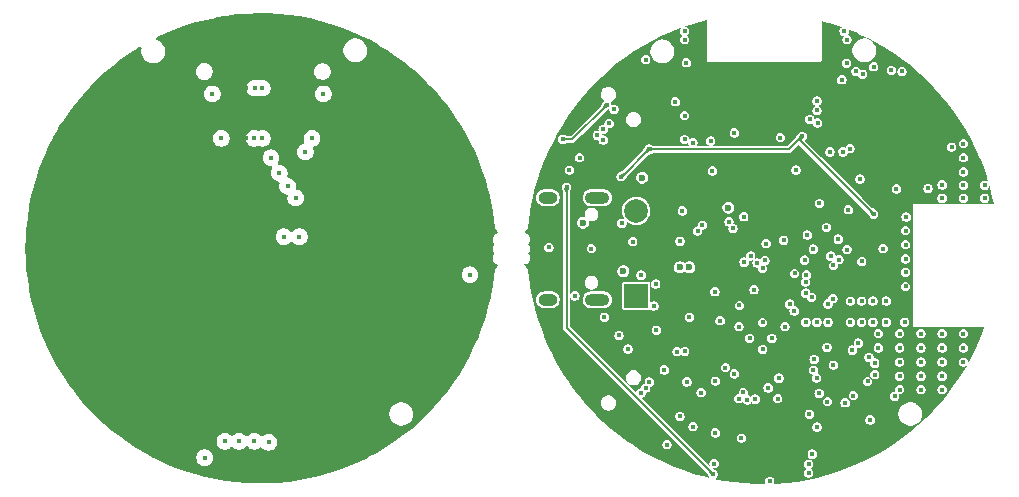
<source format=gbr>
%TF.GenerationSoftware,KiCad,Pcbnew,9.0.1-9.0.1-0~ubuntu22.04.1*%
%TF.CreationDate,2025-04-16T22:26:59+05:30*%
%TF.ProjectId,BEEWATCH MK2,42454557-4154-4434-9820-4d4b322e6b69,rev?*%
%TF.SameCoordinates,Original*%
%TF.FileFunction,Copper,L3,Inr*%
%TF.FilePolarity,Positive*%
%FSLAX46Y46*%
G04 Gerber Fmt 4.6, Leading zero omitted, Abs format (unit mm)*
G04 Created by KiCad (PCBNEW 9.0.1-9.0.1-0~ubuntu22.04.1) date 2025-04-16 22:26:59*
%MOMM*%
%LPD*%
G01*
G04 APERTURE LIST*
%TA.AperFunction,HeatsinkPad*%
%ADD10O,1.600000X1.000000*%
%TD*%
%TA.AperFunction,HeatsinkPad*%
%ADD11O,2.100000X1.000000*%
%TD*%
%TA.AperFunction,ComponentPad*%
%ADD12R,2.000000X2.000000*%
%TD*%
%TA.AperFunction,ComponentPad*%
%ADD13C,2.000000*%
%TD*%
%TA.AperFunction,ViaPad*%
%ADD14C,0.400000*%
%TD*%
%TA.AperFunction,ViaPad*%
%ADD15C,0.600000*%
%TD*%
%TA.AperFunction,Conductor*%
%ADD16C,0.200000*%
%TD*%
G04 APERTURE END LIST*
D10*
%TO.N,GND*%
%TO.C,J1*%
X-18175000Y-4320000D03*
D11*
X-13995000Y-4320000D03*
D10*
X-18175000Y4320000D03*
D11*
X-13995000Y4320000D03*
%TD*%
D12*
%TO.N,/Battery&BMS/VBAT*%
%TO.C,BT1*%
X-10700000Y-4000000D03*
D13*
%TO.N,GND*%
X-10700000Y3200000D03*
%TD*%
D14*
%TO.N,GND*%
X775818Y-7597139D03*
X17000000Y-9600000D03*
X9800000Y-8400000D03*
X17000000Y6500000D03*
X17000000Y4265000D03*
X18800000Y4265000D03*
X6900000Y18400000D03*
X7397106Y8463753D03*
X-6800000Y3200000D03*
X15200000Y-8400000D03*
X15200000Y4265000D03*
X12100000Y1535000D03*
X17000000Y5365000D03*
X13400000Y-8400000D03*
X-1100000Y-7600000D03*
X6700000Y14300000D03*
X18800000Y5365000D03*
X-10286000Y-2250000D03*
X-6464491Y15740028D03*
X-12164828Y-7342646D03*
X1375806Y-10962695D03*
X4363064Y-9370176D03*
X5537563Y-4679185D03*
X-13500000Y9200000D03*
X-14000000Y9600000D03*
X-8331799Y-10259675D03*
X15200000Y-7200000D03*
X-1997655Y-6606839D03*
X12100000Y335000D03*
X5455528Y-8355528D03*
X-9000000Y-6900000D03*
X3196Y-8531225D03*
X-16353984Y6653984D03*
X3890452Y-18250000D03*
X-13500000Y10100000D03*
X1900000Y-6600000D03*
X600000Y-19700000D03*
X7100000Y15700000D03*
X12019505Y-6233185D03*
X15200000Y5400000D03*
X-10313681Y-12229525D03*
X12100000Y-2000000D03*
X9332500Y-6233185D03*
X9400000Y15400000D03*
X5490452Y-12950000D03*
X6462758Y-928603D03*
X-11400000Y-8500000D03*
X-9900000Y-11800000D03*
X15200000Y-11935000D03*
X9100000Y-14500000D03*
X-4397500Y9097500D03*
X11180905Y-12500001D03*
X-2514005Y1714006D03*
X12100000Y-865000D03*
X-9600000Y-11300000D03*
X9490453Y-10667798D03*
X-11917365Y2150000D03*
X4790452Y-12250000D03*
X11600000Y-7200000D03*
X-12591338Y11795319D03*
X8882100Y-11241648D03*
X17000000Y7700000D03*
X-7394505Y12438458D03*
X5533877Y-6233185D03*
X2816252Y6650000D03*
X6990452Y-13050000D03*
X7433188Y-4433185D03*
X9332500Y-4433185D03*
X3990452Y10950000D03*
X4584222Y-6233185D03*
X7433188Y-6233185D03*
X17000000Y-7200000D03*
X8382844Y-4433185D03*
X-6600000Y18400000D03*
X17000000Y-8400000D03*
X4290452Y-50000D03*
X12153553Y2681447D03*
X-9549Y-6249999D03*
X13400000Y-7200000D03*
X7900000Y15000000D03*
X10900000Y15100000D03*
X9490452Y-9700000D03*
X8250000Y5900000D03*
X13400000Y-11935000D03*
X8462500Y14762500D03*
X11600000Y-11935000D03*
X11600000Y-9600000D03*
X10467500Y-6233185D03*
X-13400000Y-5800000D03*
X10467500Y-4433185D03*
X12100000Y-3200000D03*
X-5909548Y8971907D03*
X15200000Y-10800000D03*
X7146635Y17689086D03*
X-8100000Y-16600000D03*
X5700000Y8200000D03*
X7255362Y3291543D03*
X13400000Y-10800000D03*
X4564076Y-10943980D03*
X-5500000Y1500000D03*
X9800000Y-7200000D03*
X-9900000Y16000000D03*
X-6600000Y17700000D03*
X15200000Y-9600000D03*
X-9209548Y-4850000D03*
X9000000Y-9200000D03*
X-15500000Y7700000D03*
X-9050000Y-3000000D03*
X16000000Y8600000D03*
X4304702Y-10272447D03*
X-18100000Y100000D03*
X11600000Y-8400000D03*
X7682100Y-12441648D03*
X-5100000Y2000000D03*
X8382844Y-6233185D03*
X3900000Y-19000000D03*
X11800000Y15000000D03*
X-6990177Y624600D03*
X8100000Y-8000000D03*
X5991299Y-1426680D03*
X13400000Y-9600000D03*
X5990452Y-9850000D03*
X17000000Y8900000D03*
X11600000Y-10800000D03*
X7590452Y-8600000D03*
X-13000000Y10600000D03*
%TO.N,/Display/TFT_SDI*%
X469061Y-11780620D03*
X-1009548Y-621492D03*
X1269061Y-12699487D03*
%TO.N,/Display/TFT_SCK*%
X-725202Y-3482239D03*
%TO.N,/Display/TFT_CS*%
X-459548Y-1210325D03*
%TO.N,/Display/TFT_D{slash}C*%
X-7601Y-1677494D03*
%TO.N,/Display/TFT_RST*%
X3957971Y-14022926D03*
X-4100000Y-18200000D03*
X182847Y-1000000D03*
D15*
%TO.N,VBUS*%
X-10200000Y6000000D03*
X-15200000Y2200000D03*
X-11800000Y-1900000D03*
D14*
%TO.N,+1V8*%
X-15900000Y-4000000D03*
X-4246199Y6591120D03*
%TO.N,/RYS8830/RXD*%
X-1283449Y-12796492D03*
X4600000Y12500000D03*
%TO.N,/RYS8830/TXD*%
X-639653Y-12740495D03*
X4600000Y11700000D03*
D15*
%TO.N,/ESP32/D-*%
X-6198400Y-1575350D03*
D14*
X-11000000Y600000D03*
X-14500000Y0D03*
D15*
%TO.N,/ESP32/D+*%
X-7001600Y-1575350D03*
D14*
%TO.N,+3.3V*%
X2369061Y-12090762D03*
X6278959Y-6178959D03*
X13500000Y13500000D03*
X-10749145Y-11816165D03*
X-11200000Y-9600000D03*
X3300000Y-1700000D03*
X2100000Y1800000D03*
X-7800000Y-17400000D03*
X16000000Y10900000D03*
X4991935Y154032D03*
X-7349999Y14781971D03*
X-10275000Y-8700000D03*
X7300000Y9700000D03*
X-10300000Y-7200000D03*
X-383848Y-445416D03*
X-18100000Y2300000D03*
X-6000000Y-18400000D03*
X-9900000Y-10600000D03*
X11001115Y4344619D03*
X-4700000Y-12700000D03*
X-15100000Y-7400000D03*
D15*
%TO.N,+VBAT*%
X-2903621Y3474207D03*
D14*
%TO.N,Net-(Q2-G)*%
X-4000000Y-15600000D03*
X-1796777Y-16027742D03*
%TO.N,/ESP32/IO0*%
X-1600000Y2700000D03*
X293922Y432450D03*
X2668423Y-5267349D03*
%TO.N,/ESP32/IO1*%
X1783457Y707203D03*
X2294002Y-4700000D03*
X-2843669Y2274207D03*
%TO.N,/Display/TFT_LED_PIN*%
X-3146561Y-10064525D03*
%TO.N,/Battery&BMS/CHG_ST*%
X-2400000Y-10600000D03*
X-6417084Y-11281779D03*
%TO.N,/ESP32/GPS_TXD*%
X-3599998Y-6100000D03*
X-6600257Y-8697180D03*
%TO.N,/ESP32/GPS_RXD*%
X-6200000Y-5800000D03*
X-4050500Y-3650500D03*
%TO.N,/ESP32/GPS_EN*%
X3776759Y1150449D03*
X2700000Y-2100000D03*
%TO.N,/ESP32/GPS_RST*%
X5773012Y-631891D03*
X3548136Y-970819D03*
%TO.N,/ESP32/BUZZER_EN*%
X6400000Y800000D03*
X3650840Y-3764697D03*
X7147144Y-75392D03*
X8389915Y-1082191D03*
X5400000Y1799998D03*
%TO.N,/Display board/_GND*%
X-46600000Y13100000D03*
X-42350000Y13600000D03*
X-44330925Y-16298266D03*
X-38150000Y9350000D03*
X-43000000Y13600000D03*
X-24780925Y-2198266D03*
X-45530925Y-16298266D03*
X-47230925Y-17698266D03*
X-37200000Y13100000D03*
X-43030925Y-16298266D03*
X-45828268Y9350000D03*
X-42350000Y9350000D03*
X-43050000Y9350000D03*
%TO.N,/ESP32/BAT_VSENSE*%
X-7000000Y-14200000D03*
X-1962186Y-4808526D03*
%TO.N,/ACCELEROMETER/MPU_SDA*%
X14000000Y5100000D03*
X3639918Y-2820598D03*
%TO.N,/ACCELEROMETER/MPU_INT*%
X-1559548Y-1141798D03*
X6805220Y8195100D03*
%TO.N,/RYS8830/GNSS_+1.8V*%
X-16922496Y9265443D03*
X9400000Y2900000D03*
X-4200000Y-19100000D03*
X-12000000Y6100000D03*
X-9621907Y8421907D03*
X3356334Y9511988D03*
X-16600000Y5200000D03*
X-13200000Y12200000D03*
%TO.N,/ACCELEROMETER/MPU_SCL*%
X11329932Y5058755D03*
X3708707Y-2224552D03*
%TO.N,/RYS8830/PPS*%
X4650001Y10650001D03*
X4812500Y3831216D03*
%TO.N,Net-(U1-CHIP_PU)*%
X4138199Y-4114674D03*
X5940606Y-4234713D03*
X10200000Y0D03*
%TO.N,/Battery&BMS/+VBAT_IN*%
X-5902813Y-15062494D03*
X-7250000Y-8715552D03*
%TO.N,Net-(Q5-D)*%
X-2019738Y-12699998D03*
X-5205008Y-12194991D03*
%TO.N,Net-(Q6-D)*%
X-1631364Y-12178779D03*
X-4000000Y-11200000D03*
%TO.N,Net-(U7-P06{slash}BOOT_REC)*%
X-2400000Y9800000D03*
%TO.N,Net-(U7-RTC_CLK_IN)*%
X1500000Y9400000D03*
%TO.N,Net-(U7-LDO_IN)*%
X-6609548Y9250000D03*
X-6609548Y11259548D03*
%TO.N,/Display board/3V3*%
X-23930925Y4501734D03*
X-40430925Y-16298266D03*
X-23540473Y1251734D03*
X-43750000Y13600000D03*
X-43750000Y9350000D03*
%TO.N,/Display board/_LED*%
X-41830925Y-16398266D03*
%TO.N,/Display board/D{slash}C*%
X-41628268Y7700000D03*
%TO.N,/Display board/CS*%
X-40928269Y6399078D03*
%TO.N,/Display board/SCK*%
X-40228269Y5299078D03*
%TO.N,/Display board/RST*%
X-38730925Y8188561D03*
%TO.N,/Display board/SDI*%
X-39528269Y4299078D03*
%TO.N,/Display board/LED_K*%
X-40530925Y1001734D03*
%TO.N,/Display board/LED_A*%
X-39230925Y1001734D03*
%TO.N,/Display/LED*%
X3652734Y-6235327D03*
X4200000Y-17400000D03*
X4600000Y-15100000D03*
%TD*%
D16*
%TO.N,/RYS8830/GNSS_+1.8V*%
X-16134557Y9265443D02*
X-13200000Y12200000D01*
X-16600000Y5200000D02*
X-16600000Y-6700000D01*
X3122173Y9277827D02*
X3122173Y9177827D01*
X-16600000Y-6700000D02*
X-4200000Y-19100000D01*
X-16922496Y9265443D02*
X-16134557Y9265443D01*
X3122173Y9177827D02*
X9400000Y2900000D01*
X-9621907Y8421907D02*
X2266252Y8421907D01*
X-11943814Y6100000D02*
X-12000000Y6100000D01*
X3356334Y9511988D02*
X3122173Y9277827D01*
X2266252Y8421907D02*
X3356334Y9511988D01*
X-9621907Y8421907D02*
X-11943814Y6100000D01*
%TD*%
%TA.AperFunction,Conductor*%
%TO.N,/RYS8830/GNSS_+1.8V*%
G36*
X-16416038Y5163470D02*
G01*
X-16408617Y5158458D01*
X-16406913Y5149667D01*
X-16407079Y5148964D01*
X-16497669Y4812501D01*
X-16503129Y4805403D01*
X-16508967Y4803843D01*
X-16691033Y4803843D01*
X-16699306Y4807270D01*
X-16702331Y4812501D01*
X-16713061Y4852352D01*
X-16792922Y5148966D01*
X-16791764Y5157844D01*
X-16784666Y5163304D01*
X-16783973Y5163468D01*
X-16602338Y5200523D01*
X-16597662Y5200523D01*
X-16416038Y5163470D01*
G37*
%TD.AperFunction*%
%TD*%
%TA.AperFunction,Conductor*%
%TO.N,/RYS8830/GNSS_+1.8V*%
G36*
X3199808Y9616619D02*
G01*
X3200405Y9616250D01*
X3355049Y9514012D01*
X3358357Y9510704D01*
X3460584Y9356077D01*
X3462288Y9347286D01*
X3457276Y9339865D01*
X3456662Y9339485D01*
X3154690Y9165627D01*
X3145810Y9164469D01*
X3140579Y9167494D01*
X3011838Y9296234D01*
X3008411Y9304507D01*
X3009970Y9310342D01*
X3183831Y9612318D01*
X3190928Y9617777D01*
X3199808Y9616619D01*
G37*
%TD.AperFunction*%
%TD*%
%TA.AperFunction,Conductor*%
%TO.N,/RYS8830/GNSS_+1.8V*%
G36*
X3351525Y9513920D02*
G01*
X3358994Y9508983D01*
X3359044Y9508908D01*
X3460365Y9356357D01*
X3462088Y9347570D01*
X3457092Y9340138D01*
X3456192Y9339597D01*
X3224781Y9214237D01*
X3219208Y9212824D01*
X3039585Y9212824D01*
X3031312Y9216251D01*
X3027885Y9224524D01*
X3028752Y9228945D01*
X3143028Y9508983D01*
X3156548Y9542115D01*
X3162847Y9548479D01*
X3169604Y9549179D01*
X3351525Y9513920D01*
G37*
%TD.AperFunction*%
%TD*%
%TA.AperFunction,Conductor*%
%TO.N,/RYS8830/GNSS_+1.8V*%
G36*
X-9778433Y8526538D02*
G01*
X-9777836Y8526169D01*
X-9623192Y8423931D01*
X-9619884Y8420623D01*
X-9517657Y8265996D01*
X-9515953Y8257205D01*
X-9520965Y8249784D01*
X-9521579Y8249404D01*
X-9823551Y8075545D01*
X-9832431Y8074387D01*
X-9837662Y8077412D01*
X-9966403Y8206153D01*
X-9969830Y8214426D01*
X-9968271Y8220261D01*
X-9794410Y8522237D01*
X-9787313Y8527696D01*
X-9778433Y8526538D01*
G37*
%TD.AperFunction*%
%TD*%
%TA.AperFunction,Conductor*%
%TO.N,/RYS8830/GNSS_+1.8V*%
G36*
X9198354Y3246364D02*
G01*
X9425206Y3115755D01*
X9500328Y3072504D01*
X9505788Y3065406D01*
X9504630Y3056526D01*
X9504250Y3055912D01*
X9402023Y2901285D01*
X9398715Y2897977D01*
X9244088Y2795750D01*
X9235297Y2794046D01*
X9227876Y2799058D01*
X9227496Y2799672D01*
X9053636Y3101646D01*
X9052479Y3110524D01*
X9055502Y3115753D01*
X9184246Y3244497D01*
X9192518Y3247923D01*
X9198354Y3246364D01*
G37*
%TD.AperFunction*%
%TD*%
%TA.AperFunction,Conductor*%
%TO.N,/RYS8830/GNSS_+1.8V*%
G36*
X-4401646Y-18753636D02*
G01*
X-4174794Y-18884245D01*
X-4099672Y-18927496D01*
X-4094212Y-18934594D01*
X-4095370Y-18943474D01*
X-4095750Y-18944088D01*
X-4197977Y-19098715D01*
X-4201285Y-19102023D01*
X-4355912Y-19204250D01*
X-4364703Y-19205954D01*
X-4372124Y-19200942D01*
X-4372504Y-19200328D01*
X-4546364Y-18898354D01*
X-4547521Y-18889476D01*
X-4544498Y-18884247D01*
X-4415754Y-18755503D01*
X-4407482Y-18752077D01*
X-4401646Y-18753636D01*
G37*
%TD.AperFunction*%
%TD*%
%TA.AperFunction,Conductor*%
%TO.N,/RYS8830/GNSS_+1.8V*%
G36*
X-11756999Y6416833D02*
G01*
X-11628347Y6288181D01*
X-11624920Y6279908D01*
X-11627156Y6273029D01*
X-11827126Y5997939D01*
X-11834763Y5993262D01*
X-11843042Y5995058D01*
X-11998716Y6097977D01*
X-12002024Y6101285D01*
X-12103519Y6254805D01*
X-12105222Y6263594D01*
X-12100210Y6271015D01*
X-12098551Y6271928D01*
X-11770058Y6419237D01*
X-11761108Y6419494D01*
X-11756999Y6416833D01*
G37*
%TD.AperFunction*%
%TD*%
%TA.AperFunction,Conductor*%
%TO.N,/Display board/3V3*%
G36*
X-41873996Y19919275D02*
G01*
X-41868488Y19919100D01*
X-40989585Y19871398D01*
X-40984089Y19870977D01*
X-40108197Y19784232D01*
X-40102778Y19783574D01*
X-39231535Y19657947D01*
X-39226149Y19657047D01*
X-38361379Y19492799D01*
X-38356055Y19491664D01*
X-37499448Y19289115D01*
X-37494167Y19287742D01*
X-36647414Y19047294D01*
X-36642170Y19045678D01*
X-35806998Y18767821D01*
X-35801831Y18765974D01*
X-34979788Y18451226D01*
X-34974745Y18449166D01*
X-34167536Y18098175D01*
X-34162533Y18095866D01*
X-33371774Y17709340D01*
X-33366893Y17706818D01*
X-32594075Y17285487D01*
X-32589328Y17282760D01*
X-32166482Y17027200D01*
X-31836045Y16827490D01*
X-31831388Y16824533D01*
X-31099080Y16336196D01*
X-31094560Y16333034D01*
X-30384717Y15812624D01*
X-30380342Y15809264D01*
X-29925550Y15443661D01*
X-29782819Y15328920D01*
X-29694360Y15257809D01*
X-29690142Y15254261D01*
X-29528156Y15111729D01*
X-29029343Y14672819D01*
X-29025284Y14669083D01*
X-28391012Y14058837D01*
X-28387128Y14054931D01*
X-28152809Y13808500D01*
X-27780618Y13417070D01*
X-27776907Y13412989D01*
X-27199368Y12748783D01*
X-27195842Y12744540D01*
X-26648440Y12055337D01*
X-26645115Y12050955D01*
X-26128860Y11338015D01*
X-26125745Y11333506D01*
X-25856477Y10924518D01*
X-25641730Y10598342D01*
X-25638805Y10593675D01*
X-25469213Y10309304D01*
X-25187984Y9837739D01*
X-25185264Y9832940D01*
X-24768494Y9057666D01*
X-24765991Y9052750D01*
X-24384125Y8259728D01*
X-24381843Y8254705D01*
X-24035638Y7445510D01*
X-24033581Y7440392D01*
X-23723693Y6616556D01*
X-23721866Y6611350D01*
X-23448931Y5774557D01*
X-23447338Y5769276D01*
X-23211894Y4921187D01*
X-23210537Y4915840D01*
X-23013048Y4058114D01*
X-23011930Y4052712D01*
X-22852785Y3187054D01*
X-22851908Y3181607D01*
X-22733533Y2324997D01*
X-22732366Y2308023D01*
X-22732366Y2214270D01*
X-22696157Y1985656D01*
X-22624634Y1765527D01*
X-22624633Y1765524D01*
X-22519548Y1559287D01*
X-22453259Y1468047D01*
X-22429779Y1402241D01*
X-22445605Y1334187D01*
X-22495710Y1285492D01*
X-22521481Y1275388D01*
X-22555052Y1266393D01*
X-22669180Y1200500D01*
X-22669183Y1200498D01*
X-22762364Y1107317D01*
X-22762366Y1107314D01*
X-22828258Y993188D01*
X-22845100Y930330D01*
X-22862366Y865892D01*
X-22862366Y734108D01*
X-22845312Y670461D01*
X-22828258Y606813D01*
X-22801094Y559764D01*
X-22762366Y492686D01*
X-22762364Y492684D01*
X-22757361Y487681D01*
X-22723876Y426358D01*
X-22728860Y356666D01*
X-22757361Y312319D01*
X-22762364Y307317D01*
X-22762366Y307314D01*
X-22828258Y193188D01*
X-22862366Y65892D01*
X-22862366Y-65891D01*
X-22828258Y-193187D01*
X-22795312Y-250250D01*
X-22762366Y-307314D01*
X-22762364Y-307316D01*
X-22757361Y-312319D01*
X-22723876Y-373642D01*
X-22728860Y-443334D01*
X-22757361Y-487681D01*
X-22762364Y-492683D01*
X-22762366Y-492686D01*
X-22828258Y-606812D01*
X-22862366Y-734108D01*
X-22862366Y-865892D01*
X-22845312Y-929539D01*
X-22828258Y-993187D01*
X-22795312Y-1050250D01*
X-22762366Y-1107314D01*
X-22669180Y-1200500D01*
X-22555052Y-1266392D01*
X-22521483Y-1275386D01*
X-22461823Y-1311751D01*
X-22431294Y-1374598D01*
X-22439589Y-1443973D01*
X-22453258Y-1468046D01*
X-22519551Y-1559290D01*
X-22624633Y-1765523D01*
X-22624634Y-1765526D01*
X-22696157Y-1985655D01*
X-22732366Y-2214269D01*
X-22732366Y-2269125D01*
X-22733217Y-2283628D01*
X-22735755Y-2305179D01*
X-22736107Y-2307910D01*
X-22858628Y-3180921D01*
X-22859516Y-3186365D01*
X-23020493Y-4051703D01*
X-23021623Y-4057103D01*
X-23220921Y-4914393D01*
X-23222289Y-4919737D01*
X-23459530Y-5767349D01*
X-23461135Y-5772627D01*
X-23735832Y-6608826D01*
X-23737670Y-6614028D01*
X-24049290Y-7437187D01*
X-24051357Y-7442301D01*
X-24399283Y-8250791D01*
X-24401576Y-8255809D01*
X-24785121Y-9048033D01*
X-24787635Y-9052943D01*
X-25206020Y-9827289D01*
X-25208749Y-9832083D01*
X-25661176Y-10587084D01*
X-25664116Y-10591752D01*
X-26149679Y-11325887D01*
X-26152824Y-11330419D01*
X-26670554Y-12042224D01*
X-26673898Y-12046612D01*
X-27222763Y-12734669D01*
X-27226298Y-12738904D01*
X-27805230Y-13401877D01*
X-27808950Y-13405951D01*
X-28416800Y-14042521D01*
X-28420697Y-14046425D01*
X-29056268Y-14655341D01*
X-29060336Y-14659068D01*
X-29722347Y-15239099D01*
X-29726576Y-15242641D01*
X-30413736Y-15792659D01*
X-30418118Y-15796009D01*
X-31129054Y-16314915D01*
X-31133582Y-16318068D01*
X-31866889Y-16804834D01*
X-31871551Y-16807782D01*
X-32625819Y-17261475D01*
X-32630609Y-17264212D01*
X-33404261Y-17683881D01*
X-33409167Y-17686403D01*
X-34200753Y-18071263D01*
X-34205767Y-18073564D01*
X-35013666Y-18422825D01*
X-35018777Y-18424901D01*
X-35841412Y-18737886D01*
X-35846610Y-18739733D01*
X-36682385Y-19015829D01*
X-36687661Y-19017442D01*
X-37534855Y-19256083D01*
X-37540197Y-19257460D01*
X-38397151Y-19458179D01*
X-38402548Y-19459318D01*
X-39267631Y-19621733D01*
X-39273074Y-19622630D01*
X-40144494Y-19746404D01*
X-40149972Y-19747058D01*
X-41026037Y-19831951D01*
X-41031538Y-19832361D01*
X-41910536Y-19878206D01*
X-41916051Y-19878370D01*
X-42796165Y-19885073D01*
X-42801681Y-19884993D01*
X-43681273Y-19852543D01*
X-43686779Y-19852217D01*
X-44564047Y-19780678D01*
X-44569535Y-19780107D01*
X-45442731Y-19669622D01*
X-45448187Y-19668808D01*
X-46315627Y-19519592D01*
X-46321041Y-19518536D01*
X-47180959Y-19330892D01*
X-47186321Y-19329597D01*
X-48037072Y-19103884D01*
X-48042372Y-19102351D01*
X-48664278Y-18907361D01*
X-48882255Y-18839017D01*
X-48887476Y-18837251D01*
X-49714760Y-18536842D01*
X-49719902Y-18534845D01*
X-50533061Y-18197916D01*
X-50538109Y-18195691D01*
X-51335449Y-17822942D01*
X-51340393Y-17820495D01*
X-51509103Y-17732277D01*
X-51590251Y-17689845D01*
X-51707607Y-17628480D01*
X-47939425Y-17628480D01*
X-47939425Y-17768051D01*
X-47912200Y-17904920D01*
X-47912198Y-17904928D01*
X-47858791Y-18033863D01*
X-47858786Y-18033873D01*
X-47781254Y-18149907D01*
X-47781251Y-18149911D01*
X-47682571Y-18248591D01*
X-47682567Y-18248594D01*
X-47566533Y-18326126D01*
X-47566529Y-18326128D01*
X-47566526Y-18326130D01*
X-47437587Y-18379539D01*
X-47300711Y-18406765D01*
X-47300707Y-18406766D01*
X-47300706Y-18406766D01*
X-47161143Y-18406766D01*
X-47161142Y-18406765D01*
X-47024263Y-18379539D01*
X-46895324Y-18326130D01*
X-46779283Y-18248594D01*
X-46680597Y-18149908D01*
X-46603061Y-18033867D01*
X-46549652Y-17904928D01*
X-46522425Y-17768047D01*
X-46522425Y-17628485D01*
X-46549652Y-17491604D01*
X-46603061Y-17362665D01*
X-46603063Y-17362662D01*
X-46603065Y-17362658D01*
X-46680597Y-17246624D01*
X-46680600Y-17246620D01*
X-46779280Y-17147940D01*
X-46779284Y-17147937D01*
X-46895318Y-17070405D01*
X-46895328Y-17070400D01*
X-47024263Y-17016993D01*
X-47024271Y-17016991D01*
X-47161140Y-16989766D01*
X-47161144Y-16989766D01*
X-47300706Y-16989766D01*
X-47300711Y-16989766D01*
X-47437580Y-17016991D01*
X-47437588Y-17016993D01*
X-47566523Y-17070400D01*
X-47566533Y-17070405D01*
X-47682567Y-17147937D01*
X-47682571Y-17147940D01*
X-47781251Y-17246620D01*
X-47781254Y-17246624D01*
X-47858786Y-17362658D01*
X-47858791Y-17362668D01*
X-47912198Y-17491603D01*
X-47912200Y-17491611D01*
X-47939425Y-17628480D01*
X-51707607Y-17628480D01*
X-52120365Y-17412650D01*
X-52125175Y-17409997D01*
X-52886279Y-16967839D01*
X-52890977Y-16964968D01*
X-52916479Y-16948594D01*
X-53297347Y-16704050D01*
X-53631620Y-16489423D01*
X-53636185Y-16486347D01*
X-53866372Y-16323651D01*
X-54001023Y-16228480D01*
X-46239425Y-16228480D01*
X-46239425Y-16368051D01*
X-46212200Y-16504920D01*
X-46212198Y-16504928D01*
X-46158791Y-16633863D01*
X-46158786Y-16633873D01*
X-46081254Y-16749907D01*
X-46081251Y-16749911D01*
X-45982571Y-16848591D01*
X-45982567Y-16848594D01*
X-45866533Y-16926126D01*
X-45866529Y-16926128D01*
X-45866526Y-16926130D01*
X-45737587Y-16979539D01*
X-45600711Y-17006765D01*
X-45600707Y-17006766D01*
X-45600706Y-17006766D01*
X-45461143Y-17006766D01*
X-45461142Y-17006765D01*
X-45324263Y-16979539D01*
X-45195324Y-16926130D01*
X-45079283Y-16848594D01*
X-45062997Y-16832308D01*
X-45018606Y-16787918D01*
X-44957283Y-16754433D01*
X-44887591Y-16759417D01*
X-44843244Y-16787918D01*
X-44782571Y-16848591D01*
X-44782567Y-16848594D01*
X-44666533Y-16926126D01*
X-44666529Y-16926128D01*
X-44666526Y-16926130D01*
X-44537587Y-16979539D01*
X-44400711Y-17006765D01*
X-44400707Y-17006766D01*
X-44400706Y-17006766D01*
X-44261143Y-17006766D01*
X-44261142Y-17006765D01*
X-44124263Y-16979539D01*
X-43995324Y-16926130D01*
X-43879283Y-16848594D01*
X-43780597Y-16749908D01*
X-43780595Y-16749904D01*
X-43776779Y-16745256D01*
X-43719034Y-16705921D01*
X-43649189Y-16704050D01*
X-43589421Y-16740236D01*
X-43585071Y-16745256D01*
X-43581251Y-16749911D01*
X-43482571Y-16848591D01*
X-43482567Y-16848594D01*
X-43366533Y-16926126D01*
X-43366529Y-16926128D01*
X-43366526Y-16926130D01*
X-43237587Y-16979539D01*
X-43100711Y-17006765D01*
X-43100707Y-17006766D01*
X-43100706Y-17006766D01*
X-42961143Y-17006766D01*
X-42961142Y-17006765D01*
X-42824263Y-16979539D01*
X-42695324Y-16926130D01*
X-42579283Y-16848594D01*
X-42567853Y-16837164D01*
X-42506531Y-16803677D01*
X-42436839Y-16808659D01*
X-42384318Y-16846174D01*
X-42381251Y-16849911D01*
X-42282571Y-16948591D01*
X-42282567Y-16948594D01*
X-42166533Y-17026126D01*
X-42166529Y-17026128D01*
X-42166526Y-17026130D01*
X-42037587Y-17079539D01*
X-41900711Y-17106765D01*
X-41900707Y-17106766D01*
X-41900706Y-17106766D01*
X-41761143Y-17106766D01*
X-41761142Y-17106765D01*
X-41624263Y-17079539D01*
X-41495324Y-17026130D01*
X-41379283Y-16948594D01*
X-41280597Y-16849908D01*
X-41203061Y-16733867D01*
X-41149652Y-16604928D01*
X-41122425Y-16468047D01*
X-41122425Y-16328485D01*
X-41149652Y-16191604D01*
X-41203061Y-16062665D01*
X-41203063Y-16062662D01*
X-41203065Y-16062658D01*
X-41280597Y-15946624D01*
X-41280600Y-15946620D01*
X-41379280Y-15847940D01*
X-41379284Y-15847937D01*
X-41495318Y-15770405D01*
X-41495328Y-15770400D01*
X-41624263Y-15716993D01*
X-41624271Y-15716991D01*
X-41761140Y-15689766D01*
X-41761144Y-15689766D01*
X-41900706Y-15689766D01*
X-41900711Y-15689766D01*
X-42037580Y-15716991D01*
X-42037588Y-15716993D01*
X-42166523Y-15770400D01*
X-42166533Y-15770405D01*
X-42282567Y-15847937D01*
X-42282573Y-15847942D01*
X-42294004Y-15859373D01*
X-42355328Y-15892856D01*
X-42425019Y-15887869D01*
X-42477534Y-15850356D01*
X-42480602Y-15846618D01*
X-42579280Y-15747940D01*
X-42579284Y-15747937D01*
X-42695318Y-15670405D01*
X-42695328Y-15670400D01*
X-42824263Y-15616993D01*
X-42824271Y-15616991D01*
X-42961140Y-15589766D01*
X-42961144Y-15589766D01*
X-43100706Y-15589766D01*
X-43100711Y-15589766D01*
X-43237580Y-15616991D01*
X-43237588Y-15616993D01*
X-43366523Y-15670400D01*
X-43366533Y-15670405D01*
X-43482567Y-15747937D01*
X-43482571Y-15747940D01*
X-43581252Y-15846621D01*
X-43585075Y-15851280D01*
X-43642822Y-15890612D01*
X-43712667Y-15892479D01*
X-43772434Y-15856290D01*
X-43776775Y-15851280D01*
X-43780599Y-15846621D01*
X-43879280Y-15747940D01*
X-43879284Y-15747937D01*
X-43995318Y-15670405D01*
X-43995328Y-15670400D01*
X-44124263Y-15616993D01*
X-44124271Y-15616991D01*
X-44261140Y-15589766D01*
X-44261144Y-15589766D01*
X-44400706Y-15589766D01*
X-44400711Y-15589766D01*
X-44537580Y-15616991D01*
X-44537588Y-15616993D01*
X-44666523Y-15670400D01*
X-44666533Y-15670405D01*
X-44782567Y-15747937D01*
X-44782571Y-15747940D01*
X-44843244Y-15808614D01*
X-44904567Y-15842099D01*
X-44974259Y-15837115D01*
X-45018606Y-15808614D01*
X-45079280Y-15747940D01*
X-45079284Y-15747937D01*
X-45195318Y-15670405D01*
X-45195328Y-15670400D01*
X-45324263Y-15616993D01*
X-45324271Y-15616991D01*
X-45461140Y-15589766D01*
X-45461144Y-15589766D01*
X-45600706Y-15589766D01*
X-45600711Y-15589766D01*
X-45737580Y-15616991D01*
X-45737588Y-15616993D01*
X-45866523Y-15670400D01*
X-45866533Y-15670405D01*
X-45982567Y-15747937D01*
X-45982571Y-15747940D01*
X-46081251Y-15846620D01*
X-46081254Y-15846624D01*
X-46158786Y-15962658D01*
X-46158791Y-15962668D01*
X-46212198Y-16091603D01*
X-46212200Y-16091611D01*
X-46239425Y-16228480D01*
X-54001023Y-16228480D01*
X-54354944Y-15978330D01*
X-54359377Y-15975047D01*
X-55054843Y-15435554D01*
X-55059126Y-15432077D01*
X-55286268Y-15239099D01*
X-55729903Y-14862189D01*
X-55734010Y-14858540D01*
X-56265172Y-14364952D01*
X-56378801Y-14259361D01*
X-56382727Y-14255545D01*
X-56537286Y-14098543D01*
X-31600501Y-14098543D01*
X-31562053Y-14291829D01*
X-31562050Y-14291839D01*
X-31486636Y-14473907D01*
X-31486629Y-14473920D01*
X-31377140Y-14637781D01*
X-31377137Y-14637785D01*
X-31237786Y-14777136D01*
X-31237782Y-14777139D01*
X-31073921Y-14886628D01*
X-31073908Y-14886635D01*
X-30891840Y-14962049D01*
X-30891835Y-14962051D01*
X-30891831Y-14962051D01*
X-30891830Y-14962052D01*
X-30698544Y-15000500D01*
X-30698541Y-15000500D01*
X-30501457Y-15000500D01*
X-30371418Y-14974632D01*
X-30308165Y-14962051D01*
X-30126086Y-14886632D01*
X-29962218Y-14777139D01*
X-29822861Y-14637782D01*
X-29713368Y-14473914D01*
X-29637949Y-14291835D01*
X-29599500Y-14098541D01*
X-29599500Y-13901459D01*
X-29599500Y-13901456D01*
X-29637948Y-13708170D01*
X-29637949Y-13708169D01*
X-29637949Y-13708165D01*
X-29672691Y-13624289D01*
X-29713365Y-13526092D01*
X-29713372Y-13526079D01*
X-29822861Y-13362218D01*
X-29822864Y-13362214D01*
X-29962215Y-13222863D01*
X-29962219Y-13222860D01*
X-30126080Y-13113371D01*
X-30126093Y-13113364D01*
X-30308161Y-13037950D01*
X-30308171Y-13037947D01*
X-30501457Y-12999500D01*
X-30501459Y-12999500D01*
X-30698541Y-12999500D01*
X-30698543Y-12999500D01*
X-30891830Y-13037947D01*
X-30891840Y-13037950D01*
X-31073908Y-13113364D01*
X-31073921Y-13113371D01*
X-31237782Y-13222860D01*
X-31237786Y-13222863D01*
X-31377137Y-13362214D01*
X-31377140Y-13362218D01*
X-31486629Y-13526079D01*
X-31486636Y-13526092D01*
X-31562050Y-13708160D01*
X-31562053Y-13708170D01*
X-31600500Y-13901456D01*
X-31600500Y-13901459D01*
X-31600500Y-13921750D01*
X-31600500Y-14098541D01*
X-31600500Y-14098543D01*
X-31600501Y-14098543D01*
X-56537286Y-14098543D01*
X-57000212Y-13628298D01*
X-57003987Y-13624289D01*
X-57592985Y-12970173D01*
X-57596552Y-12966030D01*
X-58155859Y-12286382D01*
X-58159264Y-12282051D01*
X-58336056Y-12046612D01*
X-58687767Y-11578227D01*
X-58690981Y-11573743D01*
X-59187687Y-10847066D01*
X-59190673Y-10842480D01*
X-59654549Y-10094459D01*
X-59657348Y-10089714D01*
X-59801660Y-9832083D01*
X-60087502Y-9321788D01*
X-60090082Y-9316931D01*
X-60429177Y-8642897D01*
X-60485661Y-8530621D01*
X-60488010Y-8525681D01*
X-60848213Y-7722576D01*
X-60850358Y-7717494D01*
X-61080228Y-7137140D01*
X-61174489Y-6899160D01*
X-61176400Y-6894001D01*
X-61273123Y-6614028D01*
X-61463811Y-6062062D01*
X-61465491Y-6056823D01*
X-61549724Y-5772627D01*
X-61715619Y-5212911D01*
X-61717052Y-5207651D01*
X-61929403Y-4353422D01*
X-61930611Y-4348051D01*
X-62104747Y-3485282D01*
X-62105718Y-3479851D01*
X-62151899Y-3183652D01*
X-62241315Y-2610144D01*
X-62242034Y-2604745D01*
X-62294720Y-2128480D01*
X-25489425Y-2128480D01*
X-25489425Y-2268051D01*
X-25462200Y-2404920D01*
X-25462198Y-2404928D01*
X-25408791Y-2533863D01*
X-25408786Y-2533873D01*
X-25331254Y-2649907D01*
X-25331251Y-2649911D01*
X-25232571Y-2748591D01*
X-25232567Y-2748594D01*
X-25116533Y-2826126D01*
X-25116529Y-2826128D01*
X-25116526Y-2826130D01*
X-24987587Y-2879539D01*
X-24850711Y-2906765D01*
X-24850707Y-2906766D01*
X-24850706Y-2906766D01*
X-24711143Y-2906766D01*
X-24711142Y-2906765D01*
X-24574263Y-2879539D01*
X-24445324Y-2826130D01*
X-24329283Y-2748594D01*
X-24230597Y-2649908D01*
X-24153061Y-2533867D01*
X-24099652Y-2404928D01*
X-24072425Y-2268047D01*
X-24072425Y-2128485D01*
X-24099652Y-1991604D01*
X-24153061Y-1862665D01*
X-24153063Y-1862662D01*
X-24153065Y-1862658D01*
X-24230597Y-1746624D01*
X-24230600Y-1746620D01*
X-24329280Y-1647940D01*
X-24329284Y-1647937D01*
X-24445318Y-1570405D01*
X-24445328Y-1570400D01*
X-24574263Y-1516993D01*
X-24574271Y-1516991D01*
X-24711140Y-1489766D01*
X-24711144Y-1489766D01*
X-24850706Y-1489766D01*
X-24850711Y-1489766D01*
X-24987580Y-1516991D01*
X-24987588Y-1516993D01*
X-25116523Y-1570400D01*
X-25116533Y-1570405D01*
X-25232567Y-1647937D01*
X-25232571Y-1647940D01*
X-25331251Y-1746620D01*
X-25331254Y-1746624D01*
X-25408786Y-1862658D01*
X-25408791Y-1862668D01*
X-25462198Y-1991603D01*
X-25462200Y-1991611D01*
X-25489425Y-2128480D01*
X-62294720Y-2128480D01*
X-62338816Y-1729860D01*
X-62339294Y-1724434D01*
X-62397069Y-846089D01*
X-62397307Y-840588D01*
X-62415956Y39394D01*
X-62415950Y44893D01*
X-62395441Y924848D01*
X-62395193Y930301D01*
X-62385604Y1071520D01*
X-41239425Y1071520D01*
X-41239425Y931949D01*
X-41212200Y795080D01*
X-41212198Y795072D01*
X-41158791Y666137D01*
X-41158786Y666127D01*
X-41081254Y550093D01*
X-41081251Y550089D01*
X-40982571Y451409D01*
X-40982567Y451406D01*
X-40866533Y373874D01*
X-40866529Y373872D01*
X-40866526Y373870D01*
X-40737587Y320461D01*
X-40600711Y293235D01*
X-40600707Y293234D01*
X-40600706Y293234D01*
X-40461143Y293234D01*
X-40461142Y293235D01*
X-40324263Y320461D01*
X-40195324Y373870D01*
X-40079283Y451406D01*
X-39980597Y550092D01*
X-39980595Y550096D01*
X-39976779Y554744D01*
X-39919034Y594079D01*
X-39849189Y595950D01*
X-39789421Y559764D01*
X-39785071Y554744D01*
X-39781251Y550089D01*
X-39682571Y451409D01*
X-39682567Y451406D01*
X-39566533Y373874D01*
X-39566529Y373872D01*
X-39566526Y373870D01*
X-39437587Y320461D01*
X-39300711Y293235D01*
X-39300707Y293234D01*
X-39300706Y293234D01*
X-39161143Y293234D01*
X-39161142Y293235D01*
X-39024263Y320461D01*
X-38895324Y373870D01*
X-38779283Y451406D01*
X-38680597Y550092D01*
X-38603061Y666133D01*
X-38549652Y795072D01*
X-38522425Y931953D01*
X-38522425Y1071515D01*
X-38549652Y1208396D01*
X-38603061Y1337335D01*
X-38603063Y1337338D01*
X-38603065Y1337342D01*
X-38680597Y1453376D01*
X-38680600Y1453380D01*
X-38779280Y1552060D01*
X-38779284Y1552063D01*
X-38895318Y1629595D01*
X-38895328Y1629600D01*
X-39024263Y1683007D01*
X-39024271Y1683009D01*
X-39161140Y1710234D01*
X-39161144Y1710234D01*
X-39300706Y1710234D01*
X-39300711Y1710234D01*
X-39437580Y1683009D01*
X-39437588Y1683007D01*
X-39566523Y1629600D01*
X-39566533Y1629595D01*
X-39682567Y1552063D01*
X-39682571Y1552060D01*
X-39781252Y1453379D01*
X-39785075Y1448720D01*
X-39842822Y1409388D01*
X-39912667Y1407521D01*
X-39972434Y1443710D01*
X-39976775Y1448720D01*
X-39980599Y1453379D01*
X-40079280Y1552060D01*
X-40079284Y1552063D01*
X-40195318Y1629595D01*
X-40195328Y1629600D01*
X-40324263Y1683007D01*
X-40324271Y1683009D01*
X-40461140Y1710234D01*
X-40461144Y1710234D01*
X-40600706Y1710234D01*
X-40600711Y1710234D01*
X-40737580Y1683009D01*
X-40737588Y1683007D01*
X-40866523Y1629600D01*
X-40866533Y1629595D01*
X-40982567Y1552063D01*
X-40982571Y1552060D01*
X-41081251Y1453380D01*
X-41081254Y1453376D01*
X-41158786Y1337342D01*
X-41158791Y1337332D01*
X-41212198Y1208397D01*
X-41212200Y1208389D01*
X-41239425Y1071520D01*
X-62385604Y1071520D01*
X-62335565Y1808487D01*
X-62335069Y1813977D01*
X-62320447Y1943652D01*
X-62236440Y2688655D01*
X-62235713Y2694029D01*
X-62098276Y3563466D01*
X-62097297Y3568874D01*
X-61921330Y4431316D01*
X-61920121Y4436634D01*
X-61705963Y5290417D01*
X-61704515Y5295692D01*
X-61452609Y6139061D01*
X-61450913Y6144308D01*
X-61338022Y6468859D01*
X-61161745Y6975640D01*
X-61159820Y6980799D01*
X-61144704Y7018727D01*
X-60845384Y7769786D01*
X-42336768Y7769786D01*
X-42336768Y7630215D01*
X-42309543Y7493346D01*
X-42309541Y7493338D01*
X-42256134Y7364403D01*
X-42256129Y7364393D01*
X-42178597Y7248359D01*
X-42178594Y7248355D01*
X-42079914Y7149675D01*
X-42079910Y7149672D01*
X-41963876Y7072140D01*
X-41963872Y7072138D01*
X-41963869Y7072136D01*
X-41834930Y7018727D01*
X-41698054Y6991501D01*
X-41698050Y6991500D01*
X-41616519Y6991500D01*
X-41549480Y6971815D01*
X-41503725Y6919011D01*
X-41493781Y6849853D01*
X-41513417Y6798609D01*
X-41556130Y6734686D01*
X-41556135Y6734676D01*
X-41609542Y6605741D01*
X-41609544Y6605733D01*
X-41636769Y6468864D01*
X-41636769Y6329293D01*
X-41609544Y6192424D01*
X-41609542Y6192416D01*
X-41556135Y6063481D01*
X-41556130Y6063471D01*
X-41478598Y5947437D01*
X-41478595Y5947433D01*
X-41379915Y5848753D01*
X-41379911Y5848750D01*
X-41263877Y5771218D01*
X-41263873Y5771216D01*
X-41263870Y5771214D01*
X-41134931Y5717805D01*
X-40998050Y5690578D01*
X-40993737Y5689720D01*
X-40931826Y5657336D01*
X-40897252Y5596620D01*
X-40900991Y5526851D01*
X-40903365Y5520656D01*
X-40909540Y5505748D01*
X-40909544Y5505733D01*
X-40936769Y5368864D01*
X-40936769Y5229293D01*
X-40909544Y5092424D01*
X-40909542Y5092416D01*
X-40856135Y4963481D01*
X-40856130Y4963471D01*
X-40778598Y4847437D01*
X-40778595Y4847433D01*
X-40679915Y4748753D01*
X-40679911Y4748750D01*
X-40563877Y4671218D01*
X-40563873Y4671216D01*
X-40563870Y4671214D01*
X-40434931Y4617805D01*
X-40365578Y4604010D01*
X-40318296Y4594605D01*
X-40256385Y4562221D01*
X-40221811Y4501505D01*
X-40220869Y4448798D01*
X-40236769Y4368858D01*
X-40236769Y4229293D01*
X-40209544Y4092424D01*
X-40209542Y4092416D01*
X-40156135Y3963481D01*
X-40156130Y3963471D01*
X-40078598Y3847437D01*
X-40078595Y3847433D01*
X-39979915Y3748753D01*
X-39979911Y3748750D01*
X-39863877Y3671218D01*
X-39863873Y3671216D01*
X-39863870Y3671214D01*
X-39734931Y3617805D01*
X-39598055Y3590579D01*
X-39598051Y3590578D01*
X-39598050Y3590578D01*
X-39458487Y3590578D01*
X-39458486Y3590579D01*
X-39321607Y3617805D01*
X-39192668Y3671214D01*
X-39076627Y3748750D01*
X-38977941Y3847436D01*
X-38900405Y3963477D01*
X-38846996Y4092416D01*
X-38819769Y4229297D01*
X-38819769Y4368859D01*
X-38846996Y4505740D01*
X-38900405Y4634679D01*
X-38900407Y4634682D01*
X-38900409Y4634686D01*
X-38977941Y4750720D01*
X-38977944Y4750724D01*
X-39076624Y4849404D01*
X-39076628Y4849407D01*
X-39192662Y4926939D01*
X-39192672Y4926944D01*
X-39321607Y4980351D01*
X-39321615Y4980353D01*
X-39438243Y5003552D01*
X-39500154Y5035937D01*
X-39534728Y5096653D01*
X-39535669Y5149360D01*
X-39519770Y5229294D01*
X-39519769Y5229296D01*
X-39519769Y5368860D01*
X-39519770Y5368864D01*
X-39546995Y5505733D01*
X-39546996Y5505740D01*
X-39600405Y5634679D01*
X-39600407Y5634682D01*
X-39600409Y5634686D01*
X-39677941Y5750720D01*
X-39677944Y5750724D01*
X-39776624Y5849404D01*
X-39776628Y5849407D01*
X-39892662Y5926939D01*
X-39892672Y5926944D01*
X-40021607Y5980351D01*
X-40021615Y5980353D01*
X-40162802Y6008437D01*
X-40224713Y6040822D01*
X-40259287Y6101537D01*
X-40255548Y6171307D01*
X-40253171Y6177508D01*
X-40246998Y6192411D01*
X-40246998Y6192412D01*
X-40246996Y6192416D01*
X-40219769Y6329297D01*
X-40219769Y6468859D01*
X-40246996Y6605740D01*
X-40300405Y6734679D01*
X-40300407Y6734682D01*
X-40300409Y6734686D01*
X-40377941Y6850720D01*
X-40377944Y6850724D01*
X-40476624Y6949404D01*
X-40476628Y6949407D01*
X-40592662Y7026939D01*
X-40592672Y7026944D01*
X-40721607Y7080351D01*
X-40721615Y7080353D01*
X-40858484Y7107578D01*
X-40858488Y7107578D01*
X-40940018Y7107578D01*
X-41007057Y7127263D01*
X-41052812Y7180067D01*
X-41062756Y7249225D01*
X-41043120Y7300469D01*
X-41000408Y7364393D01*
X-41000408Y7364394D01*
X-41000404Y7364399D01*
X-40946995Y7493338D01*
X-40919768Y7630219D01*
X-40919768Y7769781D01*
X-40946995Y7906662D01*
X-41000404Y8035601D01*
X-41000406Y8035604D01*
X-41000408Y8035608D01*
X-41077940Y8151642D01*
X-41077943Y8151646D01*
X-41176623Y8250326D01*
X-41176627Y8250329D01*
X-41188627Y8258347D01*
X-39439425Y8258347D01*
X-39439425Y8118776D01*
X-39412200Y7981907D01*
X-39412198Y7981899D01*
X-39358791Y7852964D01*
X-39358786Y7852954D01*
X-39281254Y7736920D01*
X-39281251Y7736916D01*
X-39182571Y7638236D01*
X-39182567Y7638233D01*
X-39066533Y7560701D01*
X-39066529Y7560699D01*
X-39066526Y7560697D01*
X-38937587Y7507288D01*
X-38800711Y7480062D01*
X-38800707Y7480061D01*
X-38800706Y7480061D01*
X-38661143Y7480061D01*
X-38661142Y7480062D01*
X-38524263Y7507288D01*
X-38395324Y7560697D01*
X-38279283Y7638233D01*
X-38180597Y7736919D01*
X-38103061Y7852960D01*
X-38049652Y7981899D01*
X-38022425Y8118780D01*
X-38022425Y8258342D01*
X-38049652Y8395223D01*
X-38088405Y8488778D01*
X-38095873Y8558246D01*
X-38064598Y8620725D01*
X-38004509Y8656378D01*
X-37998034Y8657847D01*
X-37975368Y8662356D01*
X-37943338Y8668727D01*
X-37814399Y8722136D01*
X-37698358Y8799672D01*
X-37599672Y8898358D01*
X-37522136Y9014399D01*
X-37468727Y9143338D01*
X-37441500Y9280219D01*
X-37441500Y9419781D01*
X-37468727Y9556662D01*
X-37522136Y9685601D01*
X-37522138Y9685604D01*
X-37522140Y9685608D01*
X-37599672Y9801642D01*
X-37599675Y9801646D01*
X-37698355Y9900326D01*
X-37698359Y9900329D01*
X-37814393Y9977861D01*
X-37814403Y9977866D01*
X-37943338Y10031273D01*
X-37943346Y10031275D01*
X-38080215Y10058500D01*
X-38080219Y10058500D01*
X-38219781Y10058500D01*
X-38219786Y10058500D01*
X-38356655Y10031275D01*
X-38356663Y10031273D01*
X-38485598Y9977866D01*
X-38485608Y9977861D01*
X-38601642Y9900329D01*
X-38601646Y9900326D01*
X-38700326Y9801646D01*
X-38700329Y9801642D01*
X-38777861Y9685608D01*
X-38777866Y9685598D01*
X-38831273Y9556663D01*
X-38831275Y9556655D01*
X-38858500Y9419786D01*
X-38858500Y9280215D01*
X-38831275Y9143346D01*
X-38831273Y9143338D01*
X-38792522Y9049785D01*
X-38785053Y8980315D01*
X-38816328Y8917836D01*
X-38876417Y8882184D01*
X-38882890Y8880715D01*
X-38937583Y8869836D01*
X-38937588Y8869834D01*
X-39066523Y8816427D01*
X-39066533Y8816422D01*
X-39182567Y8738890D01*
X-39182571Y8738887D01*
X-39281251Y8640207D01*
X-39281254Y8640203D01*
X-39358786Y8524169D01*
X-39358791Y8524159D01*
X-39412198Y8395224D01*
X-39412200Y8395216D01*
X-39439425Y8258347D01*
X-41188627Y8258347D01*
X-41292661Y8327861D01*
X-41292671Y8327866D01*
X-41421606Y8381273D01*
X-41421614Y8381275D01*
X-41558483Y8408500D01*
X-41558487Y8408500D01*
X-41698049Y8408500D01*
X-41698054Y8408500D01*
X-41834923Y8381275D01*
X-41834931Y8381273D01*
X-41963866Y8327866D01*
X-41963876Y8327861D01*
X-42079910Y8250329D01*
X-42079914Y8250326D01*
X-42178594Y8151646D01*
X-42178597Y8151642D01*
X-42256129Y8035608D01*
X-42256134Y8035598D01*
X-42309541Y7906663D01*
X-42309543Y7906655D01*
X-42336768Y7769786D01*
X-60845384Y7769786D01*
X-60833972Y7798422D01*
X-60831820Y7803490D01*
X-60821281Y7826856D01*
X-60821281Y7826857D01*
X-60786055Y7904953D01*
X-60469897Y8605883D01*
X-60467551Y8610789D01*
X-60070308Y9396269D01*
X-60067725Y9401106D01*
X-60057212Y9419781D01*
X-60057209Y9419786D01*
X-46536768Y9419786D01*
X-46536768Y9280215D01*
X-46509543Y9143346D01*
X-46509541Y9143338D01*
X-46456134Y9014403D01*
X-46456129Y9014393D01*
X-46378597Y8898359D01*
X-46378594Y8898355D01*
X-46279914Y8799675D01*
X-46279910Y8799672D01*
X-46163876Y8722140D01*
X-46163872Y8722138D01*
X-46163869Y8722136D01*
X-46034930Y8668727D01*
X-45898054Y8641501D01*
X-45898050Y8641500D01*
X-45898049Y8641500D01*
X-45758486Y8641500D01*
X-45758485Y8641501D01*
X-45621606Y8668727D01*
X-45492667Y8722136D01*
X-45376626Y8799672D01*
X-45277940Y8898358D01*
X-45200404Y9014399D01*
X-45146995Y9143338D01*
X-45119768Y9280219D01*
X-45119768Y9419781D01*
X-45119769Y9419786D01*
X-43758500Y9419786D01*
X-43758500Y9280215D01*
X-43731275Y9143346D01*
X-43731273Y9143338D01*
X-43677866Y9014403D01*
X-43677861Y9014393D01*
X-43600329Y8898359D01*
X-43600326Y8898355D01*
X-43501646Y8799675D01*
X-43501642Y8799672D01*
X-43385608Y8722140D01*
X-43385604Y8722138D01*
X-43385601Y8722136D01*
X-43256662Y8668727D01*
X-43119786Y8641501D01*
X-43119782Y8641500D01*
X-43119781Y8641500D01*
X-42980218Y8641500D01*
X-42980217Y8641501D01*
X-42843338Y8668727D01*
X-42747451Y8708446D01*
X-42677984Y8715914D01*
X-42652555Y8708448D01*
X-42556662Y8668727D01*
X-42419786Y8641501D01*
X-42419782Y8641500D01*
X-42419781Y8641500D01*
X-42280218Y8641500D01*
X-42280217Y8641501D01*
X-42143338Y8668727D01*
X-42014399Y8722136D01*
X-41898358Y8799672D01*
X-41799672Y8898358D01*
X-41722136Y9014399D01*
X-41668727Y9143338D01*
X-41641500Y9280219D01*
X-41641500Y9419781D01*
X-41668727Y9556662D01*
X-41722136Y9685601D01*
X-41722138Y9685604D01*
X-41722140Y9685608D01*
X-41799672Y9801642D01*
X-41799675Y9801646D01*
X-41898355Y9900326D01*
X-41898359Y9900329D01*
X-42014393Y9977861D01*
X-42014403Y9977866D01*
X-42143338Y10031273D01*
X-42143346Y10031275D01*
X-42280215Y10058500D01*
X-42280219Y10058500D01*
X-42419781Y10058500D01*
X-42419786Y10058500D01*
X-42556655Y10031275D01*
X-42556663Y10031273D01*
X-42652547Y9991556D01*
X-42722017Y9984087D01*
X-42747453Y9991556D01*
X-42843338Y10031273D01*
X-42843346Y10031275D01*
X-42980215Y10058500D01*
X-42980219Y10058500D01*
X-43119781Y10058500D01*
X-43119786Y10058500D01*
X-43256655Y10031275D01*
X-43256663Y10031273D01*
X-43385598Y9977866D01*
X-43385608Y9977861D01*
X-43501642Y9900329D01*
X-43501646Y9900326D01*
X-43600326Y9801646D01*
X-43600329Y9801642D01*
X-43677861Y9685608D01*
X-43677866Y9685598D01*
X-43731273Y9556663D01*
X-43731275Y9556655D01*
X-43758500Y9419786D01*
X-45119769Y9419786D01*
X-45146995Y9556662D01*
X-45200404Y9685601D01*
X-45200406Y9685604D01*
X-45200408Y9685608D01*
X-45277940Y9801642D01*
X-45277943Y9801646D01*
X-45376623Y9900326D01*
X-45376627Y9900329D01*
X-45492661Y9977861D01*
X-45492671Y9977866D01*
X-45621606Y10031273D01*
X-45621614Y10031275D01*
X-45758483Y10058500D01*
X-45758487Y10058500D01*
X-45898049Y10058500D01*
X-45898054Y10058500D01*
X-46034923Y10031275D01*
X-46034931Y10031273D01*
X-46163866Y9977866D01*
X-46163876Y9977861D01*
X-46279910Y9900329D01*
X-46279914Y9900326D01*
X-46378594Y9801646D01*
X-46378597Y9801642D01*
X-46456129Y9685608D01*
X-46456134Y9685598D01*
X-46509541Y9556663D01*
X-46509543Y9556655D01*
X-46536768Y9419786D01*
X-60057209Y9419786D01*
X-59748467Y9968243D01*
X-59635940Y10168137D01*
X-59633128Y10172882D01*
X-59368038Y10598342D01*
X-59167675Y10919919D01*
X-59164675Y10924502D01*
X-58666443Y11650117D01*
X-58663251Y11654552D01*
X-58133224Y12357307D01*
X-58129810Y12361629D01*
X-57987932Y12533292D01*
X-57569083Y13040076D01*
X-57565509Y13044211D01*
X-57451954Y13169786D01*
X-47308500Y13169786D01*
X-47308500Y13030215D01*
X-47281275Y12893346D01*
X-47281273Y12893338D01*
X-47227866Y12764403D01*
X-47227861Y12764393D01*
X-47150329Y12648359D01*
X-47150326Y12648355D01*
X-47051646Y12549675D01*
X-47051642Y12549672D01*
X-46935608Y12472140D01*
X-46935604Y12472138D01*
X-46935601Y12472136D01*
X-46806662Y12418727D01*
X-46669786Y12391501D01*
X-46669782Y12391500D01*
X-46669781Y12391500D01*
X-46530218Y12391500D01*
X-46530217Y12391501D01*
X-46393338Y12418727D01*
X-46264399Y12472136D01*
X-46148358Y12549672D01*
X-46049672Y12648358D01*
X-45972136Y12764399D01*
X-45918727Y12893338D01*
X-45891500Y13030219D01*
X-45891500Y13169781D01*
X-45918727Y13306662D01*
X-45972136Y13435601D01*
X-45972138Y13435604D01*
X-45972140Y13435608D01*
X-46049672Y13551642D01*
X-46049675Y13551646D01*
X-46148355Y13650326D01*
X-46148359Y13650329D01*
X-46177478Y13669786D01*
X-43708500Y13669786D01*
X-43708500Y13530215D01*
X-43681275Y13393346D01*
X-43681273Y13393338D01*
X-43627866Y13264403D01*
X-43627861Y13264393D01*
X-43550329Y13148359D01*
X-43550326Y13148355D01*
X-43451646Y13049675D01*
X-43451642Y13049672D01*
X-43335608Y12972140D01*
X-43335604Y12972138D01*
X-43335601Y12972136D01*
X-43206662Y12918727D01*
X-43079021Y12893338D01*
X-43069786Y12891501D01*
X-43069782Y12891500D01*
X-43069781Y12891500D01*
X-42930218Y12891500D01*
X-42930217Y12891501D01*
X-42793338Y12918727D01*
X-42722453Y12948090D01*
X-42652985Y12955559D01*
X-42627550Y12948090D01*
X-42595116Y12934656D01*
X-42556668Y12918729D01*
X-42556666Y12918729D01*
X-42556662Y12918727D01*
X-42429021Y12893338D01*
X-42419786Y12891501D01*
X-42419782Y12891500D01*
X-42419781Y12891500D01*
X-42280218Y12891500D01*
X-42280217Y12891501D01*
X-42143338Y12918727D01*
X-42014399Y12972136D01*
X-41898358Y13049672D01*
X-41799672Y13148358D01*
X-41785354Y13169786D01*
X-37908500Y13169786D01*
X-37908500Y13030215D01*
X-37881275Y12893346D01*
X-37881273Y12893338D01*
X-37827866Y12764403D01*
X-37827861Y12764393D01*
X-37750329Y12648359D01*
X-37750326Y12648355D01*
X-37651646Y12549675D01*
X-37651642Y12549672D01*
X-37535608Y12472140D01*
X-37535604Y12472138D01*
X-37535601Y12472136D01*
X-37406662Y12418727D01*
X-37269786Y12391501D01*
X-37269782Y12391500D01*
X-37269781Y12391500D01*
X-37130218Y12391500D01*
X-37130217Y12391501D01*
X-36993338Y12418727D01*
X-36864399Y12472136D01*
X-36748358Y12549672D01*
X-36649672Y12648358D01*
X-36572136Y12764399D01*
X-36518727Y12893338D01*
X-36491500Y13030219D01*
X-36491500Y13169781D01*
X-36518727Y13306662D01*
X-36572136Y13435601D01*
X-36572138Y13435604D01*
X-36572140Y13435608D01*
X-36649672Y13551642D01*
X-36649675Y13551646D01*
X-36748355Y13650326D01*
X-36748359Y13650329D01*
X-36864393Y13727861D01*
X-36864403Y13727866D01*
X-36993338Y13781273D01*
X-36993346Y13781275D01*
X-37130215Y13808500D01*
X-37130219Y13808500D01*
X-37269781Y13808500D01*
X-37269786Y13808500D01*
X-37406655Y13781275D01*
X-37406663Y13781273D01*
X-37535598Y13727866D01*
X-37535608Y13727861D01*
X-37651642Y13650329D01*
X-37651646Y13650326D01*
X-37750326Y13551646D01*
X-37750329Y13551642D01*
X-37827861Y13435608D01*
X-37827866Y13435598D01*
X-37881273Y13306663D01*
X-37881275Y13306655D01*
X-37908500Y13169786D01*
X-41785354Y13169786D01*
X-41746659Y13227697D01*
X-41735255Y13244764D01*
X-41722140Y13264393D01*
X-41722140Y13264394D01*
X-41722136Y13264399D01*
X-41668727Y13393338D01*
X-41641500Y13530219D01*
X-41641500Y13669781D01*
X-41668727Y13806662D01*
X-41722136Y13935601D01*
X-41722138Y13935604D01*
X-41722140Y13935608D01*
X-41799672Y14051642D01*
X-41799675Y14051646D01*
X-41898355Y14150326D01*
X-41898359Y14150329D01*
X-42014393Y14227861D01*
X-42014403Y14227866D01*
X-42143338Y14281273D01*
X-42143346Y14281275D01*
X-42280215Y14308500D01*
X-42280219Y14308500D01*
X-42419781Y14308500D01*
X-42419786Y14308500D01*
X-42556655Y14281275D01*
X-42556667Y14281272D01*
X-42627548Y14251912D01*
X-42697018Y14244443D01*
X-42722452Y14251912D01*
X-42793334Y14281272D01*
X-42793346Y14281275D01*
X-42930215Y14308500D01*
X-42930219Y14308500D01*
X-43069781Y14308500D01*
X-43069786Y14308500D01*
X-43206655Y14281275D01*
X-43206663Y14281273D01*
X-43335598Y14227866D01*
X-43335608Y14227861D01*
X-43451642Y14150329D01*
X-43451646Y14150326D01*
X-43550326Y14051646D01*
X-43550329Y14051642D01*
X-43627861Y13935608D01*
X-43627866Y13935598D01*
X-43681273Y13806663D01*
X-43681275Y13806655D01*
X-43708500Y13669786D01*
X-46177478Y13669786D01*
X-46264393Y13727861D01*
X-46264403Y13727866D01*
X-46393338Y13781273D01*
X-46393346Y13781275D01*
X-46530215Y13808500D01*
X-46530219Y13808500D01*
X-46669781Y13808500D01*
X-46669786Y13808500D01*
X-46806655Y13781275D01*
X-46806663Y13781273D01*
X-46935598Y13727866D01*
X-46935608Y13727861D01*
X-47051642Y13650329D01*
X-47051646Y13650326D01*
X-47150326Y13551646D01*
X-47150329Y13551642D01*
X-47227861Y13435608D01*
X-47227866Y13435598D01*
X-47281273Y13306663D01*
X-47281275Y13306655D01*
X-47308500Y13169786D01*
X-57451954Y13169786D01*
X-56975095Y13697120D01*
X-56971376Y13701053D01*
X-56352512Y14327051D01*
X-56348608Y14330828D01*
X-55704173Y14927145D01*
X-47988671Y14927145D01*
X-47961371Y14789904D01*
X-47961368Y14789894D01*
X-47907820Y14660616D01*
X-47907818Y14660612D01*
X-47830077Y14544265D01*
X-47830071Y14544257D01*
X-47731127Y14445313D01*
X-47731119Y14445307D01*
X-47614772Y14367566D01*
X-47614768Y14367564D01*
X-47485490Y14314016D01*
X-47485485Y14314014D01*
X-47485481Y14314014D01*
X-47485480Y14314013D01*
X-47348239Y14286713D01*
X-47348236Y14286713D01*
X-47208298Y14286713D01*
X-47115966Y14305080D01*
X-47071051Y14314014D01*
X-46941767Y14367565D01*
X-46941765Y14367566D01*
X-46883981Y14406177D01*
X-46825413Y14445310D01*
X-46726463Y14544260D01*
X-46648718Y14660614D01*
X-46643662Y14672819D01*
X-46595169Y14789894D01*
X-46595167Y14789898D01*
X-46567866Y14927147D01*
X-46567866Y14928120D01*
X-37978769Y14928120D01*
X-37951850Y14792793D01*
X-37951847Y14792783D01*
X-37899047Y14665311D01*
X-37899040Y14665298D01*
X-37822383Y14550574D01*
X-37822380Y14550570D01*
X-37724814Y14453004D01*
X-37724810Y14453001D01*
X-37610086Y14376344D01*
X-37610073Y14376337D01*
X-37500273Y14330857D01*
X-37482596Y14323535D01*
X-37482592Y14323535D01*
X-37482591Y14323534D01*
X-37347264Y14296615D01*
X-37347261Y14296615D01*
X-37209273Y14296615D01*
X-37118227Y14314726D01*
X-37073940Y14323535D01*
X-36946457Y14376340D01*
X-36831726Y14453001D01*
X-36734154Y14550573D01*
X-36657493Y14665304D01*
X-36647114Y14690360D01*
X-36634666Y14720413D01*
X-36604688Y14792787D01*
X-36587596Y14878712D01*
X-36577768Y14928120D01*
X-36577768Y15066111D01*
X-36604687Y15201438D01*
X-36604688Y15201439D01*
X-36604688Y15201443D01*
X-36621727Y15242580D01*
X-36657490Y15328920D01*
X-36657497Y15328933D01*
X-36734154Y15443657D01*
X-36734157Y15443661D01*
X-36831723Y15541227D01*
X-36831727Y15541230D01*
X-36946451Y15617887D01*
X-36946464Y15617894D01*
X-37073936Y15670694D01*
X-37073946Y15670697D01*
X-37209273Y15697615D01*
X-37209275Y15697615D01*
X-37347261Y15697615D01*
X-37347263Y15697615D01*
X-37482591Y15670697D01*
X-37482601Y15670694D01*
X-37610073Y15617894D01*
X-37610086Y15617887D01*
X-37724810Y15541230D01*
X-37724814Y15541227D01*
X-37822380Y15443661D01*
X-37822383Y15443657D01*
X-37899040Y15328933D01*
X-37899047Y15328920D01*
X-37951847Y15201448D01*
X-37951850Y15201438D01*
X-37978768Y15066111D01*
X-37978768Y15066108D01*
X-37978768Y15036208D01*
X-37978768Y14928122D01*
X-37978768Y14928120D01*
X-37978769Y14928120D01*
X-46567866Y14928120D01*
X-46567866Y15067083D01*
X-46567866Y15067086D01*
X-46595166Y15204327D01*
X-46595167Y15204328D01*
X-46595167Y15204332D01*
X-46617318Y15257809D01*
X-46648717Y15333615D01*
X-46648719Y15333619D01*
X-46726460Y15449966D01*
X-46726466Y15449974D01*
X-46825410Y15548918D01*
X-46825418Y15548924D01*
X-46941765Y15626665D01*
X-46941769Y15626667D01*
X-47071047Y15680215D01*
X-47071057Y15680218D01*
X-47208298Y15707517D01*
X-47208300Y15707517D01*
X-47348236Y15707517D01*
X-47348238Y15707517D01*
X-47485480Y15680218D01*
X-47485490Y15680215D01*
X-47614768Y15626667D01*
X-47614772Y15626665D01*
X-47731119Y15548924D01*
X-47731127Y15548918D01*
X-47830071Y15449974D01*
X-47830077Y15449966D01*
X-47907818Y15333619D01*
X-47907820Y15333615D01*
X-47961368Y15204337D01*
X-47961371Y15204327D01*
X-47988670Y15067086D01*
X-47988670Y15067083D01*
X-47988670Y15037500D01*
X-47988670Y14927147D01*
X-47988670Y14927145D01*
X-47988671Y14927145D01*
X-55704173Y14927145D01*
X-55702530Y14928665D01*
X-55698459Y14932268D01*
X-55026403Y15500800D01*
X-55022186Y15504209D01*
X-54325544Y16042260D01*
X-54321133Y16045513D01*
X-53601273Y16552031D01*
X-53596742Y16555071D01*
X-52855035Y17029089D01*
X-52850369Y17031927D01*
X-52752685Y17088400D01*
X-52684799Y17104910D01*
X-52618759Y17082096D01*
X-52575536Y17027200D01*
X-52568854Y16957651D01*
X-52569010Y16956856D01*
X-52600500Y16798546D01*
X-52600500Y16798541D01*
X-52600500Y16778250D01*
X-52600500Y16601459D01*
X-52600500Y16601457D01*
X-52600501Y16601457D01*
X-52562053Y16408171D01*
X-52562050Y16408161D01*
X-52486636Y16226093D01*
X-52486629Y16226080D01*
X-52377140Y16062219D01*
X-52377137Y16062215D01*
X-52237786Y15922864D01*
X-52237782Y15922861D01*
X-52073921Y15813372D01*
X-52073908Y15813365D01*
X-51996234Y15781192D01*
X-51891835Y15737949D01*
X-51891831Y15737949D01*
X-51891830Y15737948D01*
X-51698544Y15699500D01*
X-51698541Y15699500D01*
X-51501457Y15699500D01*
X-51323212Y15734956D01*
X-51308165Y15737949D01*
X-51126086Y15813368D01*
X-50962218Y15922861D01*
X-50822861Y16062218D01*
X-50713368Y16226086D01*
X-50637949Y16408165D01*
X-50618058Y16508161D01*
X-50599500Y16601457D01*
X-50599500Y16701457D01*
X-35500501Y16701457D01*
X-35462053Y16508171D01*
X-35462050Y16508161D01*
X-35386636Y16326093D01*
X-35386629Y16326080D01*
X-35277140Y16162219D01*
X-35277137Y16162215D01*
X-35137786Y16022864D01*
X-35137782Y16022861D01*
X-34973921Y15913372D01*
X-34973908Y15913365D01*
X-34791840Y15837951D01*
X-34791835Y15837949D01*
X-34791831Y15837949D01*
X-34791830Y15837948D01*
X-34598544Y15799500D01*
X-34598541Y15799500D01*
X-34401457Y15799500D01*
X-34271418Y15825368D01*
X-34208165Y15837949D01*
X-34026086Y15913368D01*
X-33862218Y16022861D01*
X-33722861Y16162218D01*
X-33613368Y16326086D01*
X-33537949Y16508165D01*
X-33499500Y16701459D01*
X-33499500Y16898541D01*
X-33499500Y16898544D01*
X-33537948Y17091830D01*
X-33537949Y17091831D01*
X-33537949Y17091835D01*
X-33571950Y17173921D01*
X-33613365Y17273908D01*
X-33613372Y17273921D01*
X-33722861Y17437782D01*
X-33722864Y17437786D01*
X-33862215Y17577137D01*
X-33862219Y17577140D01*
X-34026080Y17686629D01*
X-34026093Y17686636D01*
X-34208161Y17762050D01*
X-34208171Y17762053D01*
X-34401457Y17800500D01*
X-34401459Y17800500D01*
X-34598541Y17800500D01*
X-34598543Y17800500D01*
X-34791830Y17762053D01*
X-34791840Y17762050D01*
X-34973908Y17686636D01*
X-34973921Y17686629D01*
X-35137782Y17577140D01*
X-35137786Y17577137D01*
X-35277137Y17437786D01*
X-35277140Y17437782D01*
X-35386629Y17273921D01*
X-35386636Y17273908D01*
X-35462050Y17091840D01*
X-35462053Y17091830D01*
X-35500500Y16898544D01*
X-35500500Y16898541D01*
X-35500500Y16878250D01*
X-35500500Y16701459D01*
X-35500500Y16701457D01*
X-35500501Y16701457D01*
X-50599500Y16701457D01*
X-50599500Y16798544D01*
X-50615791Y16880441D01*
X-50615791Y16880442D01*
X-50637948Y16991828D01*
X-50637949Y16991835D01*
X-50637951Y16991840D01*
X-50713365Y17173908D01*
X-50713372Y17173921D01*
X-50822861Y17337782D01*
X-50822864Y17337786D01*
X-50962215Y17477137D01*
X-50962219Y17477140D01*
X-51126080Y17586629D01*
X-51126093Y17586636D01*
X-51293997Y17656183D01*
X-51307162Y17666792D01*
X-51322878Y17673024D01*
X-51333803Y17688260D01*
X-51348401Y17700024D01*
X-51353741Y17716067D01*
X-51363592Y17729806D01*
X-51364546Y17748529D01*
X-51370466Y17766318D01*
X-51366285Y17782701D01*
X-51367144Y17799585D01*
X-51357824Y17815851D01*
X-51353187Y17834017D01*
X-51340592Y17845924D01*
X-51332407Y17860207D01*
X-51303733Y17880768D01*
X-51302591Y17881362D01*
X-51297749Y17883744D01*
X-50499570Y18254834D01*
X-50494582Y18257019D01*
X-49680674Y18592246D01*
X-49675562Y18594220D01*
X-48847595Y18892897D01*
X-48842381Y18894648D01*
X-48001922Y19156213D01*
X-47996656Y19157723D01*
X-47145433Y19381638D01*
X-47140110Y19382913D01*
X-46279726Y19568755D01*
X-46274323Y19569796D01*
X-45406587Y19717177D01*
X-45401146Y19717977D01*
X-44527663Y19826623D01*
X-44522213Y19827179D01*
X-43644738Y19896869D01*
X-43639313Y19897178D01*
X-42759598Y19927772D01*
X-42754159Y19927840D01*
X-41873996Y19919275D01*
G37*
%TD.AperFunction*%
%TD*%
%TA.AperFunction,Conductor*%
%TO.N,+3.3V*%
G36*
X-4715660Y19353066D02*
G01*
X-4710399Y19346009D01*
X-4710048Y19343188D01*
X-4710048Y15960120D01*
X-4710049Y15960120D01*
X-4704164Y15945913D01*
X-4679524Y15886426D01*
X-4623122Y15830024D01*
X-4549430Y15799500D01*
X-4549429Y15799500D01*
X4830332Y15799500D01*
X4830334Y15799500D01*
X4904026Y15830024D01*
X4960428Y15886426D01*
X4990952Y15960118D01*
X4990952Y16899154D01*
X7593274Y16899154D01*
X7593274Y16879063D01*
X7593274Y16700846D01*
X7593407Y16700178D01*
X7631961Y16506353D01*
X7631961Y16506350D01*
X7707852Y16323134D01*
X7785355Y16207144D01*
X7818025Y16158250D01*
X7958250Y16018025D01*
X8123136Y15907851D01*
X8306349Y15831962D01*
X8500846Y15793274D01*
X8500848Y15793274D01*
X8699152Y15793274D01*
X8699154Y15793274D01*
X8893651Y15831962D01*
X9076864Y15907851D01*
X9241750Y16018025D01*
X9381975Y16158250D01*
X9492149Y16323136D01*
X9568038Y16506349D01*
X9606726Y16700846D01*
X9606726Y16899154D01*
X9568038Y17093651D01*
X9492149Y17276864D01*
X9381975Y17441750D01*
X9241750Y17581975D01*
X9231467Y17588846D01*
X9076866Y17692148D01*
X8893649Y17768039D01*
X8776528Y17791336D01*
X8699154Y17806726D01*
X8500846Y17806726D01*
X8404259Y17787514D01*
X8306352Y17768039D01*
X8306349Y17768039D01*
X8123133Y17692148D01*
X7958253Y17581978D01*
X7818022Y17441747D01*
X7707852Y17276867D01*
X7631961Y17093651D01*
X7631961Y17093648D01*
X7593274Y16899154D01*
X4990952Y16899154D01*
X4990952Y19273560D01*
X4994320Y19281692D01*
X5002452Y19285060D01*
X5005434Y19284667D01*
X5235396Y19222869D01*
X5597858Y19125465D01*
X5598351Y19125321D01*
X6442175Y18857832D01*
X6442624Y18857679D01*
X6694211Y18765436D01*
X6700685Y18759476D01*
X6701048Y18750681D01*
X6696001Y18744681D01*
X6654087Y18720481D01*
X6579519Y18645913D01*
X6526795Y18554592D01*
X6526791Y18554582D01*
X6499500Y18452727D01*
X6499500Y18347273D01*
X6510575Y18305940D01*
X6526791Y18245419D01*
X6526795Y18245409D01*
X6546477Y18211318D01*
X6579520Y18154087D01*
X6654087Y18079520D01*
X6745413Y18026793D01*
X6847273Y17999500D01*
X6862892Y17999500D01*
X6871024Y17996132D01*
X6874392Y17988000D01*
X6871024Y17979868D01*
X6826154Y17934999D01*
X6773430Y17843678D01*
X6773426Y17843668D01*
X6746135Y17741813D01*
X6746135Y17636360D01*
X6773426Y17534505D01*
X6773430Y17534495D01*
X6819853Y17454087D01*
X6826155Y17443173D01*
X6900722Y17368606D01*
X6992048Y17315879D01*
X7093908Y17288586D01*
X7199362Y17288586D01*
X7301222Y17315879D01*
X7392548Y17368606D01*
X7467115Y17443173D01*
X7519842Y17534499D01*
X7547135Y17636359D01*
X7547135Y17741813D01*
X7519842Y17843673D01*
X7467115Y17934999D01*
X7392548Y18009566D01*
X7392547Y18009567D01*
X7301226Y18062291D01*
X7301224Y18062292D01*
X7301222Y18062293D01*
X7301218Y18062294D01*
X7301216Y18062295D01*
X7199362Y18089586D01*
X7183743Y18089586D01*
X7175611Y18092954D01*
X7172243Y18101086D01*
X7175611Y18109218D01*
X7220480Y18154087D01*
X7273207Y18245413D01*
X7300500Y18347273D01*
X7300500Y18452727D01*
X7279688Y18530400D01*
X7280837Y18539124D01*
X7287820Y18544482D01*
X7295231Y18543985D01*
X7611816Y18411672D01*
X8051470Y18227923D01*
X8090974Y18211413D01*
X8091437Y18211207D01*
X8871481Y17843668D01*
X8892200Y17833906D01*
X8892653Y17833680D01*
X9675870Y17421164D01*
X9676294Y17420929D01*
X10093583Y17176867D01*
X10440423Y16974009D01*
X10440858Y16973741D01*
X10556289Y16899154D01*
X11184357Y16493320D01*
X11184758Y16493047D01*
X11906183Y15980057D01*
X11906570Y15979769D01*
X12171311Y15773209D01*
X12604500Y15435219D01*
X12604896Y15434895D01*
X13277901Y14859904D01*
X13278279Y14859567D01*
X13325734Y14815227D01*
X13925084Y14255225D01*
X13925450Y14254868D01*
X14544772Y13622373D01*
X14545121Y13622000D01*
X15135713Y12962623D01*
X15136046Y12962234D01*
X15696749Y12277274D01*
X15697064Y12276872D01*
X16226798Y11567646D01*
X16227094Y11567230D01*
X16724772Y10835193D01*
X16725050Y10834764D01*
X17189711Y10081330D01*
X17189970Y10080889D01*
X17620698Y9307546D01*
X17620937Y9307094D01*
X18016879Y8515367D01*
X18017097Y8514905D01*
X18228537Y8040513D01*
X18356805Y7752727D01*
X18377461Y7706384D01*
X18377659Y7705912D01*
X18701745Y6882162D01*
X18701921Y6881683D01*
X18989080Y6044358D01*
X18989235Y6043871D01*
X19102150Y5659784D01*
X19101212Y5651032D01*
X19094361Y5645507D01*
X19085609Y5646445D01*
X19082985Y5648408D01*
X19045912Y5685481D01*
X18954591Y5738205D01*
X18954589Y5738206D01*
X18954587Y5738207D01*
X18954583Y5738208D01*
X18954581Y5738209D01*
X18852727Y5765500D01*
X18747273Y5765500D01*
X18645418Y5738209D01*
X18645408Y5738205D01*
X18554087Y5685481D01*
X18479519Y5610913D01*
X18426795Y5519592D01*
X18426791Y5519582D01*
X18399500Y5417727D01*
X18399500Y5312274D01*
X18426791Y5210419D01*
X18426795Y5210409D01*
X18479215Y5119614D01*
X18479520Y5119087D01*
X18554087Y5044520D01*
X18645413Y4991793D01*
X18747273Y4964500D01*
X18852727Y4964500D01*
X18954587Y4991793D01*
X19045913Y5044520D01*
X19120480Y5119087D01*
X19173207Y5210413D01*
X19191723Y5279519D01*
X19197081Y5286501D01*
X19205807Y5287650D01*
X19212790Y5282292D01*
X19213864Y5279786D01*
X19238907Y5194601D01*
X19239040Y5194107D01*
X19450720Y4334614D01*
X19450832Y4334115D01*
X19554707Y3813751D01*
X19552995Y3805117D01*
X19545680Y3800222D01*
X19543429Y3800000D01*
X12700000Y3800000D01*
X12700000Y-6600000D01*
X18781779Y-6600000D01*
X18789911Y-6603368D01*
X18793279Y-6611500D01*
X18792635Y-6615294D01*
X18777156Y-6659565D01*
X18660374Y-6993558D01*
X18660194Y-6994036D01*
X18331194Y-7815800D01*
X18330994Y-7816270D01*
X17965791Y-8622629D01*
X17965570Y-8623090D01*
X17564895Y-9412432D01*
X17564653Y-9412883D01*
X17419199Y-9670394D01*
X17412267Y-9675818D01*
X17403530Y-9674751D01*
X17398106Y-9667819D01*
X17398078Y-9661765D01*
X17400500Y-9652727D01*
X17400500Y-9547273D01*
X17373207Y-9445413D01*
X17320480Y-9354087D01*
X17245913Y-9279520D01*
X17245912Y-9279519D01*
X17154591Y-9226795D01*
X17154589Y-9226794D01*
X17154587Y-9226793D01*
X17154583Y-9226792D01*
X17154581Y-9226791D01*
X17052727Y-9199500D01*
X16947273Y-9199500D01*
X16845418Y-9226791D01*
X16845408Y-9226795D01*
X16754087Y-9279519D01*
X16679519Y-9354087D01*
X16626795Y-9445408D01*
X16626791Y-9445418D01*
X16599500Y-9547273D01*
X16599500Y-9652726D01*
X16626791Y-9754581D01*
X16626795Y-9754591D01*
X16672485Y-9833729D01*
X16679520Y-9845913D01*
X16754087Y-9920480D01*
X16845413Y-9973207D01*
X16947273Y-10000500D01*
X17052727Y-10000500D01*
X17154587Y-9973207D01*
X17245913Y-9920480D01*
X17259921Y-9906472D01*
X17268053Y-9903103D01*
X17276184Y-9906471D01*
X17279553Y-9914603D01*
X17278066Y-9920259D01*
X17129306Y-10183626D01*
X17129045Y-10184065D01*
X16659871Y-10934720D01*
X16659590Y-10935147D01*
X16157546Y-11664181D01*
X16157247Y-11664596D01*
X15623287Y-12370621D01*
X15622970Y-12371022D01*
X15058157Y-13052636D01*
X15057822Y-13053022D01*
X14463301Y-13708839D01*
X14462950Y-13709210D01*
X13839854Y-14337986D01*
X13839486Y-14338341D01*
X13189077Y-14938797D01*
X13188694Y-14939135D01*
X12512245Y-15510097D01*
X12511847Y-15510418D01*
X11810694Y-16050760D01*
X11810282Y-16051063D01*
X11085807Y-16559719D01*
X11085382Y-16560003D01*
X10339031Y-17035957D01*
X10338594Y-17036222D01*
X9571841Y-17478536D01*
X9571393Y-17478782D01*
X8785708Y-17886608D01*
X8785249Y-17886833D01*
X7982255Y-18259326D01*
X7981787Y-18259531D01*
X7163015Y-18595983D01*
X7162538Y-18596167D01*
X6329613Y-18895909D01*
X6329128Y-18896071D01*
X5483740Y-19158497D01*
X5483249Y-19158638D01*
X4626993Y-19383249D01*
X4626496Y-19383367D01*
X3761153Y-19569699D01*
X3760651Y-19569796D01*
X2887844Y-19717498D01*
X2887338Y-19717572D01*
X2008837Y-19826345D01*
X2008329Y-19826396D01*
X1125883Y-19896024D01*
X1125372Y-19896053D01*
X966426Y-19901505D01*
X958184Y-19898418D01*
X954539Y-19890406D01*
X956073Y-19884262D01*
X964845Y-19869069D01*
X973207Y-19854587D01*
X1000500Y-19752727D01*
X1000500Y-19647273D01*
X973207Y-19545413D01*
X920480Y-19454087D01*
X845913Y-19379520D01*
X845912Y-19379519D01*
X754591Y-19326795D01*
X754589Y-19326794D01*
X754587Y-19326793D01*
X754583Y-19326792D01*
X754581Y-19326791D01*
X652727Y-19299500D01*
X547273Y-19299500D01*
X445418Y-19326791D01*
X445408Y-19326795D01*
X354087Y-19379519D01*
X279519Y-19454087D01*
X226795Y-19545408D01*
X226791Y-19545418D01*
X199500Y-19647273D01*
X199500Y-19752726D01*
X219225Y-19826345D01*
X226792Y-19854585D01*
X226795Y-19854591D01*
X258144Y-19908888D01*
X258511Y-19911680D01*
X259678Y-19914244D01*
X259064Y-19915881D01*
X259293Y-19917614D01*
X257579Y-19919847D01*
X256591Y-19922486D01*
X254999Y-19923210D01*
X253935Y-19924597D01*
X248579Y-19926131D01*
X240683Y-19926402D01*
X240172Y-19926408D01*
X-644966Y-19917414D01*
X-645477Y-19917398D01*
X-1529368Y-19869083D01*
X-1529877Y-19869044D01*
X-2410746Y-19781499D01*
X-2411254Y-19781437D01*
X-3287370Y-19654837D01*
X-3287874Y-19654752D01*
X-4077788Y-19504507D01*
X-4085147Y-19499679D01*
X-4086936Y-19491061D01*
X-4082108Y-19483702D01*
X-4078621Y-19482104D01*
X-4045413Y-19473207D01*
X-3954087Y-19420480D01*
X-3879520Y-19345913D01*
X-3826793Y-19254587D01*
X-3799500Y-19152727D01*
X-3799500Y-19047273D01*
X-3826793Y-18945413D01*
X-3879520Y-18854087D01*
X-3954087Y-18779520D01*
X-3954088Y-18779519D01*
X-3978477Y-18765438D01*
X-3980299Y-18764134D01*
X-3997136Y-18749404D01*
X-3997136Y-18749403D01*
X-4298675Y-18575794D01*
X-4301069Y-18573960D01*
X-4304580Y-18570449D01*
X-4307948Y-18562317D01*
X-4304580Y-18554185D01*
X-4296448Y-18550817D01*
X-4290700Y-18552357D01*
X-4254587Y-18573207D01*
X-4152727Y-18600500D01*
X-4047273Y-18600500D01*
X-3945413Y-18573207D01*
X-3854087Y-18520480D01*
X-3779520Y-18445913D01*
X-3726793Y-18354587D01*
X-3699500Y-18252727D01*
X-3699500Y-18197273D01*
X3489952Y-18197273D01*
X3489952Y-18302726D01*
X3517243Y-18404581D01*
X3517247Y-18404591D01*
X3569971Y-18495912D01*
X3644539Y-18570480D01*
X3726494Y-18617797D01*
X3731852Y-18624780D01*
X3730703Y-18633506D01*
X3726494Y-18637715D01*
X3654087Y-18679519D01*
X3579519Y-18754087D01*
X3526795Y-18845408D01*
X3526791Y-18845418D01*
X3499500Y-18947273D01*
X3499500Y-19052726D01*
X3526294Y-19152727D01*
X3526793Y-19154587D01*
X3579520Y-19245913D01*
X3654087Y-19320480D01*
X3745413Y-19373207D01*
X3847273Y-19400500D01*
X3952727Y-19400500D01*
X4054587Y-19373207D01*
X4145913Y-19320480D01*
X4220480Y-19245913D01*
X4273207Y-19154587D01*
X4300500Y-19052727D01*
X4300500Y-18947273D01*
X4273207Y-18845413D01*
X4220480Y-18754087D01*
X4145913Y-18679520D01*
X4145912Y-18679519D01*
X4063957Y-18632202D01*
X4058599Y-18625219D01*
X4059748Y-18616493D01*
X4063955Y-18612285D01*
X4136365Y-18570480D01*
X4210932Y-18495913D01*
X4263659Y-18404587D01*
X4290952Y-18302727D01*
X4290952Y-18197273D01*
X4263659Y-18095413D01*
X4210932Y-18004087D01*
X4136365Y-17929520D01*
X4136364Y-17929519D01*
X4045043Y-17876795D01*
X4045041Y-17876794D01*
X4045039Y-17876793D01*
X4045035Y-17876792D01*
X4045033Y-17876791D01*
X3943179Y-17849500D01*
X3837725Y-17849500D01*
X3735870Y-17876791D01*
X3735860Y-17876795D01*
X3644539Y-17929519D01*
X3569971Y-18004087D01*
X3517247Y-18095408D01*
X3517243Y-18095418D01*
X3489952Y-18197273D01*
X-3699500Y-18197273D01*
X-3699500Y-18147273D01*
X-3726793Y-18045413D01*
X-3779520Y-17954087D01*
X-3854087Y-17879520D01*
X-3854088Y-17879519D01*
X-3945409Y-17826795D01*
X-3945411Y-17826794D01*
X-3945413Y-17826793D01*
X-3945417Y-17826792D01*
X-3945419Y-17826791D01*
X-4047273Y-17799500D01*
X-4152727Y-17799500D01*
X-4254582Y-17826791D01*
X-4254592Y-17826795D01*
X-4345913Y-17879519D01*
X-4420481Y-17954087D01*
X-4473205Y-18045408D01*
X-4473209Y-18045418D01*
X-4500500Y-18147273D01*
X-4500500Y-18252726D01*
X-4473209Y-18354581D01*
X-4473205Y-18354591D01*
X-4452359Y-18390697D01*
X-4451210Y-18399423D01*
X-4456568Y-18406406D01*
X-4465294Y-18407555D01*
X-4470450Y-18404579D01*
X-5527756Y-17347273D01*
X3799500Y-17347273D01*
X3799500Y-17452727D01*
X3826793Y-17554587D01*
X3879520Y-17645913D01*
X3954087Y-17720480D01*
X4045413Y-17773207D01*
X4147273Y-17800500D01*
X4252727Y-17800500D01*
X4354587Y-17773207D01*
X4445913Y-17720480D01*
X4520480Y-17645913D01*
X4573207Y-17554587D01*
X4600500Y-17452727D01*
X4600500Y-17347273D01*
X4573207Y-17245413D01*
X4520480Y-17154087D01*
X4445913Y-17079520D01*
X4445912Y-17079519D01*
X4354591Y-17026795D01*
X4354589Y-17026794D01*
X4354587Y-17026793D01*
X4354583Y-17026792D01*
X4354581Y-17026791D01*
X4252727Y-16999500D01*
X4147273Y-16999500D01*
X4045418Y-17026791D01*
X4045408Y-17026795D01*
X3954087Y-17079519D01*
X3879519Y-17154087D01*
X3826795Y-17245408D01*
X3826791Y-17245418D01*
X3817399Y-17280471D01*
X3799500Y-17347273D01*
X-5527756Y-17347273D01*
X-7327756Y-15547273D01*
X-4400500Y-15547273D01*
X-4400500Y-15652727D01*
X-4373207Y-15754587D01*
X-4320480Y-15845913D01*
X-4245913Y-15920480D01*
X-4154587Y-15973207D01*
X-4052727Y-16000500D01*
X-3947273Y-16000500D01*
X-3852161Y-15975015D01*
X-2197277Y-15975015D01*
X-2197277Y-16080468D01*
X-2169986Y-16182323D01*
X-2169982Y-16182333D01*
X-2160071Y-16199500D01*
X-2117257Y-16273655D01*
X-2042690Y-16348222D01*
X-1951364Y-16400949D01*
X-1849504Y-16428242D01*
X-1744050Y-16428242D01*
X-1642190Y-16400949D01*
X-1550864Y-16348222D01*
X-1476297Y-16273655D01*
X-1423570Y-16182329D01*
X-1396277Y-16080469D01*
X-1396277Y-15975015D01*
X-1423570Y-15873155D01*
X-1476297Y-15781829D01*
X-1550864Y-15707262D01*
X-1550865Y-15707261D01*
X-1642186Y-15654537D01*
X-1642188Y-15654536D01*
X-1642190Y-15654535D01*
X-1642194Y-15654534D01*
X-1642196Y-15654533D01*
X-1744050Y-15627242D01*
X-1849504Y-15627242D01*
X-1951359Y-15654533D01*
X-1951369Y-15654537D01*
X-2042690Y-15707261D01*
X-2117258Y-15781829D01*
X-2169982Y-15873150D01*
X-2169986Y-15873160D01*
X-2197277Y-15975015D01*
X-3852161Y-15975015D01*
X-3845413Y-15973207D01*
X-3754087Y-15920480D01*
X-3679520Y-15845913D01*
X-3626793Y-15754587D01*
X-3599500Y-15652727D01*
X-3599500Y-15547273D01*
X-3626793Y-15445413D01*
X-3679520Y-15354087D01*
X-3754087Y-15279520D01*
X-3754088Y-15279519D01*
X-3845409Y-15226795D01*
X-3845411Y-15226794D01*
X-3845413Y-15226793D01*
X-3845417Y-15226792D01*
X-3845419Y-15226791D01*
X-3947273Y-15199500D01*
X-4052727Y-15199500D01*
X-4154582Y-15226791D01*
X-4154592Y-15226795D01*
X-4245913Y-15279519D01*
X-4320481Y-15354087D01*
X-4373205Y-15445408D01*
X-4373209Y-15445418D01*
X-4390539Y-15510097D01*
X-4400500Y-15547273D01*
X-7327756Y-15547273D01*
X-7865262Y-15009767D01*
X-6303313Y-15009767D01*
X-6303313Y-15115220D01*
X-6276022Y-15217075D01*
X-6276018Y-15217085D01*
X-6239972Y-15279519D01*
X-6223293Y-15308407D01*
X-6148726Y-15382974D01*
X-6057400Y-15435701D01*
X-5955540Y-15462994D01*
X-5850086Y-15462994D01*
X-5748226Y-15435701D01*
X-5656900Y-15382974D01*
X-5582333Y-15308407D01*
X-5529606Y-15217081D01*
X-5502313Y-15115221D01*
X-5502313Y-15047273D01*
X4199500Y-15047273D01*
X4199500Y-15152726D01*
X4226371Y-15253015D01*
X4226793Y-15254587D01*
X4279520Y-15345913D01*
X4354087Y-15420480D01*
X4445413Y-15473207D01*
X4547273Y-15500500D01*
X4652727Y-15500500D01*
X4754587Y-15473207D01*
X4845913Y-15420480D01*
X4920480Y-15345913D01*
X4973207Y-15254587D01*
X5000500Y-15152727D01*
X5000500Y-15047273D01*
X4973207Y-14945413D01*
X4920480Y-14854087D01*
X4845913Y-14779520D01*
X4845912Y-14779519D01*
X4754591Y-14726795D01*
X4754589Y-14726794D01*
X4754587Y-14726793D01*
X4754583Y-14726792D01*
X4754581Y-14726791D01*
X4652727Y-14699500D01*
X4547273Y-14699500D01*
X4445418Y-14726791D01*
X4445408Y-14726795D01*
X4354087Y-14779519D01*
X4279519Y-14854087D01*
X4226795Y-14945408D01*
X4226791Y-14945418D01*
X4199500Y-15047273D01*
X-5502313Y-15047273D01*
X-5502313Y-15009767D01*
X-5529606Y-14907907D01*
X-5582333Y-14816581D01*
X-5656900Y-14742014D01*
X-5656901Y-14742013D01*
X-5748222Y-14689289D01*
X-5748224Y-14689288D01*
X-5748226Y-14689287D01*
X-5748230Y-14689286D01*
X-5748232Y-14689285D01*
X-5850086Y-14661994D01*
X-5955540Y-14661994D01*
X-6057395Y-14689285D01*
X-6057405Y-14689289D01*
X-6148726Y-14742013D01*
X-6223294Y-14816581D01*
X-6276018Y-14907902D01*
X-6276022Y-14907912D01*
X-6303313Y-15009767D01*
X-7865262Y-15009767D01*
X-8727756Y-14147273D01*
X-7400500Y-14147273D01*
X-7400500Y-14252727D01*
X-7396183Y-14268838D01*
X-7373209Y-14354581D01*
X-7373205Y-14354591D01*
X-7349221Y-14396133D01*
X-7320480Y-14445913D01*
X-7245913Y-14520480D01*
X-7154587Y-14573207D01*
X-7052727Y-14600500D01*
X-6947273Y-14600500D01*
X-6845413Y-14573207D01*
X-6754087Y-14520480D01*
X-6680880Y-14447273D01*
X8699500Y-14447273D01*
X8699500Y-14552726D01*
X8726791Y-14654581D01*
X8726795Y-14654591D01*
X8777268Y-14742014D01*
X8779520Y-14745913D01*
X8854087Y-14820480D01*
X8945413Y-14873207D01*
X9047273Y-14900500D01*
X9152727Y-14900500D01*
X9254587Y-14873207D01*
X9345913Y-14820480D01*
X9420480Y-14745913D01*
X9473207Y-14654587D01*
X9500500Y-14552727D01*
X9500500Y-14447273D01*
X9473207Y-14345413D01*
X9420480Y-14254087D01*
X9345913Y-14179520D01*
X9345912Y-14179519D01*
X9254591Y-14126795D01*
X9254589Y-14126794D01*
X9254587Y-14126793D01*
X9254583Y-14126792D01*
X9254581Y-14126791D01*
X9152727Y-14099500D01*
X9047273Y-14099500D01*
X8945418Y-14126791D01*
X8945408Y-14126795D01*
X8854087Y-14179519D01*
X8779519Y-14254087D01*
X8726795Y-14345408D01*
X8726791Y-14345418D01*
X8699500Y-14447273D01*
X-6680880Y-14447273D01*
X-6679520Y-14445913D01*
X-6626793Y-14354587D01*
X-6599500Y-14252727D01*
X-6599500Y-14147273D01*
X-6626793Y-14045413D01*
X-6670218Y-13970199D01*
X3557471Y-13970199D01*
X3557471Y-14075652D01*
X3584762Y-14177507D01*
X3584766Y-14177517D01*
X3628188Y-14252727D01*
X3637491Y-14268839D01*
X3712058Y-14343406D01*
X3803384Y-14396133D01*
X3905244Y-14423426D01*
X4010698Y-14423426D01*
X4112558Y-14396133D01*
X4203884Y-14343406D01*
X4278451Y-14268839D01*
X4331178Y-14177513D01*
X4358471Y-14075653D01*
X4358471Y-13970199D01*
X4340052Y-13901459D01*
X11499500Y-13901459D01*
X11499500Y-13921750D01*
X11499500Y-14098541D01*
X11515608Y-14179519D01*
X11537948Y-14291831D01*
X11537948Y-14291834D01*
X11613369Y-14473916D01*
X11722858Y-14637778D01*
X11722861Y-14637782D01*
X11862218Y-14777139D01*
X12026086Y-14886632D01*
X12208165Y-14962051D01*
X12401459Y-15000500D01*
X12401461Y-15000500D01*
X12598539Y-15000500D01*
X12598541Y-15000500D01*
X12791835Y-14962051D01*
X12973914Y-14886632D01*
X13137782Y-14777139D01*
X13277139Y-14637782D01*
X13386632Y-14473914D01*
X13462051Y-14291835D01*
X13500500Y-14098541D01*
X13500500Y-13901459D01*
X13462051Y-13708165D01*
X13386632Y-13526086D01*
X13277139Y-13362218D01*
X13137782Y-13222861D01*
X13110433Y-13204587D01*
X12973916Y-13113369D01*
X12952714Y-13104587D01*
X12828225Y-13053022D01*
X12791833Y-13037948D01*
X12664036Y-13012528D01*
X12598541Y-12999500D01*
X12401459Y-12999500D01*
X12329187Y-13013876D01*
X12208168Y-13037948D01*
X12208165Y-13037948D01*
X12026083Y-13113369D01*
X11862221Y-13222858D01*
X11722858Y-13362221D01*
X11613369Y-13526083D01*
X11537948Y-13708165D01*
X11537948Y-13708168D01*
X11524254Y-13777013D01*
X11499500Y-13901459D01*
X4340052Y-13901459D01*
X4331178Y-13868339D01*
X4278451Y-13777013D01*
X4203884Y-13702446D01*
X4203883Y-13702445D01*
X4112562Y-13649721D01*
X4112560Y-13649720D01*
X4112558Y-13649719D01*
X4112554Y-13649718D01*
X4112552Y-13649717D01*
X4010698Y-13622426D01*
X3905244Y-13622426D01*
X3803389Y-13649717D01*
X3803379Y-13649721D01*
X3712058Y-13702445D01*
X3637490Y-13777013D01*
X3584766Y-13868334D01*
X3584762Y-13868344D01*
X3557471Y-13970199D01*
X-6670218Y-13970199D01*
X-6679520Y-13954087D01*
X-6754087Y-13879520D01*
X-6754088Y-13879519D01*
X-6845409Y-13826795D01*
X-6845411Y-13826794D01*
X-6845413Y-13826793D01*
X-6845417Y-13826792D01*
X-6845419Y-13826791D01*
X-6947273Y-13799500D01*
X-7052727Y-13799500D01*
X-7154582Y-13826791D01*
X-7154592Y-13826795D01*
X-7245913Y-13879519D01*
X-7320481Y-13954087D01*
X-7373205Y-14045408D01*
X-7373209Y-14045418D01*
X-7395013Y-14126795D01*
X-7400500Y-14147273D01*
X-8727756Y-14147273D01*
X-10227758Y-12647271D01*
X-2420238Y-12647271D01*
X-2420238Y-12752725D01*
X-2409387Y-12793221D01*
X-2392947Y-12854579D01*
X-2392943Y-12854589D01*
X-2352888Y-12923967D01*
X-2340218Y-12945911D01*
X-2265651Y-13020478D01*
X-2174325Y-13073205D01*
X-2072465Y-13100498D01*
X-1967011Y-13100498D01*
X-1865151Y-13073205D01*
X-1773825Y-13020478D01*
X-1699258Y-12945911D01*
X-1684988Y-12921192D01*
X-1678006Y-12915836D01*
X-1669279Y-12916984D01*
X-1663921Y-12923967D01*
X-1656657Y-12951078D01*
X-1606502Y-13037948D01*
X-1603929Y-13042405D01*
X-1529362Y-13116972D01*
X-1438036Y-13169699D01*
X-1336176Y-13196992D01*
X-1230722Y-13196992D01*
X-1128862Y-13169699D01*
X-1037536Y-13116972D01*
X-962969Y-13042405D01*
X-948928Y-13018083D01*
X-941947Y-13012727D01*
X-933220Y-13013876D01*
X-930838Y-13015703D01*
X-885566Y-13060975D01*
X-794240Y-13113702D01*
X-692380Y-13140995D01*
X-586926Y-13140995D01*
X-485066Y-13113702D01*
X-393740Y-13060975D01*
X-319173Y-12986408D01*
X-266446Y-12895082D01*
X-239153Y-12793222D01*
X-239153Y-12687768D01*
X-250141Y-12646760D01*
X868561Y-12646760D01*
X868561Y-12752214D01*
X879549Y-12793221D01*
X895852Y-12854068D01*
X895856Y-12854078D01*
X936206Y-12923967D01*
X948581Y-12945400D01*
X1023148Y-13019967D01*
X1114474Y-13072694D01*
X1216334Y-13099987D01*
X1321788Y-13099987D01*
X1423648Y-13072694D01*
X1514974Y-13019967D01*
X1589541Y-12945400D01*
X1617327Y-12897273D01*
X5089952Y-12897273D01*
X5089952Y-13002727D01*
X5094708Y-13020478D01*
X5117243Y-13104581D01*
X5117247Y-13104591D01*
X5154835Y-13169696D01*
X5169972Y-13195913D01*
X5244539Y-13270480D01*
X5335865Y-13323207D01*
X5437725Y-13350500D01*
X5543179Y-13350500D01*
X5645039Y-13323207D01*
X5736365Y-13270480D01*
X5810932Y-13195913D01*
X5863659Y-13104587D01*
X5890952Y-13002727D01*
X5890952Y-12997273D01*
X6589952Y-12997273D01*
X6589952Y-13102727D01*
X6595774Y-13124454D01*
X6617243Y-13204581D01*
X6617247Y-13204591D01*
X6646200Y-13254740D01*
X6669972Y-13295913D01*
X6744539Y-13370480D01*
X6835865Y-13423207D01*
X6937725Y-13450500D01*
X7043179Y-13450500D01*
X7145039Y-13423207D01*
X7236365Y-13370480D01*
X7310932Y-13295913D01*
X7363659Y-13204587D01*
X7390952Y-13102727D01*
X7390952Y-12997273D01*
X7363659Y-12895413D01*
X7310932Y-12804087D01*
X7236365Y-12729520D01*
X7236364Y-12729519D01*
X7145043Y-12676795D01*
X7145041Y-12676794D01*
X7145039Y-12676793D01*
X7145035Y-12676792D01*
X7145033Y-12676791D01*
X7043179Y-12649500D01*
X6937725Y-12649500D01*
X6835870Y-12676791D01*
X6835860Y-12676795D01*
X6744539Y-12729519D01*
X6669971Y-12804087D01*
X6617247Y-12895408D01*
X6617243Y-12895418D01*
X6592863Y-12986408D01*
X6589952Y-12997273D01*
X5890952Y-12997273D01*
X5890952Y-12897273D01*
X5863659Y-12795413D01*
X5810932Y-12704087D01*
X5736365Y-12629520D01*
X5736364Y-12629519D01*
X5645043Y-12576795D01*
X5645041Y-12576794D01*
X5645039Y-12576793D01*
X5645035Y-12576792D01*
X5645033Y-12576791D01*
X5543179Y-12549500D01*
X5437725Y-12549500D01*
X5335870Y-12576791D01*
X5335860Y-12576795D01*
X5244539Y-12629519D01*
X5169971Y-12704087D01*
X5117247Y-12795408D01*
X5117243Y-12795418D01*
X5101390Y-12854585D01*
X5089952Y-12897273D01*
X1617327Y-12897273D01*
X1642268Y-12854074D01*
X1669561Y-12752214D01*
X1669561Y-12646760D01*
X1642268Y-12544900D01*
X1589541Y-12453574D01*
X1514974Y-12379007D01*
X1514973Y-12379006D01*
X1423652Y-12326282D01*
X1423650Y-12326281D01*
X1423648Y-12326280D01*
X1423644Y-12326279D01*
X1423642Y-12326278D01*
X1321788Y-12298987D01*
X1216334Y-12298987D01*
X1114479Y-12326278D01*
X1114469Y-12326282D01*
X1023148Y-12379006D01*
X948580Y-12453574D01*
X895856Y-12544895D01*
X895852Y-12544905D01*
X870175Y-12640738D01*
X868561Y-12646760D01*
X-250141Y-12646760D01*
X-266446Y-12585908D01*
X-319173Y-12494582D01*
X-393740Y-12420015D01*
X-393741Y-12420014D01*
X-485062Y-12367290D01*
X-485064Y-12367289D01*
X-485066Y-12367288D01*
X-485070Y-12367287D01*
X-485072Y-12367286D01*
X-586926Y-12339995D01*
X-692380Y-12339995D01*
X-794235Y-12367286D01*
X-794245Y-12367290D01*
X-885566Y-12420014D01*
X-960132Y-12494580D01*
X-974175Y-12518901D01*
X-981158Y-12524258D01*
X-989885Y-12523109D01*
X-992266Y-12521282D01*
X-1037537Y-12476011D01*
X-1128858Y-12423287D01*
X-1128860Y-12423286D01*
X-1128862Y-12423285D01*
X-1128866Y-12423284D01*
X-1128868Y-12423283D01*
X-1230722Y-12395992D01*
X-1274396Y-12395992D01*
X-1282528Y-12392624D01*
X-1285896Y-12384492D01*
X-1284355Y-12378742D01*
X-1279898Y-12371022D01*
X-1258157Y-12333366D01*
X-1230864Y-12231506D01*
X-1230864Y-12197273D01*
X4389952Y-12197273D01*
X4389952Y-12302727D01*
X4398160Y-12333360D01*
X4417243Y-12404581D01*
X4417247Y-12404591D01*
X4469203Y-12494582D01*
X4469972Y-12495913D01*
X4544539Y-12570480D01*
X4635865Y-12623207D01*
X4737725Y-12650500D01*
X4843179Y-12650500D01*
X4945039Y-12623207D01*
X5036365Y-12570480D01*
X5110932Y-12495913D01*
X5163659Y-12404587D01*
X5167857Y-12388921D01*
X7281600Y-12388921D01*
X7281600Y-12494375D01*
X7282012Y-12495912D01*
X7308891Y-12596229D01*
X7308895Y-12596239D01*
X7342579Y-12654582D01*
X7361620Y-12687561D01*
X7436187Y-12762128D01*
X7527513Y-12814855D01*
X7629373Y-12842148D01*
X7734827Y-12842148D01*
X7836687Y-12814855D01*
X7928013Y-12762128D01*
X8002580Y-12687561D01*
X8055307Y-12596235D01*
X8082600Y-12494375D01*
X8082600Y-12447274D01*
X10780405Y-12447274D01*
X10780405Y-12552728D01*
X10789297Y-12585913D01*
X10807696Y-12654582D01*
X10807700Y-12654592D01*
X10859544Y-12744389D01*
X10860425Y-12745914D01*
X10934992Y-12820481D01*
X11026318Y-12873208D01*
X11128178Y-12900501D01*
X11233632Y-12900501D01*
X11335492Y-12873208D01*
X11426818Y-12820481D01*
X11501385Y-12745914D01*
X11554112Y-12654588D01*
X11581405Y-12552728D01*
X11581405Y-12447274D01*
X11555334Y-12349975D01*
X11556483Y-12341250D01*
X11563466Y-12335892D01*
X11566442Y-12335500D01*
X11652727Y-12335500D01*
X11754587Y-12308207D01*
X11845913Y-12255480D01*
X11920480Y-12180913D01*
X11973207Y-12089587D01*
X12000500Y-11987727D01*
X12000500Y-11882273D01*
X12999500Y-11882273D01*
X12999500Y-11987726D01*
X13026791Y-12089581D01*
X13026795Y-12089591D01*
X13078715Y-12179520D01*
X13079520Y-12180913D01*
X13154087Y-12255480D01*
X13245413Y-12308207D01*
X13347273Y-12335500D01*
X13452727Y-12335500D01*
X13554587Y-12308207D01*
X13645913Y-12255480D01*
X13720480Y-12180913D01*
X13773207Y-12089587D01*
X13800500Y-11987727D01*
X13800500Y-11882273D01*
X14799500Y-11882273D01*
X14799500Y-11987726D01*
X14826791Y-12089581D01*
X14826795Y-12089591D01*
X14878715Y-12179520D01*
X14879520Y-12180913D01*
X14954087Y-12255480D01*
X15045413Y-12308207D01*
X15147273Y-12335500D01*
X15252727Y-12335500D01*
X15354587Y-12308207D01*
X15445913Y-12255480D01*
X15520480Y-12180913D01*
X15573207Y-12089587D01*
X15600500Y-11987727D01*
X15600500Y-11882273D01*
X15573207Y-11780413D01*
X15520480Y-11689087D01*
X15445913Y-11614520D01*
X15445912Y-11614519D01*
X15354591Y-11561795D01*
X15354589Y-11561794D01*
X15354587Y-11561793D01*
X15354583Y-11561792D01*
X15354581Y-11561791D01*
X15252727Y-11534500D01*
X15147273Y-11534500D01*
X15045418Y-11561791D01*
X15045408Y-11561795D01*
X14954087Y-11614519D01*
X14879519Y-11689087D01*
X14826795Y-11780408D01*
X14826791Y-11780418D01*
X14799500Y-11882273D01*
X13800500Y-11882273D01*
X13773207Y-11780413D01*
X13720480Y-11689087D01*
X13645913Y-11614520D01*
X13645912Y-11614519D01*
X13554591Y-11561795D01*
X13554589Y-11561794D01*
X13554587Y-11561793D01*
X13554583Y-11561792D01*
X13554581Y-11561791D01*
X13452727Y-11534500D01*
X13347273Y-11534500D01*
X13245418Y-11561791D01*
X13245408Y-11561795D01*
X13154087Y-11614519D01*
X13079519Y-11689087D01*
X13026795Y-11780408D01*
X13026791Y-11780418D01*
X12999500Y-11882273D01*
X12000500Y-11882273D01*
X11973207Y-11780413D01*
X11920480Y-11689087D01*
X11845913Y-11614520D01*
X11845912Y-11614519D01*
X11754591Y-11561795D01*
X11754589Y-11561794D01*
X11754587Y-11561793D01*
X11754583Y-11561792D01*
X11754581Y-11561791D01*
X11652727Y-11534500D01*
X11547273Y-11534500D01*
X11445418Y-11561791D01*
X11445408Y-11561795D01*
X11354087Y-11614519D01*
X11279519Y-11689087D01*
X11226795Y-11780408D01*
X11226791Y-11780418D01*
X11206454Y-11856320D01*
X11199500Y-11882273D01*
X11199500Y-11987727D01*
X11221126Y-12068439D01*
X11225571Y-12085025D01*
X11224422Y-12093751D01*
X11217439Y-12099109D01*
X11214463Y-12099501D01*
X11128178Y-12099501D01*
X11026323Y-12126792D01*
X11026313Y-12126796D01*
X10934992Y-12179520D01*
X10860424Y-12254088D01*
X10807700Y-12345409D01*
X10807696Y-12345419D01*
X10789603Y-12412946D01*
X10780405Y-12447274D01*
X8082600Y-12447274D01*
X8082600Y-12388921D01*
X8055307Y-12287061D01*
X8002580Y-12195735D01*
X7928013Y-12121168D01*
X7928012Y-12121167D01*
X7836691Y-12068443D01*
X7836689Y-12068442D01*
X7836687Y-12068441D01*
X7836683Y-12068440D01*
X7836681Y-12068439D01*
X7734827Y-12041148D01*
X7629373Y-12041148D01*
X7527518Y-12068439D01*
X7527508Y-12068443D01*
X7436187Y-12121167D01*
X7361619Y-12195735D01*
X7308895Y-12287056D01*
X7308891Y-12287066D01*
X7286396Y-12371022D01*
X7281600Y-12388921D01*
X5167857Y-12388921D01*
X5190952Y-12302727D01*
X5190952Y-12197273D01*
X5163659Y-12095413D01*
X5110932Y-12004087D01*
X5036365Y-11929520D01*
X5036364Y-11929519D01*
X4945043Y-11876795D01*
X4945041Y-11876794D01*
X4945039Y-11876793D01*
X4945035Y-11876792D01*
X4945033Y-11876791D01*
X4843179Y-11849500D01*
X4737725Y-11849500D01*
X4635870Y-11876791D01*
X4635860Y-11876795D01*
X4544539Y-11929519D01*
X4469971Y-12004087D01*
X4417247Y-12095408D01*
X4417243Y-12095418D01*
X4394280Y-12181120D01*
X4389952Y-12197273D01*
X-1230864Y-12197273D01*
X-1230864Y-12126052D01*
X-1258157Y-12024192D01*
X-1310884Y-11932866D01*
X-1385451Y-11858299D01*
X-1385452Y-11858298D01*
X-1476773Y-11805574D01*
X-1476775Y-11805573D01*
X-1476777Y-11805572D01*
X-1476781Y-11805571D01*
X-1476783Y-11805570D01*
X-1578637Y-11778279D01*
X-1684091Y-11778279D01*
X-1785946Y-11805570D01*
X-1785956Y-11805574D01*
X-1877277Y-11858298D01*
X-1951845Y-11932866D01*
X-2004569Y-12024187D01*
X-2004573Y-12024197D01*
X-2031864Y-12126052D01*
X-2031864Y-12231505D01*
X-2017525Y-12285022D01*
X-2018674Y-12293748D01*
X-2025657Y-12299106D01*
X-2028633Y-12299498D01*
X-2072465Y-12299498D01*
X-2174320Y-12326789D01*
X-2174330Y-12326793D01*
X-2265651Y-12379517D01*
X-2340219Y-12454085D01*
X-2392943Y-12545406D01*
X-2392947Y-12545416D01*
X-2415482Y-12629520D01*
X-2420238Y-12647271D01*
X-10227758Y-12647271D01*
X-10234291Y-12640738D01*
X-10237659Y-12632606D01*
X-10234291Y-12624474D01*
X-10229138Y-12621499D01*
X-10159094Y-12602732D01*
X-10067768Y-12550005D01*
X-9993201Y-12475438D01*
X-9940474Y-12384112D01*
X-9913181Y-12282252D01*
X-9913181Y-12212000D01*
X-9909813Y-12203868D01*
X-9901681Y-12200500D01*
X-9847273Y-12200500D01*
X-9745413Y-12173207D01*
X-9691818Y-12142264D01*
X-5605508Y-12142264D01*
X-5605508Y-12247717D01*
X-5578217Y-12349572D01*
X-5578213Y-12349582D01*
X-5527260Y-12437836D01*
X-5525488Y-12440904D01*
X-5450921Y-12515471D01*
X-5359595Y-12568198D01*
X-5257735Y-12595491D01*
X-5152281Y-12595491D01*
X-5050421Y-12568198D01*
X-4959095Y-12515471D01*
X-4884528Y-12440904D01*
X-4831801Y-12349578D01*
X-4804508Y-12247718D01*
X-4804508Y-12142264D01*
X-4831801Y-12040404D01*
X-4884528Y-11949078D01*
X-4959095Y-11874511D01*
X-4959096Y-11874510D01*
X-5050417Y-11821786D01*
X-5050419Y-11821785D01*
X-5050421Y-11821784D01*
X-5050425Y-11821783D01*
X-5050427Y-11821782D01*
X-5152281Y-11794491D01*
X-5257735Y-11794491D01*
X-5359590Y-11821782D01*
X-5359600Y-11821786D01*
X-5450921Y-11874510D01*
X-5525489Y-11949078D01*
X-5578213Y-12040399D01*
X-5578217Y-12040409D01*
X-5605508Y-12142264D01*
X-9691818Y-12142264D01*
X-9654087Y-12120480D01*
X-9579520Y-12045913D01*
X-9526793Y-11954587D01*
X-9499500Y-11852727D01*
X-9499500Y-11747273D01*
X-9504693Y-11727893D01*
X68561Y-11727893D01*
X68561Y-11833347D01*
X74716Y-11856318D01*
X95852Y-11935201D01*
X95856Y-11935211D01*
X147226Y-12024187D01*
X148581Y-12026533D01*
X223148Y-12101100D01*
X314474Y-12153827D01*
X416334Y-12181120D01*
X521788Y-12181120D01*
X623648Y-12153827D01*
X714974Y-12101100D01*
X789541Y-12026533D01*
X842268Y-11935207D01*
X869561Y-11833347D01*
X869561Y-11727893D01*
X842268Y-11626033D01*
X789541Y-11534707D01*
X714974Y-11460140D01*
X714973Y-11460139D01*
X623652Y-11407415D01*
X623650Y-11407414D01*
X623648Y-11407413D01*
X623644Y-11407412D01*
X623642Y-11407411D01*
X521788Y-11380120D01*
X416334Y-11380120D01*
X314479Y-11407411D01*
X314469Y-11407415D01*
X223148Y-11460139D01*
X148580Y-11534707D01*
X95856Y-11626028D01*
X95852Y-11626038D01*
X68561Y-11727893D01*
X-9504693Y-11727893D01*
X-9511418Y-11702795D01*
X-9510269Y-11694070D01*
X-9503288Y-11688713D01*
X-9445413Y-11673207D01*
X-9354087Y-11620480D01*
X-9279520Y-11545913D01*
X-9226793Y-11454587D01*
X-9199500Y-11352727D01*
X-9199500Y-11247273D01*
X-9204382Y-11229052D01*
X-6817584Y-11229052D01*
X-6817584Y-11334506D01*
X-6812835Y-11352230D01*
X-6790293Y-11436360D01*
X-6790289Y-11436370D01*
X-6760735Y-11487560D01*
X-6737564Y-11527692D01*
X-6662997Y-11602259D01*
X-6571671Y-11654986D01*
X-6469811Y-11682279D01*
X-6364357Y-11682279D01*
X-6262497Y-11654986D01*
X-6171171Y-11602259D01*
X-6096604Y-11527692D01*
X-6043877Y-11436366D01*
X-6016584Y-11334506D01*
X-6016584Y-11229052D01*
X-6038496Y-11147273D01*
X-4400500Y-11147273D01*
X-4400500Y-11252726D01*
X-4373209Y-11354581D01*
X-4373205Y-11354591D01*
X-4322479Y-11442452D01*
X-4320480Y-11445913D01*
X-4245913Y-11520480D01*
X-4154587Y-11573207D01*
X-4052727Y-11600500D01*
X-3947273Y-11600500D01*
X-3845413Y-11573207D01*
X-3754087Y-11520480D01*
X-3679520Y-11445913D01*
X-3626793Y-11354587D01*
X-3599500Y-11252727D01*
X-3599500Y-11147273D01*
X-3626793Y-11045413D01*
X-3679520Y-10954087D01*
X-3754087Y-10879520D01*
X-3754088Y-10879519D01*
X-3845409Y-10826795D01*
X-3845411Y-10826794D01*
X-3845413Y-10826793D01*
X-3845417Y-10826792D01*
X-3845419Y-10826791D01*
X-3947273Y-10799500D01*
X-4052727Y-10799500D01*
X-4154582Y-10826791D01*
X-4154592Y-10826795D01*
X-4245913Y-10879519D01*
X-4320481Y-10954087D01*
X-4373205Y-11045408D01*
X-4373209Y-11045418D01*
X-4400500Y-11147273D01*
X-6038496Y-11147273D01*
X-6043877Y-11127192D01*
X-6096604Y-11035866D01*
X-6171171Y-10961299D01*
X-6171172Y-10961298D01*
X-6262493Y-10908574D01*
X-6262495Y-10908573D01*
X-6262497Y-10908572D01*
X-6262501Y-10908571D01*
X-6262503Y-10908570D01*
X-6364357Y-10881279D01*
X-6469811Y-10881279D01*
X-6571666Y-10908570D01*
X-6571676Y-10908574D01*
X-6662997Y-10961298D01*
X-6737565Y-11035866D01*
X-6790289Y-11127187D01*
X-6790293Y-11127197D01*
X-6809934Y-11200500D01*
X-6817584Y-11229052D01*
X-9204382Y-11229052D01*
X-9226793Y-11145413D01*
X-9279520Y-11054087D01*
X-9354087Y-10979520D01*
X-9354088Y-10979519D01*
X-9445409Y-10926795D01*
X-9445411Y-10926794D01*
X-9445413Y-10926793D01*
X-9445417Y-10926792D01*
X-9445419Y-10926791D01*
X-9547273Y-10899500D01*
X-9652727Y-10899500D01*
X-9754582Y-10926791D01*
X-9754592Y-10926795D01*
X-9845913Y-10979519D01*
X-9920481Y-11054087D01*
X-9973205Y-11145408D01*
X-9973209Y-11145418D01*
X-9990140Y-11208607D01*
X-10000500Y-11247273D01*
X-10000500Y-11352727D01*
X-9997695Y-11363195D01*
X-9988584Y-11397202D01*
X-9989733Y-11405928D01*
X-9996716Y-11411286D01*
X-10054582Y-11426791D01*
X-10054592Y-11426795D01*
X-10145913Y-11479519D01*
X-10220481Y-11554087D01*
X-10273205Y-11645408D01*
X-10273209Y-11645418D01*
X-10300500Y-11747273D01*
X-10300500Y-11817525D01*
X-10303868Y-11825657D01*
X-10312000Y-11829025D01*
X-10366408Y-11829025D01*
X-10468263Y-11856316D01*
X-10468273Y-11856320D01*
X-10559594Y-11909044D01*
X-10634162Y-11983612D01*
X-10686889Y-12074938D01*
X-10705656Y-12144978D01*
X-10711014Y-12151960D01*
X-10719741Y-12153109D01*
X-10724896Y-12150133D01*
X-11999483Y-10875546D01*
X-11587054Y-10875546D01*
X-11587054Y-11003133D01*
X-11562165Y-11128265D01*
X-11562164Y-11128270D01*
X-11513336Y-11246150D01*
X-11454298Y-11334506D01*
X-11442452Y-11352234D01*
X-11352234Y-11442452D01*
X-11246148Y-11513337D01*
X-11128271Y-11562163D01*
X-11003134Y-11587054D01*
X-11003133Y-11587054D01*
X-10875547Y-11587054D01*
X-10875546Y-11587054D01*
X-10750409Y-11562163D01*
X-10632532Y-11513337D01*
X-10526446Y-11442452D01*
X-10436228Y-11352234D01*
X-10365343Y-11246148D01*
X-10316517Y-11128271D01*
X-10291626Y-11003134D01*
X-10291626Y-10875546D01*
X-10316517Y-10750409D01*
X-10365343Y-10632532D01*
X-10436228Y-10526446D01*
X-10526446Y-10436228D01*
X-10526450Y-10436225D01*
X-10632530Y-10365344D01*
X-10750410Y-10316516D01*
X-10750415Y-10316515D01*
X-10860650Y-10294589D01*
X-10875546Y-10291626D01*
X-11003134Y-10291626D01*
X-11018030Y-10294589D01*
X-11128266Y-10316515D01*
X-11128271Y-10316516D01*
X-11246151Y-10365344D01*
X-11352231Y-10436225D01*
X-11442455Y-10526449D01*
X-11513336Y-10632529D01*
X-11562164Y-10750409D01*
X-11562165Y-10750414D01*
X-11587054Y-10875546D01*
X-11999483Y-10875546D01*
X-12668081Y-10206948D01*
X-8732299Y-10206948D01*
X-8732299Y-10312402D01*
X-8731196Y-10316517D01*
X-8705008Y-10414256D01*
X-8705004Y-10414266D01*
X-8667330Y-10479520D01*
X-8652279Y-10505588D01*
X-8577712Y-10580155D01*
X-8486386Y-10632882D01*
X-8384526Y-10660175D01*
X-8279072Y-10660175D01*
X-8177212Y-10632882D01*
X-8085886Y-10580155D01*
X-8053004Y-10547273D01*
X-2800500Y-10547273D01*
X-2800500Y-10652726D01*
X-2773209Y-10754581D01*
X-2773205Y-10754591D01*
X-2734068Y-10822379D01*
X-2720480Y-10845913D01*
X-2645913Y-10920480D01*
X-2554587Y-10973207D01*
X-2452727Y-11000500D01*
X-2347273Y-11000500D01*
X-2245413Y-10973207D01*
X-2154087Y-10920480D01*
X-2143575Y-10909968D01*
X975306Y-10909968D01*
X975306Y-11015421D01*
X1002597Y-11117276D01*
X1002601Y-11117286D01*
X1052325Y-11203411D01*
X1055326Y-11208608D01*
X1129893Y-11283175D01*
X1221219Y-11335902D01*
X1323079Y-11363195D01*
X1428533Y-11363195D01*
X1530393Y-11335902D01*
X1621719Y-11283175D01*
X1696286Y-11208608D01*
X1749013Y-11117282D01*
X1776306Y-11015422D01*
X1776306Y-10909968D01*
X1749013Y-10808108D01*
X1696286Y-10716782D01*
X1621719Y-10642215D01*
X1621718Y-10642214D01*
X1530397Y-10589490D01*
X1530395Y-10589489D01*
X1530393Y-10589488D01*
X1530389Y-10589487D01*
X1530387Y-10589486D01*
X1428533Y-10562195D01*
X1323079Y-10562195D01*
X1221224Y-10589486D01*
X1221214Y-10589490D01*
X1129893Y-10642214D01*
X1055325Y-10716782D01*
X1002601Y-10808103D01*
X1002597Y-10808113D01*
X975306Y-10909968D01*
X-2143575Y-10909968D01*
X-2079520Y-10845913D01*
X-2026793Y-10754587D01*
X-1999500Y-10652727D01*
X-1999500Y-10547273D01*
X-2026793Y-10445413D01*
X-2079520Y-10354087D01*
X-2154087Y-10279520D01*
X-2154088Y-10279519D01*
X-2241720Y-10228925D01*
X-2245409Y-10226795D01*
X-2245411Y-10226794D01*
X-2245413Y-10226793D01*
X-2245417Y-10226792D01*
X-2245419Y-10226791D01*
X-2271809Y-10219720D01*
X3904202Y-10219720D01*
X3904202Y-10325174D01*
X3910859Y-10350018D01*
X3931493Y-10427028D01*
X3931497Y-10427038D01*
X3976847Y-10505587D01*
X3984222Y-10518360D01*
X4058789Y-10592927D01*
X4150115Y-10645654D01*
X4245937Y-10671329D01*
X4252920Y-10676687D01*
X4254069Y-10685413D01*
X4251093Y-10690568D01*
X4243597Y-10698064D01*
X4190871Y-10789388D01*
X4190867Y-10789398D01*
X4173899Y-10852726D01*
X4163576Y-10891253D01*
X4163576Y-10996707D01*
X4165298Y-11003133D01*
X4190867Y-11098561D01*
X4190871Y-11098571D01*
X4243034Y-11188921D01*
X4243596Y-11189893D01*
X4318163Y-11264460D01*
X4409489Y-11317187D01*
X4511349Y-11344480D01*
X4616803Y-11344480D01*
X4718663Y-11317187D01*
X4809989Y-11264460D01*
X4884556Y-11189893D01*
X4885117Y-11188921D01*
X8481600Y-11188921D01*
X8481600Y-11294375D01*
X8487713Y-11317188D01*
X8508891Y-11396229D01*
X8508895Y-11396239D01*
X8556977Y-11479520D01*
X8561620Y-11487561D01*
X8636187Y-11562128D01*
X8727513Y-11614855D01*
X8829373Y-11642148D01*
X8934827Y-11642148D01*
X9036687Y-11614855D01*
X9128013Y-11562128D01*
X9202580Y-11487561D01*
X9255307Y-11396235D01*
X9282600Y-11294375D01*
X9282600Y-11188921D01*
X9255307Y-11087061D01*
X9202580Y-10995735D01*
X9128013Y-10921168D01*
X9128012Y-10921167D01*
X9036691Y-10868443D01*
X9036689Y-10868442D01*
X9036687Y-10868441D01*
X9036683Y-10868440D01*
X9036681Y-10868439D01*
X8934827Y-10841148D01*
X8829373Y-10841148D01*
X8727518Y-10868439D01*
X8727508Y-10868443D01*
X8636187Y-10921167D01*
X8561619Y-10995735D01*
X8508895Y-11087056D01*
X8508891Y-11087066D01*
X8483343Y-11182417D01*
X8481600Y-11188921D01*
X4885117Y-11188921D01*
X4937283Y-11098567D01*
X4964576Y-10996707D01*
X4964576Y-10891253D01*
X4937283Y-10789393D01*
X4884556Y-10698067D01*
X4809989Y-10623500D01*
X4809988Y-10623499D01*
X4795390Y-10615071D01*
X9089953Y-10615071D01*
X9089953Y-10720524D01*
X9117244Y-10822379D01*
X9117248Y-10822389D01*
X9167004Y-10908570D01*
X9169973Y-10913711D01*
X9244540Y-10988278D01*
X9335866Y-11041005D01*
X9437726Y-11068298D01*
X9543180Y-11068298D01*
X9645040Y-11041005D01*
X9736366Y-10988278D01*
X9810933Y-10913711D01*
X9863660Y-10822385D01*
X9883786Y-10747273D01*
X11199500Y-10747273D01*
X11199500Y-10852726D01*
X11226791Y-10954581D01*
X11226795Y-10954591D01*
X11276684Y-11041002D01*
X11279520Y-11045913D01*
X11354087Y-11120480D01*
X11445413Y-11173207D01*
X11547273Y-11200500D01*
X11652727Y-11200500D01*
X11754587Y-11173207D01*
X11845913Y-11120480D01*
X11920480Y-11045913D01*
X11973207Y-10954587D01*
X12000500Y-10852727D01*
X12000500Y-10747273D01*
X12999500Y-10747273D01*
X12999500Y-10852726D01*
X13026791Y-10954581D01*
X13026795Y-10954591D01*
X13076684Y-11041002D01*
X13079520Y-11045913D01*
X13154087Y-11120480D01*
X13245413Y-11173207D01*
X13347273Y-11200500D01*
X13452727Y-11200500D01*
X13554587Y-11173207D01*
X13645913Y-11120480D01*
X13720480Y-11045913D01*
X13773207Y-10954587D01*
X13800500Y-10852727D01*
X13800500Y-10747273D01*
X14799500Y-10747273D01*
X14799500Y-10852726D01*
X14826791Y-10954581D01*
X14826795Y-10954591D01*
X14876684Y-11041002D01*
X14879520Y-11045913D01*
X14954087Y-11120480D01*
X15045413Y-11173207D01*
X15147273Y-11200500D01*
X15252727Y-11200500D01*
X15354587Y-11173207D01*
X15445913Y-11120480D01*
X15520480Y-11045913D01*
X15573207Y-10954587D01*
X15600500Y-10852727D01*
X15600500Y-10747273D01*
X15573207Y-10645413D01*
X15520480Y-10554087D01*
X15445913Y-10479520D01*
X15445912Y-10479519D01*
X15354591Y-10426795D01*
X15354589Y-10426794D01*
X15354587Y-10426793D01*
X15354583Y-10426792D01*
X15354581Y-10426791D01*
X15252727Y-10399500D01*
X15147273Y-10399500D01*
X15045418Y-10426791D01*
X15045408Y-10426795D01*
X14954087Y-10479519D01*
X14879519Y-10554087D01*
X14826795Y-10645408D01*
X14826791Y-10645418D01*
X14799500Y-10747273D01*
X13800500Y-10747273D01*
X13773207Y-10645413D01*
X13720480Y-10554087D01*
X13645913Y-10479520D01*
X13645912Y-10479519D01*
X13554591Y-10426795D01*
X13554589Y-10426794D01*
X13554587Y-10426793D01*
X13554583Y-10426792D01*
X13554581Y-10426791D01*
X13452727Y-10399500D01*
X13347273Y-10399500D01*
X13245418Y-10426791D01*
X13245408Y-10426795D01*
X13154087Y-10479519D01*
X13079519Y-10554087D01*
X13026795Y-10645408D01*
X13026791Y-10645418D01*
X12999500Y-10747273D01*
X12000500Y-10747273D01*
X11973207Y-10645413D01*
X11920480Y-10554087D01*
X11845913Y-10479520D01*
X11845912Y-10479519D01*
X11754591Y-10426795D01*
X11754589Y-10426794D01*
X11754587Y-10426793D01*
X11754583Y-10426792D01*
X11754581Y-10426791D01*
X11652727Y-10399500D01*
X11547273Y-10399500D01*
X11445418Y-10426791D01*
X11445408Y-10426795D01*
X11354087Y-10479519D01*
X11279519Y-10554087D01*
X11226795Y-10645408D01*
X11226791Y-10645418D01*
X11199500Y-10747273D01*
X9883786Y-10747273D01*
X9890953Y-10720525D01*
X9890953Y-10615071D01*
X9863660Y-10513211D01*
X9810933Y-10421885D01*
X9736366Y-10347318D01*
X9736365Y-10347317D01*
X9645044Y-10294593D01*
X9645042Y-10294592D01*
X9645040Y-10294591D01*
X9645036Y-10294590D01*
X9645034Y-10294589D01*
X9543180Y-10267298D01*
X9437726Y-10267298D01*
X9335871Y-10294589D01*
X9335861Y-10294593D01*
X9244540Y-10347317D01*
X9169972Y-10421885D01*
X9117248Y-10513206D01*
X9117244Y-10513216D01*
X9089953Y-10615071D01*
X4795390Y-10615071D01*
X4718667Y-10570775D01*
X4718665Y-10570774D01*
X4718663Y-10570773D01*
X4718659Y-10570772D01*
X4718657Y-10570771D01*
X4622840Y-10545097D01*
X4615857Y-10539739D01*
X4614708Y-10531013D01*
X4617685Y-10525857D01*
X4625180Y-10518362D01*
X4625182Y-10518360D01*
X4677909Y-10427034D01*
X4705202Y-10325174D01*
X4705202Y-10219720D01*
X4677909Y-10117860D01*
X4625182Y-10026534D01*
X4550615Y-9951967D01*
X4550614Y-9951966D01*
X4459293Y-9899242D01*
X4459291Y-9899241D01*
X4459289Y-9899240D01*
X4459285Y-9899239D01*
X4459283Y-9899238D01*
X4357429Y-9871947D01*
X4251975Y-9871947D01*
X4150120Y-9899238D01*
X4150110Y-9899242D01*
X4058789Y-9951966D01*
X3984221Y-10026534D01*
X3931497Y-10117855D01*
X3931493Y-10117865D01*
X3909620Y-10199500D01*
X3904202Y-10219720D01*
X-2271809Y-10219720D01*
X-2347273Y-10199500D01*
X-2452727Y-10199500D01*
X-2554582Y-10226791D01*
X-2554592Y-10226795D01*
X-2645913Y-10279519D01*
X-2720481Y-10354087D01*
X-2773205Y-10445408D01*
X-2773209Y-10445418D01*
X-2800500Y-10547273D01*
X-8053004Y-10547273D01*
X-8011319Y-10505588D01*
X-7958592Y-10414262D01*
X-7931299Y-10312402D01*
X-7931299Y-10206948D01*
X-7958592Y-10105088D01*
X-8011319Y-10013762D01*
X-8013283Y-10011798D01*
X-3547061Y-10011798D01*
X-3547061Y-10117252D01*
X-3535986Y-10158585D01*
X-3519770Y-10219106D01*
X-3519766Y-10219116D01*
X-3476190Y-10294593D01*
X-3467041Y-10310438D01*
X-3392474Y-10385005D01*
X-3301148Y-10437732D01*
X-3199288Y-10465025D01*
X-3093834Y-10465025D01*
X-2991974Y-10437732D01*
X-2900648Y-10385005D01*
X-2826081Y-10310438D01*
X-2773354Y-10219112D01*
X-2746061Y-10117252D01*
X-2746061Y-10011798D01*
X-2773354Y-9909938D01*
X-2826081Y-9818612D01*
X-2847420Y-9797273D01*
X5589952Y-9797273D01*
X5589952Y-9902727D01*
X5593134Y-9914603D01*
X5617243Y-10004581D01*
X5617247Y-10004591D01*
X5656862Y-10073207D01*
X5669972Y-10095913D01*
X5744539Y-10170480D01*
X5835865Y-10223207D01*
X5937725Y-10250500D01*
X6043179Y-10250500D01*
X6145039Y-10223207D01*
X6236365Y-10170480D01*
X6310932Y-10095913D01*
X6363659Y-10004587D01*
X6390952Y-9902727D01*
X6390952Y-9797273D01*
X6363659Y-9695413D01*
X6310932Y-9604087D01*
X6236365Y-9529520D01*
X6236364Y-9529519D01*
X6145043Y-9476795D01*
X6145041Y-9476794D01*
X6145039Y-9476793D01*
X6145035Y-9476792D01*
X6145033Y-9476791D01*
X6043179Y-9449500D01*
X5937725Y-9449500D01*
X5835870Y-9476791D01*
X5835860Y-9476795D01*
X5744539Y-9529519D01*
X5669971Y-9604087D01*
X5617247Y-9695408D01*
X5617243Y-9695418D01*
X5589952Y-9797273D01*
X-2847420Y-9797273D01*
X-2900648Y-9744045D01*
X-2900649Y-9744044D01*
X-2991970Y-9691320D01*
X-2991972Y-9691319D01*
X-2991974Y-9691318D01*
X-2991978Y-9691317D01*
X-2991980Y-9691316D01*
X-3093834Y-9664025D01*
X-3199288Y-9664025D01*
X-3301143Y-9691316D01*
X-3301153Y-9691320D01*
X-3392474Y-9744044D01*
X-3467042Y-9818612D01*
X-3519766Y-9909933D01*
X-3519770Y-9909943D01*
X-3531030Y-9951967D01*
X-3547061Y-10011798D01*
X-8013283Y-10011798D01*
X-8085886Y-9939195D01*
X-8085887Y-9939194D01*
X-8177208Y-9886470D01*
X-8177210Y-9886469D01*
X-8177212Y-9886468D01*
X-8177216Y-9886467D01*
X-8177218Y-9886466D01*
X-8279072Y-9859175D01*
X-8384526Y-9859175D01*
X-8486381Y-9886466D01*
X-8486391Y-9886470D01*
X-8577712Y-9939194D01*
X-8652280Y-10013762D01*
X-8705004Y-10105083D01*
X-8705008Y-10105093D01*
X-8708430Y-10117865D01*
X-8732299Y-10206948D01*
X-12668081Y-10206948D01*
X-13557580Y-9317449D01*
X3962564Y-9317449D01*
X3962564Y-9422903D01*
X3969691Y-9449500D01*
X3989855Y-9524757D01*
X3989859Y-9524767D01*
X4035654Y-9604087D01*
X4042584Y-9616089D01*
X4117151Y-9690656D01*
X4208477Y-9743383D01*
X4310337Y-9770676D01*
X4415791Y-9770676D01*
X4517651Y-9743383D01*
X4608977Y-9690656D01*
X4683544Y-9616089D01*
X4736271Y-9524763D01*
X4763564Y-9422903D01*
X4763564Y-9317449D01*
X4736271Y-9215589D01*
X4696829Y-9147273D01*
X8599500Y-9147273D01*
X8599500Y-9252726D01*
X8626791Y-9354581D01*
X8626795Y-9354591D01*
X8666234Y-9422902D01*
X8679520Y-9445913D01*
X8754087Y-9520480D01*
X8845413Y-9573207D01*
X8947273Y-9600500D01*
X9052726Y-9600500D01*
X9052727Y-9600500D01*
X9087094Y-9591291D01*
X9095820Y-9592440D01*
X9101178Y-9599422D01*
X9101178Y-9605375D01*
X9089952Y-9647273D01*
X9089952Y-9752727D01*
X9101027Y-9794060D01*
X9117243Y-9854581D01*
X9117247Y-9854591D01*
X9166092Y-9939194D01*
X9169972Y-9945913D01*
X9244539Y-10020480D01*
X9335865Y-10073207D01*
X9437725Y-10100500D01*
X9543179Y-10100500D01*
X9645039Y-10073207D01*
X9736365Y-10020480D01*
X9810932Y-9945913D01*
X9863659Y-9854587D01*
X9890952Y-9752727D01*
X9890952Y-9647273D01*
X9879726Y-9605375D01*
X9864753Y-9549495D01*
X9864157Y-9547273D01*
X11199500Y-9547273D01*
X11199500Y-9652726D01*
X11226791Y-9754581D01*
X11226795Y-9754591D01*
X11272485Y-9833729D01*
X11279520Y-9845913D01*
X11354087Y-9920480D01*
X11445413Y-9973207D01*
X11547273Y-10000500D01*
X11652727Y-10000500D01*
X11754587Y-9973207D01*
X11845913Y-9920480D01*
X11920480Y-9845913D01*
X11973207Y-9754587D01*
X12000500Y-9652727D01*
X12000500Y-9547273D01*
X12999500Y-9547273D01*
X12999500Y-9652726D01*
X13026791Y-9754581D01*
X13026795Y-9754591D01*
X13072485Y-9833729D01*
X13079520Y-9845913D01*
X13154087Y-9920480D01*
X13245413Y-9973207D01*
X13347273Y-10000500D01*
X13452727Y-10000500D01*
X13554587Y-9973207D01*
X13645913Y-9920480D01*
X13720480Y-9845913D01*
X13773207Y-9754587D01*
X13800500Y-9652727D01*
X13800500Y-9547273D01*
X14799500Y-9547273D01*
X14799500Y-9652726D01*
X14826791Y-9754581D01*
X14826795Y-9754591D01*
X14872485Y-9833729D01*
X14879520Y-9845913D01*
X14954087Y-9920480D01*
X15045413Y-9973207D01*
X15147273Y-10000500D01*
X15252727Y-10000500D01*
X15354587Y-9973207D01*
X15445913Y-9920480D01*
X15520480Y-9845913D01*
X15573207Y-9754587D01*
X15600500Y-9652727D01*
X15600500Y-9547273D01*
X15573207Y-9445413D01*
X15520480Y-9354087D01*
X15445913Y-9279520D01*
X15445912Y-9279519D01*
X15354591Y-9226795D01*
X15354589Y-9226794D01*
X15354587Y-9226793D01*
X15354583Y-9226792D01*
X15354581Y-9226791D01*
X15252727Y-9199500D01*
X15147273Y-9199500D01*
X15045418Y-9226791D01*
X15045408Y-9226795D01*
X14954087Y-9279519D01*
X14879519Y-9354087D01*
X14826795Y-9445408D01*
X14826791Y-9445418D01*
X14799500Y-9547273D01*
X13800500Y-9547273D01*
X13773207Y-9445413D01*
X13720480Y-9354087D01*
X13645913Y-9279520D01*
X13645912Y-9279519D01*
X13554591Y-9226795D01*
X13554589Y-9226794D01*
X13554587Y-9226793D01*
X13554583Y-9226792D01*
X13554581Y-9226791D01*
X13452727Y-9199500D01*
X13347273Y-9199500D01*
X13245418Y-9226791D01*
X13245408Y-9226795D01*
X13154087Y-9279519D01*
X13079519Y-9354087D01*
X13026795Y-9445408D01*
X13026791Y-9445418D01*
X12999500Y-9547273D01*
X12000500Y-9547273D01*
X11973207Y-9445413D01*
X11920480Y-9354087D01*
X11845913Y-9279520D01*
X11845912Y-9279519D01*
X11754591Y-9226795D01*
X11754589Y-9226794D01*
X11754587Y-9226793D01*
X11754583Y-9226792D01*
X11754581Y-9226791D01*
X11652727Y-9199500D01*
X11547273Y-9199500D01*
X11445418Y-9226791D01*
X11445408Y-9226795D01*
X11354087Y-9279519D01*
X11279519Y-9354087D01*
X11226795Y-9445408D01*
X11226791Y-9445418D01*
X11199500Y-9547273D01*
X9864157Y-9547273D01*
X9863659Y-9545413D01*
X9810932Y-9454087D01*
X9736365Y-9379520D01*
X9736364Y-9379519D01*
X9645043Y-9326795D01*
X9645041Y-9326794D01*
X9645039Y-9326793D01*
X9645035Y-9326792D01*
X9645033Y-9326791D01*
X9543179Y-9299500D01*
X9437725Y-9299500D01*
X9403357Y-9308708D01*
X9394631Y-9307559D01*
X9389273Y-9300576D01*
X9389273Y-9294625D01*
X9400500Y-9252727D01*
X9400500Y-9147273D01*
X9373207Y-9045413D01*
X9320480Y-8954087D01*
X9245913Y-8879520D01*
X9245912Y-8879519D01*
X9154591Y-8826795D01*
X9154589Y-8826794D01*
X9154587Y-8826793D01*
X9154583Y-8826792D01*
X9154581Y-8826791D01*
X9052727Y-8799500D01*
X8947273Y-8799500D01*
X8845418Y-8826791D01*
X8845408Y-8826795D01*
X8754087Y-8879519D01*
X8679519Y-8954087D01*
X8626795Y-9045408D01*
X8626791Y-9045418D01*
X8599500Y-9147273D01*
X4696829Y-9147273D01*
X4683544Y-9124263D01*
X4608977Y-9049696D01*
X4608976Y-9049695D01*
X4517655Y-8996971D01*
X4517653Y-8996970D01*
X4517651Y-8996969D01*
X4517647Y-8996968D01*
X4517645Y-8996967D01*
X4415791Y-8969676D01*
X4310337Y-8969676D01*
X4208482Y-8996967D01*
X4208472Y-8996971D01*
X4117151Y-9049695D01*
X4042583Y-9124263D01*
X3989859Y-9215584D01*
X3989855Y-9215594D01*
X3979906Y-9252726D01*
X3962564Y-9317449D01*
X-13557580Y-9317449D01*
X-14427756Y-8447273D01*
X-11800500Y-8447273D01*
X-11800500Y-8552727D01*
X-11798291Y-8560970D01*
X-11773706Y-8652727D01*
X-11773208Y-8654585D01*
X-11773205Y-8654591D01*
X-11730398Y-8728736D01*
X-11720480Y-8745913D01*
X-11645913Y-8820480D01*
X-11554587Y-8873207D01*
X-11452727Y-8900500D01*
X-11347273Y-8900500D01*
X-11245413Y-8873207D01*
X-11154087Y-8820480D01*
X-11079520Y-8745913D01*
X-11031549Y-8662825D01*
X-7650500Y-8662825D01*
X-7650500Y-8768279D01*
X-7639425Y-8809612D01*
X-7623209Y-8870133D01*
X-7623205Y-8870143D01*
X-7570482Y-8961463D01*
X-7570480Y-8961465D01*
X-7495913Y-9036032D01*
X-7404587Y-9088759D01*
X-7302727Y-9116052D01*
X-7197273Y-9116052D01*
X-7095413Y-9088759D01*
X-7004087Y-9036032D01*
X-6929520Y-8961465D01*
X-6927075Y-8957230D01*
X-6920093Y-8951871D01*
X-6911366Y-8953019D01*
X-6908983Y-8954847D01*
X-6846170Y-9017660D01*
X-6754844Y-9070387D01*
X-6652984Y-9097680D01*
X-6547530Y-9097680D01*
X-6445670Y-9070387D01*
X-6354344Y-9017660D01*
X-6279777Y-8943093D01*
X-6227050Y-8851767D01*
X-6199757Y-8749907D01*
X-6199757Y-8644453D01*
X-6227050Y-8542593D01*
X-6264055Y-8478498D01*
X-397304Y-8478498D01*
X-397304Y-8583951D01*
X-370013Y-8685806D01*
X-370009Y-8685816D01*
X-319556Y-8773204D01*
X-317284Y-8777138D01*
X-242717Y-8851705D01*
X-151391Y-8904432D01*
X-49531Y-8931725D01*
X55923Y-8931725D01*
X157783Y-8904432D01*
X249109Y-8851705D01*
X323676Y-8777138D01*
X376403Y-8685812D01*
X403696Y-8583952D01*
X403696Y-8478498D01*
X376403Y-8376638D01*
X343980Y-8320480D01*
X336658Y-8307797D01*
X333773Y-8302801D01*
X5055028Y-8302801D01*
X5055028Y-8408254D01*
X5082319Y-8510109D01*
X5082323Y-8510119D01*
X5124950Y-8583952D01*
X5135048Y-8601441D01*
X5209615Y-8676008D01*
X5300941Y-8728735D01*
X5402801Y-8756028D01*
X5508255Y-8756028D01*
X5610115Y-8728735D01*
X5701441Y-8676008D01*
X5776008Y-8601441D01*
X5807282Y-8547273D01*
X7189952Y-8547273D01*
X7189952Y-8652727D01*
X7190915Y-8656321D01*
X7217243Y-8754581D01*
X7217247Y-8754591D01*
X7243752Y-8800500D01*
X7269972Y-8845913D01*
X7344539Y-8920480D01*
X7435865Y-8973207D01*
X7537725Y-9000500D01*
X7643179Y-9000500D01*
X7745039Y-8973207D01*
X7836365Y-8920480D01*
X7910932Y-8845913D01*
X7963659Y-8754587D01*
X7990952Y-8652727D01*
X7990952Y-8547273D01*
X7963659Y-8445413D01*
X7931540Y-8389782D01*
X7930392Y-8381057D01*
X7935750Y-8374074D01*
X7944476Y-8372925D01*
X7944904Y-8373070D01*
X7945411Y-8373205D01*
X7945413Y-8373207D01*
X8047273Y-8400500D01*
X8152727Y-8400500D01*
X8254587Y-8373207D01*
X8299506Y-8347273D01*
X9399500Y-8347273D01*
X9399500Y-8452727D01*
X9404032Y-8469639D01*
X9426791Y-8554581D01*
X9426795Y-8554591D01*
X9453843Y-8601440D01*
X9479520Y-8645913D01*
X9554087Y-8720480D01*
X9645413Y-8773207D01*
X9747273Y-8800500D01*
X9852727Y-8800500D01*
X9954587Y-8773207D01*
X10045913Y-8720480D01*
X10120480Y-8645913D01*
X10173207Y-8554587D01*
X10200500Y-8452727D01*
X10200500Y-8347273D01*
X11199500Y-8347273D01*
X11199500Y-8452727D01*
X11204032Y-8469639D01*
X11226791Y-8554581D01*
X11226795Y-8554591D01*
X11253843Y-8601440D01*
X11279520Y-8645913D01*
X11354087Y-8720480D01*
X11445413Y-8773207D01*
X11547273Y-8800500D01*
X11652727Y-8800500D01*
X11754587Y-8773207D01*
X11845913Y-8720480D01*
X11920480Y-8645913D01*
X11973207Y-8554587D01*
X12000500Y-8452727D01*
X12000500Y-8347273D01*
X12999500Y-8347273D01*
X12999500Y-8452727D01*
X13004032Y-8469639D01*
X13026791Y-8554581D01*
X13026795Y-8554591D01*
X13053843Y-8601440D01*
X13079520Y-8645913D01*
X13154087Y-8720480D01*
X13245413Y-8773207D01*
X13347273Y-8800500D01*
X13452727Y-8800500D01*
X13554587Y-8773207D01*
X13645913Y-8720480D01*
X13720480Y-8645913D01*
X13773207Y-8554587D01*
X13800500Y-8452727D01*
X13800500Y-8347273D01*
X14799500Y-8347273D01*
X14799500Y-8452727D01*
X14804032Y-8469639D01*
X14826791Y-8554581D01*
X14826795Y-8554591D01*
X14853843Y-8601440D01*
X14879520Y-8645913D01*
X14954087Y-8720480D01*
X15045413Y-8773207D01*
X15147273Y-8800500D01*
X15252727Y-8800500D01*
X15354587Y-8773207D01*
X15445913Y-8720480D01*
X15520480Y-8645913D01*
X15573207Y-8554587D01*
X15600500Y-8452727D01*
X15600500Y-8347273D01*
X16599500Y-8347273D01*
X16599500Y-8452727D01*
X16604032Y-8469639D01*
X16626791Y-8554581D01*
X16626795Y-8554591D01*
X16653843Y-8601440D01*
X16679520Y-8645913D01*
X16754087Y-8720480D01*
X16845413Y-8773207D01*
X16947273Y-8800500D01*
X17052727Y-8800500D01*
X17154587Y-8773207D01*
X17245913Y-8720480D01*
X17320480Y-8645913D01*
X17373207Y-8554587D01*
X17400500Y-8452727D01*
X17400500Y-8347273D01*
X17373207Y-8245413D01*
X17320480Y-8154087D01*
X17245913Y-8079520D01*
X17245912Y-8079519D01*
X17154591Y-8026795D01*
X17154589Y-8026794D01*
X17154587Y-8026793D01*
X17154583Y-8026792D01*
X17154581Y-8026791D01*
X17052727Y-7999500D01*
X16947273Y-7999500D01*
X16845418Y-8026791D01*
X16845408Y-8026795D01*
X16754087Y-8079519D01*
X16679519Y-8154087D01*
X16626795Y-8245408D01*
X16626791Y-8245418D01*
X16600821Y-8342343D01*
X16599500Y-8347273D01*
X15600500Y-8347273D01*
X15573207Y-8245413D01*
X15520480Y-8154087D01*
X15445913Y-8079520D01*
X15445912Y-8079519D01*
X15354591Y-8026795D01*
X15354589Y-8026794D01*
X15354587Y-8026793D01*
X15354583Y-8026792D01*
X15354581Y-8026791D01*
X15252727Y-7999500D01*
X15147273Y-7999500D01*
X15045418Y-8026791D01*
X15045408Y-8026795D01*
X14954087Y-8079519D01*
X14879519Y-8154087D01*
X14826795Y-8245408D01*
X14826791Y-8245418D01*
X14800821Y-8342343D01*
X14799500Y-8347273D01*
X13800500Y-8347273D01*
X13773207Y-8245413D01*
X13720480Y-8154087D01*
X13645913Y-8079520D01*
X13645912Y-8079519D01*
X13554591Y-8026795D01*
X13554589Y-8026794D01*
X13554587Y-8026793D01*
X13554583Y-8026792D01*
X13554581Y-8026791D01*
X13452727Y-7999500D01*
X13347273Y-7999500D01*
X13245418Y-8026791D01*
X13245408Y-8026795D01*
X13154087Y-8079519D01*
X13079519Y-8154087D01*
X13026795Y-8245408D01*
X13026791Y-8245418D01*
X13000821Y-8342343D01*
X12999500Y-8347273D01*
X12000500Y-8347273D01*
X11973207Y-8245413D01*
X11920480Y-8154087D01*
X11845913Y-8079520D01*
X11845912Y-8079519D01*
X11754591Y-8026795D01*
X11754589Y-8026794D01*
X11754587Y-8026793D01*
X11754583Y-8026792D01*
X11754581Y-8026791D01*
X11652727Y-7999500D01*
X11547273Y-7999500D01*
X11445418Y-8026791D01*
X11445408Y-8026795D01*
X11354087Y-8079519D01*
X11279519Y-8154087D01*
X11226795Y-8245408D01*
X11226791Y-8245418D01*
X11200821Y-8342343D01*
X11199500Y-8347273D01*
X10200500Y-8347273D01*
X10173207Y-8245413D01*
X10120480Y-8154087D01*
X10045913Y-8079520D01*
X10045912Y-8079519D01*
X9954591Y-8026795D01*
X9954589Y-8026794D01*
X9954587Y-8026793D01*
X9954583Y-8026792D01*
X9954581Y-8026791D01*
X9852727Y-7999500D01*
X9747273Y-7999500D01*
X9645418Y-8026791D01*
X9645408Y-8026795D01*
X9554087Y-8079519D01*
X9479519Y-8154087D01*
X9426795Y-8245408D01*
X9426791Y-8245418D01*
X9400821Y-8342343D01*
X9399500Y-8347273D01*
X8299506Y-8347273D01*
X8345913Y-8320480D01*
X8420480Y-8245913D01*
X8473207Y-8154587D01*
X8500500Y-8052727D01*
X8500500Y-7947273D01*
X8473207Y-7845413D01*
X8420480Y-7754087D01*
X8345913Y-7679520D01*
X8345912Y-7679519D01*
X8254591Y-7626795D01*
X8254589Y-7626794D01*
X8254587Y-7626793D01*
X8254583Y-7626792D01*
X8254581Y-7626791D01*
X8152727Y-7599500D01*
X8047273Y-7599500D01*
X7945418Y-7626791D01*
X7945408Y-7626795D01*
X7854087Y-7679519D01*
X7779519Y-7754087D01*
X7726795Y-7845408D01*
X7726791Y-7845418D01*
X7699500Y-7947273D01*
X7699500Y-8052726D01*
X7726791Y-8154581D01*
X7726795Y-8154591D01*
X7758910Y-8210216D01*
X7760059Y-8218942D01*
X7754701Y-8225925D01*
X7745975Y-8227074D01*
X7745550Y-8226929D01*
X7643179Y-8199500D01*
X7537725Y-8199500D01*
X7435870Y-8226791D01*
X7435860Y-8226795D01*
X7344539Y-8279519D01*
X7269971Y-8354087D01*
X7217247Y-8445408D01*
X7217243Y-8445418D01*
X7208380Y-8478498D01*
X7189952Y-8547273D01*
X5807282Y-8547273D01*
X5828735Y-8510115D01*
X5856028Y-8408255D01*
X5856028Y-8302801D01*
X5828735Y-8200941D01*
X5776008Y-8109615D01*
X5701441Y-8035048D01*
X5701440Y-8035047D01*
X5610119Y-7982323D01*
X5610117Y-7982322D01*
X5610115Y-7982321D01*
X5610111Y-7982320D01*
X5610109Y-7982319D01*
X5508255Y-7955028D01*
X5402801Y-7955028D01*
X5300946Y-7982319D01*
X5300936Y-7982323D01*
X5209615Y-8035047D01*
X5135047Y-8109615D01*
X5082323Y-8200936D01*
X5082319Y-8200946D01*
X5055028Y-8302801D01*
X333773Y-8302801D01*
X323676Y-8285312D01*
X249108Y-8210744D01*
X157787Y-8158020D01*
X157785Y-8158019D01*
X157783Y-8158018D01*
X157779Y-8158017D01*
X157777Y-8158016D01*
X55923Y-8130725D01*
X-49531Y-8130725D01*
X-151386Y-8158016D01*
X-151396Y-8158020D01*
X-242717Y-8210744D01*
X-317285Y-8285312D01*
X-370009Y-8376633D01*
X-370013Y-8376643D01*
X-397304Y-8478498D01*
X-6264055Y-8478498D01*
X-6279777Y-8451267D01*
X-6354344Y-8376700D01*
X-6354345Y-8376699D01*
X-6445666Y-8323975D01*
X-6445668Y-8323974D01*
X-6445670Y-8323973D01*
X-6445674Y-8323972D01*
X-6445676Y-8323971D01*
X-6547530Y-8296680D01*
X-6652984Y-8296680D01*
X-6754839Y-8323971D01*
X-6754849Y-8323975D01*
X-6846170Y-8376699D01*
X-6920736Y-8451265D01*
X-6923183Y-8455504D01*
X-6930166Y-8460861D01*
X-6938893Y-8459712D01*
X-6941274Y-8457885D01*
X-7004088Y-8395071D01*
X-7095409Y-8342347D01*
X-7095411Y-8342346D01*
X-7095413Y-8342345D01*
X-7095417Y-8342344D01*
X-7095419Y-8342343D01*
X-7197273Y-8315052D01*
X-7302727Y-8315052D01*
X-7404582Y-8342343D01*
X-7404592Y-8342347D01*
X-7495913Y-8395071D01*
X-7570481Y-8469639D01*
X-7623205Y-8560960D01*
X-7623209Y-8560970D01*
X-7647794Y-8652726D01*
X-7650500Y-8662825D01*
X-11031549Y-8662825D01*
X-11026793Y-8654587D01*
X-10999500Y-8552727D01*
X-10999500Y-8447273D01*
X-11026793Y-8345413D01*
X-11079520Y-8254087D01*
X-11154087Y-8179520D01*
X-11154088Y-8179519D01*
X-11245409Y-8126795D01*
X-11245411Y-8126794D01*
X-11245413Y-8126793D01*
X-11245417Y-8126792D01*
X-11245419Y-8126791D01*
X-11347273Y-8099500D01*
X-11452727Y-8099500D01*
X-11554582Y-8126791D01*
X-11554592Y-8126795D01*
X-11645913Y-8179519D01*
X-11720481Y-8254087D01*
X-11773205Y-8345408D01*
X-11773209Y-8345418D01*
X-11800000Y-8445408D01*
X-11800500Y-8447273D01*
X-14427756Y-8447273D01*
X-15585110Y-7289919D01*
X-12565328Y-7289919D01*
X-12565328Y-7395372D01*
X-12538037Y-7497227D01*
X-12538033Y-7497237D01*
X-12494172Y-7573207D01*
X-12485308Y-7588559D01*
X-12410741Y-7663126D01*
X-12319415Y-7715853D01*
X-12217555Y-7743146D01*
X-12112101Y-7743146D01*
X-12010241Y-7715853D01*
X-11918915Y-7663126D01*
X-11844348Y-7588559D01*
X-11820512Y-7547274D01*
X-11820511Y-7547273D01*
X-1500500Y-7547273D01*
X-1500500Y-7652727D01*
X-1493321Y-7679519D01*
X-1473209Y-7754581D01*
X-1473205Y-7754591D01*
X-1422133Y-7843051D01*
X-1420480Y-7845913D01*
X-1345913Y-7920480D01*
X-1254587Y-7973207D01*
X-1152727Y-8000500D01*
X-1047273Y-8000500D01*
X-945413Y-7973207D01*
X-854087Y-7920480D01*
X-779520Y-7845913D01*
X-726793Y-7754587D01*
X-699500Y-7652727D01*
X-699500Y-7547273D01*
X-700267Y-7544412D01*
X375318Y-7544412D01*
X375318Y-7649866D01*
X376085Y-7652727D01*
X402609Y-7751720D01*
X402613Y-7751730D01*
X439745Y-7816045D01*
X455338Y-7843052D01*
X529905Y-7917619D01*
X621231Y-7970346D01*
X723091Y-7997639D01*
X828545Y-7997639D01*
X930405Y-7970346D01*
X1021731Y-7917619D01*
X1096298Y-7843052D01*
X1149025Y-7751726D01*
X1176318Y-7649866D01*
X1176318Y-7544412D01*
X1149025Y-7442552D01*
X1096298Y-7351226D01*
X1021731Y-7276659D01*
X1021730Y-7276658D01*
X930409Y-7223934D01*
X930407Y-7223933D01*
X930405Y-7223932D01*
X930401Y-7223931D01*
X930399Y-7223930D01*
X828545Y-7196639D01*
X723091Y-7196639D01*
X621236Y-7223930D01*
X621226Y-7223934D01*
X529905Y-7276658D01*
X455337Y-7351226D01*
X402613Y-7442547D01*
X402609Y-7442557D01*
X401710Y-7445913D01*
X375318Y-7544412D01*
X-700267Y-7544412D01*
X-726659Y-7445913D01*
X-726793Y-7445413D01*
X-779520Y-7354087D01*
X-854087Y-7279520D01*
X-854088Y-7279519D01*
X-945409Y-7226795D01*
X-945411Y-7226794D01*
X-945413Y-7226793D01*
X-945417Y-7226792D01*
X-945419Y-7226791D01*
X-1047273Y-7199500D01*
X-1152727Y-7199500D01*
X-1254582Y-7226791D01*
X-1254592Y-7226795D01*
X-1345913Y-7279519D01*
X-1420481Y-7354087D01*
X-1473205Y-7445408D01*
X-1473209Y-7445418D01*
X-1487092Y-7497233D01*
X-1500500Y-7547273D01*
X-11820511Y-7547273D01*
X-11816756Y-7540769D01*
X-11805043Y-7520480D01*
X-11791621Y-7497233D01*
X-11764328Y-7395373D01*
X-11764328Y-7289919D01*
X-11791621Y-7188059D01*
X-11844348Y-7096733D01*
X-11918915Y-7022166D01*
X-11918916Y-7022165D01*
X-12010237Y-6969441D01*
X-12010239Y-6969440D01*
X-12010241Y-6969439D01*
X-12010245Y-6969438D01*
X-12010247Y-6969437D01*
X-12112101Y-6942146D01*
X-12217555Y-6942146D01*
X-12319410Y-6969437D01*
X-12319420Y-6969441D01*
X-12410741Y-7022165D01*
X-12485309Y-7096733D01*
X-12538033Y-7188054D01*
X-12538037Y-7188064D01*
X-12565328Y-7289919D01*
X-15585110Y-7289919D01*
X-16027756Y-6847273D01*
X-9400500Y-6847273D01*
X-9400500Y-6952727D01*
X-9395013Y-6973204D01*
X-9375667Y-7045408D01*
X-9373207Y-7054587D01*
X-9320480Y-7145913D01*
X-9245913Y-7220480D01*
X-9154587Y-7273207D01*
X-9052727Y-7300500D01*
X-8947273Y-7300500D01*
X-8845413Y-7273207D01*
X-8754087Y-7220480D01*
X-8680880Y-7147273D01*
X9399500Y-7147273D01*
X9399500Y-7252727D01*
X9406679Y-7279519D01*
X9426791Y-7354581D01*
X9426795Y-7354591D01*
X9477579Y-7442552D01*
X9479520Y-7445913D01*
X9554087Y-7520480D01*
X9645413Y-7573207D01*
X9747273Y-7600500D01*
X9852727Y-7600500D01*
X9954587Y-7573207D01*
X10045913Y-7520480D01*
X10120480Y-7445913D01*
X10173207Y-7354587D01*
X10200500Y-7252727D01*
X10200500Y-7147273D01*
X11199500Y-7147273D01*
X11199500Y-7252727D01*
X11206679Y-7279519D01*
X11226791Y-7354581D01*
X11226795Y-7354591D01*
X11277579Y-7442552D01*
X11279520Y-7445913D01*
X11354087Y-7520480D01*
X11445413Y-7573207D01*
X11547273Y-7600500D01*
X11652727Y-7600500D01*
X11754587Y-7573207D01*
X11845913Y-7520480D01*
X11920480Y-7445913D01*
X11973207Y-7354587D01*
X12000500Y-7252727D01*
X12000500Y-7147273D01*
X12999500Y-7147273D01*
X12999500Y-7252727D01*
X13006679Y-7279519D01*
X13026791Y-7354581D01*
X13026795Y-7354591D01*
X13077579Y-7442552D01*
X13079520Y-7445913D01*
X13154087Y-7520480D01*
X13245413Y-7573207D01*
X13347273Y-7600500D01*
X13452727Y-7600500D01*
X13554587Y-7573207D01*
X13645913Y-7520480D01*
X13720480Y-7445913D01*
X13773207Y-7354587D01*
X13800500Y-7252727D01*
X13800500Y-7147273D01*
X14799500Y-7147273D01*
X14799500Y-7252727D01*
X14806679Y-7279519D01*
X14826791Y-7354581D01*
X14826795Y-7354591D01*
X14877579Y-7442552D01*
X14879520Y-7445913D01*
X14954087Y-7520480D01*
X15045413Y-7573207D01*
X15147273Y-7600500D01*
X15252727Y-7600500D01*
X15354587Y-7573207D01*
X15445913Y-7520480D01*
X15520480Y-7445913D01*
X15573207Y-7354587D01*
X15600500Y-7252727D01*
X15600500Y-7147273D01*
X16599500Y-7147273D01*
X16599500Y-7252727D01*
X16606679Y-7279519D01*
X16626791Y-7354581D01*
X16626795Y-7354591D01*
X16677579Y-7442552D01*
X16679520Y-7445913D01*
X16754087Y-7520480D01*
X16845413Y-7573207D01*
X16947273Y-7600500D01*
X17052727Y-7600500D01*
X17154587Y-7573207D01*
X17245913Y-7520480D01*
X17320480Y-7445913D01*
X17373207Y-7354587D01*
X17400500Y-7252727D01*
X17400500Y-7147273D01*
X17373207Y-7045413D01*
X17320480Y-6954087D01*
X17245913Y-6879520D01*
X17245912Y-6879519D01*
X17154591Y-6826795D01*
X17154589Y-6826794D01*
X17154587Y-6826793D01*
X17154583Y-6826792D01*
X17154581Y-6826791D01*
X17052727Y-6799500D01*
X16947273Y-6799500D01*
X16845418Y-6826791D01*
X16845408Y-6826795D01*
X16754087Y-6879519D01*
X16679519Y-6954087D01*
X16626795Y-7045408D01*
X16626791Y-7045418D01*
X16613042Y-7096733D01*
X16599500Y-7147273D01*
X15600500Y-7147273D01*
X15573207Y-7045413D01*
X15520480Y-6954087D01*
X15445913Y-6879520D01*
X15445912Y-6879519D01*
X15354591Y-6826795D01*
X15354589Y-6826794D01*
X15354587Y-6826793D01*
X15354583Y-6826792D01*
X15354581Y-6826791D01*
X15252727Y-6799500D01*
X15147273Y-6799500D01*
X15045418Y-6826791D01*
X15045408Y-6826795D01*
X14954087Y-6879519D01*
X14879519Y-6954087D01*
X14826795Y-7045408D01*
X14826791Y-7045418D01*
X14813042Y-7096733D01*
X14799500Y-7147273D01*
X13800500Y-7147273D01*
X13773207Y-7045413D01*
X13720480Y-6954087D01*
X13645913Y-6879520D01*
X13645912Y-6879519D01*
X13554591Y-6826795D01*
X13554589Y-6826794D01*
X13554587Y-6826793D01*
X13554583Y-6826792D01*
X13554581Y-6826791D01*
X13452727Y-6799500D01*
X13347273Y-6799500D01*
X13245418Y-6826791D01*
X13245408Y-6826795D01*
X13154087Y-6879519D01*
X13079519Y-6954087D01*
X13026795Y-7045408D01*
X13026791Y-7045418D01*
X13013042Y-7096733D01*
X12999500Y-7147273D01*
X12000500Y-7147273D01*
X11973207Y-7045413D01*
X11920480Y-6954087D01*
X11845913Y-6879520D01*
X11845912Y-6879519D01*
X11754591Y-6826795D01*
X11754589Y-6826794D01*
X11754587Y-6826793D01*
X11754583Y-6826792D01*
X11754581Y-6826791D01*
X11652727Y-6799500D01*
X11547273Y-6799500D01*
X11445418Y-6826791D01*
X11445408Y-6826795D01*
X11354087Y-6879519D01*
X11279519Y-6954087D01*
X11226795Y-7045408D01*
X11226791Y-7045418D01*
X11213042Y-7096733D01*
X11199500Y-7147273D01*
X10200500Y-7147273D01*
X10173207Y-7045413D01*
X10120480Y-6954087D01*
X10045913Y-6879520D01*
X10045912Y-6879519D01*
X9954591Y-6826795D01*
X9954589Y-6826794D01*
X9954587Y-6826793D01*
X9954583Y-6826792D01*
X9954581Y-6826791D01*
X9852727Y-6799500D01*
X9747273Y-6799500D01*
X9645418Y-6826791D01*
X9645408Y-6826795D01*
X9554087Y-6879519D01*
X9479519Y-6954087D01*
X9426795Y-7045408D01*
X9426791Y-7045418D01*
X9413042Y-7096733D01*
X9399500Y-7147273D01*
X-8680880Y-7147273D01*
X-8679520Y-7145913D01*
X-8626793Y-7054587D01*
X-8599500Y-6952727D01*
X-8599500Y-6847273D01*
X-8626793Y-6745413D01*
X-8679520Y-6654087D01*
X-8754087Y-6579520D01*
X-8754088Y-6579519D01*
X-8782151Y-6563317D01*
X-8798095Y-6554112D01*
X-2398155Y-6554112D01*
X-2398155Y-6659565D01*
X-2370864Y-6761420D01*
X-2370860Y-6761430D01*
X-2321299Y-6847273D01*
X-2318135Y-6852752D01*
X-2243568Y-6927319D01*
X-2152242Y-6980046D01*
X-2050382Y-7007339D01*
X-1944928Y-7007339D01*
X-1843068Y-6980046D01*
X-1751742Y-6927319D01*
X-1677175Y-6852752D01*
X-1624448Y-6761426D01*
X-1597155Y-6659566D01*
X-1597155Y-6554112D01*
X-1624448Y-6452252D01*
X-1677175Y-6360926D01*
X-1751742Y-6286359D01*
X-1751743Y-6286358D01*
X-1843064Y-6233634D01*
X-1843066Y-6233633D01*
X-1843068Y-6233632D01*
X-1843072Y-6233631D01*
X-1843074Y-6233630D01*
X-1940125Y-6207626D01*
X-1944928Y-6206339D01*
X-2050382Y-6206339D01*
X-2152237Y-6233630D01*
X-2152247Y-6233634D01*
X-2243568Y-6286358D01*
X-2318136Y-6360926D01*
X-2370860Y-6452247D01*
X-2370864Y-6452257D01*
X-2398155Y-6554112D01*
X-8798095Y-6554112D01*
X-8845409Y-6526795D01*
X-8845411Y-6526794D01*
X-8845413Y-6526793D01*
X-8845417Y-6526792D01*
X-8845419Y-6526791D01*
X-8947273Y-6499500D01*
X-9052727Y-6499500D01*
X-9154582Y-6526791D01*
X-9154592Y-6526795D01*
X-9245913Y-6579519D01*
X-9320481Y-6654087D01*
X-9373205Y-6745408D01*
X-9373209Y-6745418D01*
X-9395013Y-6826795D01*
X-9400500Y-6847273D01*
X-16027756Y-6847273D01*
X-16296132Y-6578897D01*
X-16299500Y-6570765D01*
X-16299500Y-5747273D01*
X-13800500Y-5747273D01*
X-13800500Y-5852727D01*
X-13794052Y-5876790D01*
X-13773209Y-5954581D01*
X-13773205Y-5954591D01*
X-13754337Y-5987272D01*
X-13720480Y-6045913D01*
X-13645913Y-6120480D01*
X-13554587Y-6173207D01*
X-13452727Y-6200500D01*
X-13347273Y-6200500D01*
X-13245413Y-6173207D01*
X-13154087Y-6120480D01*
X-13079520Y-6045913D01*
X-13026793Y-5954587D01*
X-12999500Y-5852727D01*
X-12999500Y-5747273D01*
X-6600500Y-5747273D01*
X-6600500Y-5852727D01*
X-6594052Y-5876790D01*
X-6573209Y-5954581D01*
X-6573205Y-5954591D01*
X-6554337Y-5987272D01*
X-6520480Y-6045913D01*
X-6445913Y-6120480D01*
X-6354587Y-6173207D01*
X-6252727Y-6200500D01*
X-6147273Y-6200500D01*
X-6045413Y-6173207D01*
X-5954087Y-6120480D01*
X-5880880Y-6047273D01*
X-4000498Y-6047273D01*
X-4000498Y-6152727D01*
X-3992494Y-6182600D01*
X-3973207Y-6254581D01*
X-3973203Y-6254591D01*
X-3953884Y-6288053D01*
X-3920478Y-6345913D01*
X-3845911Y-6420480D01*
X-3754585Y-6473207D01*
X-3652725Y-6500500D01*
X-3547271Y-6500500D01*
X-3445411Y-6473207D01*
X-3354085Y-6420480D01*
X-3279518Y-6345913D01*
X-3226791Y-6254587D01*
X-3211434Y-6197272D01*
X-410049Y-6197272D01*
X-410049Y-6302725D01*
X-382758Y-6404580D01*
X-382754Y-6404590D01*
X-338501Y-6481239D01*
X-330029Y-6495912D01*
X-255462Y-6570479D01*
X-164136Y-6623206D01*
X-62276Y-6650499D01*
X43178Y-6650499D01*
X145038Y-6623206D01*
X236364Y-6570479D01*
X259570Y-6547273D01*
X1499500Y-6547273D01*
X1499500Y-6652727D01*
X1510575Y-6694060D01*
X1526791Y-6754581D01*
X1526795Y-6754591D01*
X1530743Y-6761430D01*
X1579520Y-6845913D01*
X1654087Y-6920480D01*
X1745413Y-6973207D01*
X1847273Y-7000500D01*
X1952727Y-7000500D01*
X2054587Y-6973207D01*
X2145913Y-6920480D01*
X2220480Y-6845913D01*
X2273207Y-6754587D01*
X2300500Y-6652727D01*
X2300500Y-6547273D01*
X2273207Y-6445413D01*
X2220480Y-6354087D01*
X2145913Y-6279520D01*
X2145912Y-6279519D01*
X2054591Y-6226795D01*
X2054589Y-6226794D01*
X2054587Y-6226793D01*
X2054583Y-6226792D01*
X2054581Y-6226791D01*
X1952727Y-6199500D01*
X1847273Y-6199500D01*
X1745418Y-6226791D01*
X1745408Y-6226795D01*
X1654087Y-6279519D01*
X1579519Y-6354087D01*
X1526795Y-6445408D01*
X1526791Y-6445418D01*
X1504987Y-6526795D01*
X1499500Y-6547273D01*
X259570Y-6547273D01*
X310931Y-6495912D01*
X363658Y-6404586D01*
X390951Y-6302726D01*
X390951Y-6197272D01*
X387020Y-6182600D01*
X3252234Y-6182600D01*
X3252234Y-6288053D01*
X3279525Y-6389908D01*
X3279529Y-6389918D01*
X3331016Y-6479097D01*
X3332254Y-6481240D01*
X3406821Y-6555807D01*
X3498147Y-6608534D01*
X3600007Y-6635827D01*
X3705461Y-6635827D01*
X3807321Y-6608534D01*
X3898647Y-6555807D01*
X3973214Y-6481240D01*
X4025941Y-6389914D01*
X4053234Y-6288054D01*
X4053234Y-6182600D01*
X4052660Y-6180458D01*
X4183722Y-6180458D01*
X4183722Y-6285911D01*
X4211013Y-6387766D01*
X4211017Y-6387776D01*
X4260340Y-6473207D01*
X4263742Y-6479098D01*
X4338309Y-6553665D01*
X4429635Y-6606392D01*
X4531495Y-6633685D01*
X4636949Y-6633685D01*
X4738809Y-6606392D01*
X4830135Y-6553665D01*
X4904702Y-6479098D01*
X4957429Y-6387772D01*
X4984722Y-6285912D01*
X4984722Y-6180458D01*
X5133377Y-6180458D01*
X5133377Y-6285911D01*
X5160668Y-6387766D01*
X5160672Y-6387776D01*
X5209995Y-6473207D01*
X5213397Y-6479098D01*
X5287964Y-6553665D01*
X5379290Y-6606392D01*
X5481150Y-6633685D01*
X5586604Y-6633685D01*
X5688464Y-6606392D01*
X5779790Y-6553665D01*
X5854357Y-6479098D01*
X5907084Y-6387772D01*
X5934377Y-6285912D01*
X5934377Y-6180458D01*
X7032688Y-6180458D01*
X7032688Y-6285911D01*
X7059979Y-6387766D01*
X7059983Y-6387776D01*
X7109306Y-6473207D01*
X7112708Y-6479098D01*
X7187275Y-6553665D01*
X7278601Y-6606392D01*
X7380461Y-6633685D01*
X7485915Y-6633685D01*
X7587775Y-6606392D01*
X7679101Y-6553665D01*
X7753668Y-6479098D01*
X7806395Y-6387772D01*
X7833688Y-6285912D01*
X7833688Y-6180458D01*
X7982344Y-6180458D01*
X7982344Y-6285911D01*
X8009635Y-6387766D01*
X8009639Y-6387776D01*
X8058962Y-6473207D01*
X8062364Y-6479098D01*
X8136931Y-6553665D01*
X8228257Y-6606392D01*
X8330117Y-6633685D01*
X8435571Y-6633685D01*
X8537431Y-6606392D01*
X8628757Y-6553665D01*
X8703324Y-6479098D01*
X8756051Y-6387772D01*
X8783344Y-6285912D01*
X8783344Y-6180458D01*
X8932000Y-6180458D01*
X8932000Y-6285911D01*
X8959291Y-6387766D01*
X8959295Y-6387776D01*
X9008618Y-6473207D01*
X9012020Y-6479098D01*
X9086587Y-6553665D01*
X9177913Y-6606392D01*
X9279773Y-6633685D01*
X9385227Y-6633685D01*
X9487087Y-6606392D01*
X9578413Y-6553665D01*
X9652980Y-6479098D01*
X9705707Y-6387772D01*
X9733000Y-6285912D01*
X9733000Y-6180458D01*
X10067000Y-6180458D01*
X10067000Y-6285911D01*
X10094291Y-6387766D01*
X10094295Y-6387776D01*
X10143618Y-6473207D01*
X10147020Y-6479098D01*
X10221587Y-6553665D01*
X10312913Y-6606392D01*
X10414773Y-6633685D01*
X10520227Y-6633685D01*
X10622087Y-6606392D01*
X10713413Y-6553665D01*
X10787980Y-6479098D01*
X10840707Y-6387772D01*
X10868000Y-6285912D01*
X10868000Y-6180458D01*
X11619005Y-6180458D01*
X11619005Y-6285911D01*
X11646296Y-6387766D01*
X11646300Y-6387776D01*
X11695623Y-6473207D01*
X11699025Y-6479098D01*
X11773592Y-6553665D01*
X11864918Y-6606392D01*
X11966778Y-6633685D01*
X12072232Y-6633685D01*
X12174092Y-6606392D01*
X12265418Y-6553665D01*
X12339985Y-6479098D01*
X12392712Y-6387772D01*
X12420005Y-6285912D01*
X12420005Y-6180458D01*
X12392712Y-6078598D01*
X12339985Y-5987272D01*
X12265418Y-5912705D01*
X12265417Y-5912704D01*
X12174096Y-5859980D01*
X12174094Y-5859979D01*
X12174092Y-5859978D01*
X12174088Y-5859977D01*
X12174086Y-5859976D01*
X12072232Y-5832685D01*
X11966778Y-5832685D01*
X11864923Y-5859976D01*
X11864913Y-5859980D01*
X11773592Y-5912704D01*
X11699024Y-5987272D01*
X11646300Y-6078593D01*
X11646296Y-6078603D01*
X11619005Y-6180458D01*
X10868000Y-6180458D01*
X10840707Y-6078598D01*
X10787980Y-5987272D01*
X10713413Y-5912705D01*
X10713412Y-5912704D01*
X10622091Y-5859980D01*
X10622089Y-5859979D01*
X10622087Y-5859978D01*
X10622083Y-5859977D01*
X10622081Y-5859976D01*
X10520227Y-5832685D01*
X10414773Y-5832685D01*
X10312918Y-5859976D01*
X10312908Y-5859980D01*
X10221587Y-5912704D01*
X10147019Y-5987272D01*
X10094295Y-6078593D01*
X10094291Y-6078603D01*
X10067000Y-6180458D01*
X9733000Y-6180458D01*
X9705707Y-6078598D01*
X9652980Y-5987272D01*
X9578413Y-5912705D01*
X9578412Y-5912704D01*
X9487091Y-5859980D01*
X9487089Y-5859979D01*
X9487087Y-5859978D01*
X9487083Y-5859977D01*
X9487081Y-5859976D01*
X9385227Y-5832685D01*
X9279773Y-5832685D01*
X9177918Y-5859976D01*
X9177908Y-5859980D01*
X9086587Y-5912704D01*
X9012019Y-5987272D01*
X8959295Y-6078593D01*
X8959291Y-6078603D01*
X8932000Y-6180458D01*
X8783344Y-6180458D01*
X8756051Y-6078598D01*
X8703324Y-5987272D01*
X8628757Y-5912705D01*
X8628756Y-5912704D01*
X8537435Y-5859980D01*
X8537433Y-5859979D01*
X8537431Y-5859978D01*
X8537427Y-5859977D01*
X8537425Y-5859976D01*
X8435571Y-5832685D01*
X8330117Y-5832685D01*
X8228262Y-5859976D01*
X8228252Y-5859980D01*
X8136931Y-5912704D01*
X8062363Y-5987272D01*
X8009639Y-6078593D01*
X8009635Y-6078603D01*
X7982344Y-6180458D01*
X7833688Y-6180458D01*
X7806395Y-6078598D01*
X7753668Y-5987272D01*
X7679101Y-5912705D01*
X7679100Y-5912704D01*
X7587779Y-5859980D01*
X7587777Y-5859979D01*
X7587775Y-5859978D01*
X7587771Y-5859977D01*
X7587769Y-5859976D01*
X7485915Y-5832685D01*
X7380461Y-5832685D01*
X7278606Y-5859976D01*
X7278596Y-5859980D01*
X7187275Y-5912704D01*
X7112707Y-5987272D01*
X7059983Y-6078593D01*
X7059979Y-6078603D01*
X7032688Y-6180458D01*
X5934377Y-6180458D01*
X5907084Y-6078598D01*
X5854357Y-5987272D01*
X5779790Y-5912705D01*
X5779789Y-5912704D01*
X5688468Y-5859980D01*
X5688466Y-5859979D01*
X5688464Y-5859978D01*
X5688460Y-5859977D01*
X5688458Y-5859976D01*
X5586604Y-5832685D01*
X5481150Y-5832685D01*
X5379295Y-5859976D01*
X5379285Y-5859980D01*
X5287964Y-5912704D01*
X5213396Y-5987272D01*
X5160672Y-6078593D01*
X5160668Y-6078603D01*
X5133377Y-6180458D01*
X4984722Y-6180458D01*
X4957429Y-6078598D01*
X4904702Y-5987272D01*
X4830135Y-5912705D01*
X4830134Y-5912704D01*
X4738813Y-5859980D01*
X4738811Y-5859979D01*
X4738809Y-5859978D01*
X4738805Y-5859977D01*
X4738803Y-5859976D01*
X4636949Y-5832685D01*
X4531495Y-5832685D01*
X4429640Y-5859976D01*
X4429630Y-5859980D01*
X4338309Y-5912704D01*
X4263741Y-5987272D01*
X4211017Y-6078593D01*
X4211013Y-6078603D01*
X4183722Y-6180458D01*
X4052660Y-6180458D01*
X4025941Y-6080740D01*
X3973214Y-5989414D01*
X3898647Y-5914847D01*
X3898646Y-5914846D01*
X3807325Y-5862122D01*
X3807323Y-5862121D01*
X3807321Y-5862120D01*
X3807317Y-5862119D01*
X3807315Y-5862118D01*
X3705461Y-5834827D01*
X3600007Y-5834827D01*
X3498152Y-5862118D01*
X3498142Y-5862122D01*
X3406821Y-5914846D01*
X3332253Y-5989414D01*
X3279529Y-6080735D01*
X3279525Y-6080745D01*
X3252234Y-6182600D01*
X387020Y-6182600D01*
X363658Y-6095412D01*
X310931Y-6004086D01*
X236364Y-5929519D01*
X236363Y-5929518D01*
X145042Y-5876794D01*
X145040Y-5876793D01*
X145038Y-5876792D01*
X145034Y-5876791D01*
X145032Y-5876790D01*
X43178Y-5849499D01*
X-62276Y-5849499D01*
X-164131Y-5876790D01*
X-164141Y-5876794D01*
X-255462Y-5929518D01*
X-330030Y-6004086D01*
X-382754Y-6095407D01*
X-382758Y-6095417D01*
X-410049Y-6197272D01*
X-3211434Y-6197272D01*
X-3199498Y-6152727D01*
X-3199498Y-6047273D01*
X-3226791Y-5945413D01*
X-3279518Y-5854087D01*
X-3354085Y-5779520D01*
X-3354086Y-5779519D01*
X-3445407Y-5726795D01*
X-3445409Y-5726794D01*
X-3445411Y-5726793D01*
X-3445415Y-5726792D01*
X-3445417Y-5726791D01*
X-3547271Y-5699500D01*
X-3652725Y-5699500D01*
X-3754580Y-5726791D01*
X-3754590Y-5726795D01*
X-3845911Y-5779519D01*
X-3920479Y-5854087D01*
X-3973203Y-5945408D01*
X-3973207Y-5945418D01*
X-3984421Y-5987272D01*
X-4000498Y-6047273D01*
X-5880880Y-6047273D01*
X-5879520Y-6045913D01*
X-5826793Y-5954587D01*
X-5799500Y-5852727D01*
X-5799500Y-5747273D01*
X-5826793Y-5645413D01*
X-5879520Y-5554087D01*
X-5954087Y-5479520D01*
X-5954088Y-5479519D01*
X-6045409Y-5426795D01*
X-6045411Y-5426794D01*
X-6045413Y-5426793D01*
X-6045417Y-5426792D01*
X-6045419Y-5426791D01*
X-6147273Y-5399500D01*
X-6252727Y-5399500D01*
X-6354582Y-5426791D01*
X-6354592Y-5426795D01*
X-6445913Y-5479519D01*
X-6520481Y-5554087D01*
X-6573205Y-5645408D01*
X-6573209Y-5645418D01*
X-6595013Y-5726795D01*
X-6600500Y-5747273D01*
X-12999500Y-5747273D01*
X-13026793Y-5645413D01*
X-13079520Y-5554087D01*
X-13154087Y-5479520D01*
X-13154088Y-5479519D01*
X-13245409Y-5426795D01*
X-13245411Y-5426794D01*
X-13245413Y-5426793D01*
X-13245417Y-5426792D01*
X-13245419Y-5426791D01*
X-13347273Y-5399500D01*
X-13452727Y-5399500D01*
X-13554582Y-5426791D01*
X-13554592Y-5426795D01*
X-13645913Y-5479519D01*
X-13720481Y-5554087D01*
X-13773205Y-5645408D01*
X-13773209Y-5645418D01*
X-13795013Y-5726795D01*
X-13800500Y-5747273D01*
X-16299500Y-5747273D01*
X-16299500Y-4143810D01*
X-16296132Y-4135678D01*
X-16288000Y-4132310D01*
X-16279868Y-4135678D01*
X-16276892Y-4140834D01*
X-16273209Y-4154581D01*
X-16273205Y-4154591D01*
X-16254337Y-4187272D01*
X-16220480Y-4245913D01*
X-16145913Y-4320480D01*
X-16054587Y-4373207D01*
X-15952727Y-4400500D01*
X-15847273Y-4400500D01*
X-15745413Y-4373207D01*
X-15654087Y-4320480D01*
X-15584614Y-4251007D01*
X-15245500Y-4251007D01*
X-15245500Y-4388993D01*
X-15236285Y-4435319D01*
X-15218581Y-4524324D01*
X-15218581Y-4524327D01*
X-15183955Y-4607920D01*
X-15176277Y-4626458D01*
X-15165774Y-4651813D01*
X-15094808Y-4758021D01*
X-15089114Y-4766542D01*
X-14991542Y-4864114D01*
X-14876811Y-4940775D01*
X-14749328Y-4993580D01*
X-14613993Y-5020500D01*
X-14613991Y-5020500D01*
X-13376009Y-5020500D01*
X-13376007Y-5020500D01*
X-13240672Y-4993580D01*
X-13113189Y-4940775D01*
X-12998458Y-4864114D01*
X-12900886Y-4766542D01*
X-12824225Y-4651811D01*
X-12771420Y-4524328D01*
X-12744500Y-4388993D01*
X-12744500Y-4251007D01*
X-12771420Y-4115672D01*
X-12824225Y-3988189D01*
X-12900886Y-3873458D01*
X-12998458Y-3775886D01*
X-13031082Y-3754087D01*
X-13113187Y-3699226D01*
X-13240674Y-3646419D01*
X-13339333Y-3626795D01*
X-13376007Y-3619500D01*
X-14613993Y-3619500D01*
X-14681200Y-3632868D01*
X-14749325Y-3646419D01*
X-14749328Y-3646419D01*
X-14876814Y-3699226D01*
X-14991539Y-3775883D01*
X-15089117Y-3873461D01*
X-15165774Y-3988186D01*
X-15218581Y-4115672D01*
X-15218581Y-4115675D01*
X-15228973Y-4167919D01*
X-15245500Y-4251007D01*
X-15584614Y-4251007D01*
X-15579520Y-4245913D01*
X-15526793Y-4154587D01*
X-15499500Y-4052727D01*
X-15499500Y-3947273D01*
X-15526793Y-3845413D01*
X-15579520Y-3754087D01*
X-15654087Y-3679520D01*
X-15654088Y-3679519D01*
X-15745409Y-3626795D01*
X-15745411Y-3626794D01*
X-15745413Y-3626793D01*
X-15745417Y-3626792D01*
X-15745419Y-3626791D01*
X-15847273Y-3599500D01*
X-15952727Y-3599500D01*
X-16054582Y-3626791D01*
X-16054592Y-3626795D01*
X-16145913Y-3679519D01*
X-16220481Y-3754087D01*
X-16273205Y-3845408D01*
X-16273209Y-3845418D01*
X-16276892Y-3859165D01*
X-16282250Y-3866148D01*
X-16290976Y-3867297D01*
X-16297959Y-3861939D01*
X-16299500Y-3856189D01*
X-16299500Y-2814234D01*
X-15070500Y-2814234D01*
X-15070500Y-2965766D01*
X-15066618Y-2980253D01*
X-15031283Y-3112129D01*
X-15031279Y-3112139D01*
X-14984131Y-3193802D01*
X-14955515Y-3243365D01*
X-14848365Y-3350515D01*
X-14717135Y-3426281D01*
X-14570766Y-3465500D01*
X-14419234Y-3465500D01*
X-14272865Y-3426281D01*
X-14141635Y-3350515D01*
X-14034485Y-3243365D01*
X-13958719Y-3112135D01*
X-13923382Y-2980253D01*
X-11900500Y-2980253D01*
X-11900500Y-5019746D01*
X-11889867Y-5073207D01*
X-11888867Y-5078231D01*
X-11888866Y-5078232D01*
X-11844554Y-5144550D01*
X-11844552Y-5144552D01*
X-11778231Y-5188867D01*
X-11719748Y-5200500D01*
X-11719746Y-5200500D01*
X-9680254Y-5200500D01*
X-9680252Y-5200500D01*
X-9621769Y-5188867D01*
X-9555448Y-5144552D01*
X-9533569Y-5111806D01*
X-9526252Y-5106918D01*
X-9517619Y-5108635D01*
X-9515876Y-5110065D01*
X-9455461Y-5170480D01*
X-9364135Y-5223207D01*
X-9262275Y-5250500D01*
X-9156821Y-5250500D01*
X-9054961Y-5223207D01*
X-8963635Y-5170480D01*
X-8889068Y-5095913D01*
X-8836341Y-5004587D01*
X-8809048Y-4902727D01*
X-8809048Y-4797273D01*
X-8820161Y-4755799D01*
X-2362686Y-4755799D01*
X-2362686Y-4861253D01*
X-2353873Y-4894144D01*
X-2335395Y-4963107D01*
X-2335391Y-4963117D01*
X-2283848Y-5052393D01*
X-2282666Y-5054439D01*
X-2208099Y-5129006D01*
X-2116773Y-5181733D01*
X-2014913Y-5209026D01*
X-1909459Y-5209026D01*
X-1807599Y-5181733D01*
X-1716273Y-5129006D01*
X-1641706Y-5054439D01*
X-1588979Y-4963113D01*
X-1561686Y-4861253D01*
X-1561686Y-4755799D01*
X-1588979Y-4653939D01*
X-1592828Y-4647273D01*
X1893502Y-4647273D01*
X1893502Y-4752727D01*
X1894325Y-4755799D01*
X1920793Y-4854581D01*
X1920797Y-4854591D01*
X1970555Y-4940775D01*
X1973522Y-4945913D01*
X2048089Y-5020480D01*
X2139415Y-5073207D01*
X2241275Y-5100500D01*
X2283515Y-5100500D01*
X2291647Y-5103868D01*
X2295015Y-5112000D01*
X2294623Y-5114974D01*
X2274824Y-5188867D01*
X2267923Y-5214622D01*
X2267923Y-5320075D01*
X2295214Y-5421930D01*
X2295218Y-5421940D01*
X2328461Y-5479519D01*
X2347943Y-5513262D01*
X2422510Y-5587829D01*
X2513836Y-5640556D01*
X2615696Y-5667849D01*
X2721150Y-5667849D01*
X2823010Y-5640556D01*
X2914336Y-5587829D01*
X2988903Y-5513262D01*
X3041630Y-5421936D01*
X3068923Y-5320076D01*
X3068923Y-5214622D01*
X3041630Y-5112762D01*
X2988903Y-5021436D01*
X2914336Y-4946869D01*
X2914335Y-4946868D01*
X2823014Y-4894144D01*
X2823012Y-4894143D01*
X2823010Y-4894142D01*
X2823006Y-4894141D01*
X2823004Y-4894140D01*
X2721150Y-4866849D01*
X2678910Y-4866849D01*
X2670778Y-4863481D01*
X2667410Y-4855349D01*
X2667802Y-4852373D01*
X2672788Y-4833766D01*
X2694502Y-4752727D01*
X2694502Y-4647273D01*
X2688925Y-4626458D01*
X5137063Y-4626458D01*
X5137063Y-4731912D01*
X5144059Y-4758021D01*
X5164354Y-4833766D01*
X5164358Y-4833776D01*
X5212922Y-4917892D01*
X5217083Y-4925098D01*
X5291650Y-4999665D01*
X5382976Y-5052392D01*
X5484836Y-5079685D01*
X5590290Y-5079685D01*
X5692150Y-5052392D01*
X5783476Y-4999665D01*
X5858043Y-4925098D01*
X5910770Y-4833772D01*
X5938063Y-4731912D01*
X5938063Y-4646713D01*
X5941431Y-4638581D01*
X5949563Y-4635213D01*
X5993333Y-4635213D01*
X6095193Y-4607920D01*
X6186519Y-4555193D01*
X6261086Y-4480626D01*
X6313813Y-4389300D01*
X6316182Y-4380458D01*
X7032688Y-4380458D01*
X7032688Y-4485911D01*
X7059979Y-4587766D01*
X7059983Y-4587776D01*
X7098180Y-4653936D01*
X7112708Y-4679098D01*
X7187275Y-4753665D01*
X7278601Y-4806392D01*
X7380461Y-4833685D01*
X7485915Y-4833685D01*
X7587775Y-4806392D01*
X7679101Y-4753665D01*
X7753668Y-4679098D01*
X7806395Y-4587772D01*
X7833688Y-4485912D01*
X7833688Y-4380458D01*
X7982344Y-4380458D01*
X7982344Y-4485911D01*
X8009635Y-4587766D01*
X8009639Y-4587776D01*
X8047836Y-4653936D01*
X8062364Y-4679098D01*
X8136931Y-4753665D01*
X8228257Y-4806392D01*
X8330117Y-4833685D01*
X8435571Y-4833685D01*
X8537431Y-4806392D01*
X8628757Y-4753665D01*
X8703324Y-4679098D01*
X8756051Y-4587772D01*
X8783344Y-4485912D01*
X8783344Y-4380458D01*
X8932000Y-4380458D01*
X8932000Y-4485911D01*
X8959291Y-4587766D01*
X8959295Y-4587776D01*
X8997492Y-4653936D01*
X9012020Y-4679098D01*
X9086587Y-4753665D01*
X9177913Y-4806392D01*
X9279773Y-4833685D01*
X9385227Y-4833685D01*
X9487087Y-4806392D01*
X9578413Y-4753665D01*
X9652980Y-4679098D01*
X9705707Y-4587772D01*
X9733000Y-4485912D01*
X9733000Y-4380458D01*
X10067000Y-4380458D01*
X10067000Y-4485911D01*
X10094291Y-4587766D01*
X10094295Y-4587776D01*
X10132492Y-4653936D01*
X10147020Y-4679098D01*
X10221587Y-4753665D01*
X10312913Y-4806392D01*
X10414773Y-4833685D01*
X10520227Y-4833685D01*
X10622087Y-4806392D01*
X10713413Y-4753665D01*
X10787980Y-4679098D01*
X10840707Y-4587772D01*
X10868000Y-4485912D01*
X10868000Y-4380458D01*
X10840707Y-4278598D01*
X10787980Y-4187272D01*
X10713413Y-4112705D01*
X10713412Y-4112704D01*
X10622091Y-4059980D01*
X10622089Y-4059979D01*
X10622087Y-4059978D01*
X10622083Y-4059977D01*
X10622081Y-4059976D01*
X10520227Y-4032685D01*
X10414773Y-4032685D01*
X10312918Y-4059976D01*
X10312908Y-4059980D01*
X10221587Y-4112704D01*
X10147019Y-4187272D01*
X10094295Y-4278593D01*
X10094291Y-4278603D01*
X10067000Y-4380458D01*
X9733000Y-4380458D01*
X9705707Y-4278598D01*
X9652980Y-4187272D01*
X9578413Y-4112705D01*
X9578412Y-4112704D01*
X9487091Y-4059980D01*
X9487089Y-4059979D01*
X9487087Y-4059978D01*
X9487083Y-4059977D01*
X9487081Y-4059976D01*
X9385227Y-4032685D01*
X9279773Y-4032685D01*
X9177918Y-4059976D01*
X9177908Y-4059980D01*
X9086587Y-4112704D01*
X9012019Y-4187272D01*
X8959295Y-4278593D01*
X8959291Y-4278603D01*
X8932000Y-4380458D01*
X8783344Y-4380458D01*
X8756051Y-4278598D01*
X8703324Y-4187272D01*
X8628757Y-4112705D01*
X8628756Y-4112704D01*
X8537435Y-4059980D01*
X8537433Y-4059979D01*
X8537431Y-4059978D01*
X8537427Y-4059977D01*
X8537425Y-4059976D01*
X8435571Y-4032685D01*
X8330117Y-4032685D01*
X8228262Y-4059976D01*
X8228252Y-4059980D01*
X8136931Y-4112704D01*
X8062363Y-4187272D01*
X8009639Y-4278593D01*
X8009635Y-4278603D01*
X7982344Y-4380458D01*
X7833688Y-4380458D01*
X7806395Y-4278598D01*
X7753668Y-4187272D01*
X7679101Y-4112705D01*
X7679100Y-4112704D01*
X7587779Y-4059980D01*
X7587777Y-4059979D01*
X7587775Y-4059978D01*
X7587771Y-4059977D01*
X7587769Y-4059976D01*
X7485915Y-4032685D01*
X7380461Y-4032685D01*
X7278606Y-4059976D01*
X7278596Y-4059980D01*
X7187275Y-4112704D01*
X7112707Y-4187272D01*
X7059983Y-4278593D01*
X7059979Y-4278603D01*
X7032688Y-4380458D01*
X6316182Y-4380458D01*
X6341106Y-4287440D01*
X6341106Y-4181986D01*
X6313813Y-4080126D01*
X6261086Y-3988800D01*
X6186519Y-3914233D01*
X6186518Y-3914232D01*
X6095197Y-3861508D01*
X6095195Y-3861507D01*
X6095193Y-3861506D01*
X6095189Y-3861505D01*
X6095187Y-3861504D01*
X5993333Y-3834213D01*
X5887879Y-3834213D01*
X5786024Y-3861504D01*
X5786014Y-3861508D01*
X5694693Y-3914232D01*
X5620125Y-3988800D01*
X5567401Y-4080121D01*
X5567397Y-4080131D01*
X5540106Y-4181986D01*
X5540106Y-4267185D01*
X5536738Y-4275317D01*
X5528606Y-4278685D01*
X5484836Y-4278685D01*
X5382981Y-4305976D01*
X5382971Y-4305980D01*
X5291650Y-4358704D01*
X5217082Y-4433272D01*
X5164358Y-4524593D01*
X5164354Y-4524603D01*
X5143057Y-4604087D01*
X5137063Y-4626458D01*
X2688925Y-4626458D01*
X2667209Y-4545413D01*
X2614482Y-4454087D01*
X2539915Y-4379520D01*
X2539914Y-4379519D01*
X2448593Y-4326795D01*
X2448591Y-4326794D01*
X2448589Y-4326793D01*
X2448585Y-4326792D01*
X2448583Y-4326791D01*
X2346729Y-4299500D01*
X2241275Y-4299500D01*
X2139420Y-4326791D01*
X2139410Y-4326795D01*
X2048089Y-4379519D01*
X1973521Y-4454087D01*
X1920797Y-4545408D01*
X1920793Y-4545418D01*
X1904047Y-4607917D01*
X1893502Y-4647273D01*
X-1592828Y-4647273D01*
X-1641706Y-4562613D01*
X-1716273Y-4488046D01*
X-1716274Y-4488045D01*
X-1807595Y-4435321D01*
X-1807597Y-4435320D01*
X-1807599Y-4435319D01*
X-1807603Y-4435318D01*
X-1807605Y-4435317D01*
X-1909459Y-4408026D01*
X-2014913Y-4408026D01*
X-2116768Y-4435317D01*
X-2116778Y-4435321D01*
X-2208099Y-4488045D01*
X-2282667Y-4562613D01*
X-2335391Y-4653934D01*
X-2335395Y-4653944D01*
X-2356285Y-4731911D01*
X-2362686Y-4755799D01*
X-8820161Y-4755799D01*
X-8836340Y-4695418D01*
X-8836341Y-4695413D01*
X-8889068Y-4604087D01*
X-8963635Y-4529520D01*
X-8963636Y-4529519D01*
X-9054957Y-4476795D01*
X-9054959Y-4476794D01*
X-9054961Y-4476793D01*
X-9054965Y-4476792D01*
X-9054967Y-4476791D01*
X-9156821Y-4449500D01*
X-9262275Y-4449500D01*
X-9364130Y-4476791D01*
X-9364140Y-4476795D01*
X-9455461Y-4529519D01*
X-9479868Y-4553927D01*
X-9488000Y-4557295D01*
X-9496132Y-4553927D01*
X-9499500Y-4545795D01*
X-9499500Y-3597773D01*
X-4451000Y-3597773D01*
X-4451000Y-3703227D01*
X-4446618Y-3719582D01*
X-4423709Y-3805081D01*
X-4423705Y-3805091D01*
X-4384232Y-3873461D01*
X-4370980Y-3896413D01*
X-4296413Y-3970980D01*
X-4205087Y-4023707D01*
X-4103227Y-4051000D01*
X-3997773Y-4051000D01*
X-3895913Y-4023707D01*
X-3804587Y-3970980D01*
X-3730020Y-3896413D01*
X-3677293Y-3805087D01*
X-3650000Y-3703227D01*
X-3650000Y-3597773D01*
X-3677293Y-3495913D01*
X-3715630Y-3429512D01*
X-1125702Y-3429512D01*
X-1125702Y-3534965D01*
X-1098411Y-3636820D01*
X-1098407Y-3636830D01*
X-1048473Y-3723319D01*
X-1045682Y-3728152D01*
X-971115Y-3802719D01*
X-879789Y-3855446D01*
X-777929Y-3882739D01*
X-672475Y-3882739D01*
X-570615Y-3855446D01*
X-479289Y-3802719D01*
X-404722Y-3728152D01*
X-395379Y-3711970D01*
X3250340Y-3711970D01*
X3250340Y-3817423D01*
X3277631Y-3919278D01*
X3277635Y-3919288D01*
X3317413Y-3988186D01*
X3330360Y-4010610D01*
X3404927Y-4085177D01*
X3496253Y-4137904D01*
X3598113Y-4165197D01*
X3703566Y-4165197D01*
X3703567Y-4165197D01*
X3723755Y-4159787D01*
X3732480Y-4160935D01*
X3737838Y-4167918D01*
X3737838Y-4167919D01*
X3764990Y-4269255D01*
X3764994Y-4269265D01*
X3816631Y-4358704D01*
X3817719Y-4360587D01*
X3892286Y-4435154D01*
X3983612Y-4487881D01*
X4085472Y-4515174D01*
X4190926Y-4515174D01*
X4292786Y-4487881D01*
X4384112Y-4435154D01*
X4458679Y-4360587D01*
X4511406Y-4269261D01*
X4538699Y-4167401D01*
X4538699Y-4061947D01*
X4511406Y-3960087D01*
X4458679Y-3868761D01*
X4384112Y-3794194D01*
X4384111Y-3794193D01*
X4292790Y-3741469D01*
X4292788Y-3741468D01*
X4292786Y-3741467D01*
X4292782Y-3741466D01*
X4292780Y-3741465D01*
X4190926Y-3714174D01*
X4085472Y-3714174D01*
X4065284Y-3719582D01*
X4056557Y-3718433D01*
X4051201Y-3711451D01*
X4024047Y-3610110D01*
X3971320Y-3518784D01*
X3896753Y-3444217D01*
X3896752Y-3444216D01*
X3805431Y-3391492D01*
X3805429Y-3391491D01*
X3805427Y-3391490D01*
X3805423Y-3391489D01*
X3805421Y-3391488D01*
X3703567Y-3364197D01*
X3598113Y-3364197D01*
X3496258Y-3391488D01*
X3496248Y-3391492D01*
X3404927Y-3444216D01*
X3330359Y-3518784D01*
X3277635Y-3610105D01*
X3277631Y-3610115D01*
X3250340Y-3711970D01*
X-395379Y-3711970D01*
X-390331Y-3703227D01*
X-380959Y-3686993D01*
X-351995Y-3636826D01*
X-324702Y-3534966D01*
X-324702Y-3429512D01*
X-351995Y-3327652D01*
X-404722Y-3236326D01*
X-479289Y-3161759D01*
X-479290Y-3161758D01*
X-570611Y-3109034D01*
X-570613Y-3109033D01*
X-570615Y-3109032D01*
X-570619Y-3109031D01*
X-570621Y-3109030D01*
X-672475Y-3081739D01*
X-777929Y-3081739D01*
X-879784Y-3109030D01*
X-879794Y-3109034D01*
X-971115Y-3161758D01*
X-1045683Y-3236326D01*
X-1098407Y-3327647D01*
X-1098411Y-3327657D01*
X-1125702Y-3429512D01*
X-3715630Y-3429512D01*
X-3730020Y-3404587D01*
X-3804588Y-3330019D01*
X-3895909Y-3277295D01*
X-3895911Y-3277294D01*
X-3895913Y-3277293D01*
X-3895917Y-3277292D01*
X-3895919Y-3277291D01*
X-3997773Y-3250000D01*
X-4103227Y-3250000D01*
X-4205082Y-3277291D01*
X-4205092Y-3277295D01*
X-4296413Y-3330019D01*
X-4370981Y-3404587D01*
X-4423705Y-3495908D01*
X-4423709Y-3495918D01*
X-4444417Y-3573204D01*
X-4451000Y-3597773D01*
X-9499500Y-3597773D01*
X-9499500Y-2980253D01*
X-9499500Y-2980252D01*
X-9506060Y-2947273D01*
X-9450500Y-2947273D01*
X-9450500Y-3052727D01*
X-9442726Y-3081739D01*
X-9423209Y-3154581D01*
X-9423205Y-3154591D01*
X-9371952Y-3243365D01*
X-9370480Y-3245913D01*
X-9295913Y-3320480D01*
X-9204587Y-3373207D01*
X-9102727Y-3400500D01*
X-8997273Y-3400500D01*
X-8895413Y-3373207D01*
X-8804087Y-3320480D01*
X-8729520Y-3245913D01*
X-8676793Y-3154587D01*
X-8649500Y-3052727D01*
X-8649500Y-2947273D01*
X-8676793Y-2845413D01*
X-8696584Y-2811134D01*
X-8718677Y-2772867D01*
X-8721562Y-2767871D01*
X3239418Y-2767871D01*
X3239418Y-2873324D01*
X3266709Y-2975179D01*
X3266713Y-2975189D01*
X3311479Y-3052727D01*
X3319438Y-3066511D01*
X3394005Y-3141078D01*
X3485331Y-3193805D01*
X3587191Y-3221098D01*
X3692645Y-3221098D01*
X3794505Y-3193805D01*
X3875101Y-3147273D01*
X11699500Y-3147273D01*
X11699500Y-3252726D01*
X11726791Y-3354581D01*
X11726795Y-3354591D01*
X11778540Y-3444217D01*
X11779520Y-3445913D01*
X11854087Y-3520480D01*
X11945413Y-3573207D01*
X12047273Y-3600500D01*
X12152727Y-3600500D01*
X12254587Y-3573207D01*
X12345913Y-3520480D01*
X12420480Y-3445913D01*
X12473207Y-3354587D01*
X12500500Y-3252727D01*
X12500500Y-3147273D01*
X12473207Y-3045413D01*
X12420480Y-2954087D01*
X12345913Y-2879520D01*
X12345912Y-2879519D01*
X12254591Y-2826795D01*
X12254589Y-2826794D01*
X12254587Y-2826793D01*
X12254583Y-2826792D01*
X12254581Y-2826791D01*
X12152727Y-2799500D01*
X12047273Y-2799500D01*
X11945418Y-2826791D01*
X11945408Y-2826795D01*
X11854087Y-2879519D01*
X11779519Y-2954087D01*
X11726795Y-3045408D01*
X11726791Y-3045418D01*
X11699500Y-3147273D01*
X3875101Y-3147273D01*
X3885831Y-3141078D01*
X3960398Y-3066511D01*
X4013125Y-2975185D01*
X4040418Y-2873325D01*
X4040418Y-2767871D01*
X4013125Y-2666011D01*
X3960398Y-2574685D01*
X3950081Y-2564368D01*
X3946713Y-2556236D01*
X3950081Y-2548104D01*
X3952465Y-2546276D01*
X3952474Y-2546270D01*
X3954620Y-2545032D01*
X4029187Y-2470465D01*
X4081914Y-2379139D01*
X4109207Y-2277279D01*
X4109207Y-2171825D01*
X4081914Y-2069965D01*
X4029187Y-1978639D01*
X3997821Y-1947273D01*
X11699500Y-1947273D01*
X11699500Y-2052726D01*
X11726791Y-2154581D01*
X11726795Y-2154591D01*
X11761248Y-2214266D01*
X11779520Y-2245913D01*
X11854087Y-2320480D01*
X11945413Y-2373207D01*
X12047273Y-2400500D01*
X12152727Y-2400500D01*
X12254587Y-2373207D01*
X12345913Y-2320480D01*
X12420480Y-2245913D01*
X12473207Y-2154587D01*
X12500500Y-2052727D01*
X12500500Y-1947273D01*
X12473207Y-1845413D01*
X12420480Y-1754087D01*
X12345913Y-1679520D01*
X12345912Y-1679519D01*
X12254591Y-1626795D01*
X12254589Y-1626794D01*
X12254587Y-1626793D01*
X12254583Y-1626792D01*
X12254581Y-1626791D01*
X12152727Y-1599500D01*
X12047273Y-1599500D01*
X11945418Y-1626791D01*
X11945408Y-1626795D01*
X11854087Y-1679519D01*
X11779519Y-1754087D01*
X11726795Y-1845408D01*
X11726791Y-1845418D01*
X11699500Y-1947273D01*
X3997821Y-1947273D01*
X3954620Y-1904072D01*
X3954619Y-1904071D01*
X3863298Y-1851347D01*
X3863296Y-1851346D01*
X3863294Y-1851345D01*
X3863290Y-1851344D01*
X3863288Y-1851343D01*
X3761434Y-1824052D01*
X3655980Y-1824052D01*
X3554125Y-1851343D01*
X3554115Y-1851347D01*
X3462794Y-1904071D01*
X3388226Y-1978639D01*
X3335502Y-2069960D01*
X3335498Y-2069970D01*
X3313324Y-2152727D01*
X3308207Y-2171825D01*
X3308207Y-2277279D01*
X3315026Y-2302727D01*
X3335498Y-2379133D01*
X3335502Y-2379143D01*
X3388226Y-2470464D01*
X3398543Y-2480781D01*
X3401911Y-2488913D01*
X3398543Y-2497045D01*
X3396164Y-2498870D01*
X3394006Y-2500116D01*
X3319437Y-2574685D01*
X3266713Y-2666006D01*
X3266709Y-2666016D01*
X3239418Y-2767871D01*
X-8721562Y-2767871D01*
X-8729520Y-2754087D01*
X-8804088Y-2679519D01*
X-8895409Y-2626795D01*
X-8895411Y-2626794D01*
X-8895413Y-2626793D01*
X-8895417Y-2626792D01*
X-8895419Y-2626791D01*
X-8997273Y-2599500D01*
X-9102727Y-2599500D01*
X-9204582Y-2626791D01*
X-9204592Y-2626795D01*
X-9295913Y-2679519D01*
X-9370481Y-2754087D01*
X-9423205Y-2845408D01*
X-9423209Y-2845418D01*
X-9430686Y-2873324D01*
X-9450500Y-2947273D01*
X-9506060Y-2947273D01*
X-9511133Y-2921769D01*
X-9555448Y-2855448D01*
X-9555450Y-2855446D01*
X-9621768Y-2811134D01*
X-9621767Y-2811134D01*
X-9621769Y-2811133D01*
X-9621771Y-2811132D01*
X-9621772Y-2811132D01*
X-9651212Y-2805276D01*
X-9680252Y-2799500D01*
X-11719748Y-2799500D01*
X-11743012Y-2804127D01*
X-11778229Y-2811132D01*
X-11778233Y-2811134D01*
X-11844551Y-2855446D01*
X-11844554Y-2855449D01*
X-11888866Y-2921767D01*
X-11888868Y-2921771D01*
X-11900500Y-2980253D01*
X-13923382Y-2980253D01*
X-13919500Y-2965766D01*
X-13919500Y-2814234D01*
X-13958719Y-2667865D01*
X-14034485Y-2536635D01*
X-14141635Y-2429485D01*
X-14141636Y-2429484D01*
X-14272861Y-2353721D01*
X-14272863Y-2353720D01*
X-14272865Y-2353719D01*
X-14272869Y-2353718D01*
X-14272871Y-2353717D01*
X-14419234Y-2314500D01*
X-14570766Y-2314500D01*
X-14717130Y-2353717D01*
X-14717140Y-2353721D01*
X-14848365Y-2429484D01*
X-14955516Y-2536635D01*
X-15031279Y-2667860D01*
X-15031283Y-2667870D01*
X-15054384Y-2754087D01*
X-15070500Y-2814234D01*
X-16299500Y-2814234D01*
X-16299500Y-1834108D01*
X-12300500Y-1834108D01*
X-12300500Y-1965891D01*
X-12266394Y-2093180D01*
X-12266390Y-2093190D01*
X-12206298Y-2197273D01*
X-12200500Y-2207314D01*
X-12107314Y-2300500D01*
X-11993186Y-2366392D01*
X-11865892Y-2400500D01*
X-11734108Y-2400500D01*
X-11606814Y-2366392D01*
X-11492686Y-2300500D01*
X-11399500Y-2207314D01*
X-11393703Y-2197273D01*
X-10686500Y-2197273D01*
X-10686500Y-2302726D01*
X-10659209Y-2404581D01*
X-10659205Y-2404591D01*
X-10610522Y-2488913D01*
X-10606480Y-2495913D01*
X-10531913Y-2570480D01*
X-10440587Y-2623207D01*
X-10338727Y-2650500D01*
X-10233273Y-2650500D01*
X-10131413Y-2623207D01*
X-10040087Y-2570480D01*
X-9965520Y-2495913D01*
X-9912793Y-2404587D01*
X-9885500Y-2302727D01*
X-9885500Y-2197273D01*
X-9912793Y-2095413D01*
X-9965520Y-2004087D01*
X-10040087Y-1929520D01*
X-10040088Y-1929519D01*
X-10131409Y-1876795D01*
X-10131411Y-1876794D01*
X-10131413Y-1876793D01*
X-10131417Y-1876792D01*
X-10131419Y-1876791D01*
X-10233273Y-1849500D01*
X-10338727Y-1849500D01*
X-10440582Y-1876791D01*
X-10440592Y-1876795D01*
X-10531913Y-1929519D01*
X-10606481Y-2004087D01*
X-10659205Y-2095408D01*
X-10659209Y-2095418D01*
X-10686500Y-2197273D01*
X-11393703Y-2197273D01*
X-11333608Y-2093186D01*
X-11299500Y-1965892D01*
X-11299500Y-1834108D01*
X-11333608Y-1706814D01*
X-11399500Y-1592686D01*
X-11483149Y-1509037D01*
X-7505300Y-1509037D01*
X-7505300Y-1641662D01*
X-7470974Y-1769769D01*
X-7409186Y-1876791D01*
X-7404660Y-1884629D01*
X-7310879Y-1978410D01*
X-7196021Y-2044723D01*
X-7067913Y-2079050D01*
X-6935287Y-2079050D01*
X-6807179Y-2044723D01*
X-6692321Y-1978410D01*
X-6608132Y-1894221D01*
X-6600000Y-1890853D01*
X-6591868Y-1894221D01*
X-6507679Y-1978410D01*
X-6392821Y-2044723D01*
X-6264713Y-2079050D01*
X-6132087Y-2079050D01*
X-6003979Y-2044723D01*
X-5889121Y-1978410D01*
X-5795340Y-1884629D01*
X-5729027Y-1769771D01*
X-5694700Y-1641663D01*
X-5694700Y-1509037D01*
X-5729027Y-1380929D01*
X-5795340Y-1266071D01*
X-5889121Y-1172290D01*
X-5889122Y-1172289D01*
X-6003593Y-1106200D01*
X-6003979Y-1105977D01*
X-6003980Y-1105976D01*
X-6028430Y-1099425D01*
X-6067071Y-1089071D01*
X-1960048Y-1089071D01*
X-1960048Y-1194525D01*
X-1954098Y-1216731D01*
X-1932757Y-1296379D01*
X-1932753Y-1296389D01*
X-1881262Y-1385575D01*
X-1880028Y-1387711D01*
X-1805461Y-1462278D01*
X-1714135Y-1515005D01*
X-1612275Y-1542298D01*
X-1506821Y-1542298D01*
X-1404961Y-1515005D01*
X-1313635Y-1462278D01*
X-1239068Y-1387711D01*
X-1186341Y-1296385D01*
X-1159048Y-1194525D01*
X-1159048Y-1089071D01*
X-1180846Y-1007718D01*
X-1179697Y-998993D01*
X-1172714Y-993635D01*
X-1164935Y-994658D01*
X-1164831Y-994410D01*
X-1164142Y-994695D01*
X-1164135Y-994699D01*
X-1062275Y-1021992D01*
X-956821Y-1021992D01*
X-854961Y-994699D01*
X-805958Y-966406D01*
X-797233Y-965258D01*
X-790250Y-970616D01*
X-789101Y-979342D01*
X-790250Y-982116D01*
X-832753Y-1055733D01*
X-832757Y-1055743D01*
X-852239Y-1128455D01*
X-860048Y-1157598D01*
X-860048Y-1263052D01*
X-851115Y-1296389D01*
X-832757Y-1364906D01*
X-832753Y-1364916D01*
X-780513Y-1455399D01*
X-780028Y-1456238D01*
X-705461Y-1530805D01*
X-614135Y-1583532D01*
X-512275Y-1610825D01*
X-419352Y-1610825D01*
X-411220Y-1614193D01*
X-407852Y-1622325D01*
X-408075Y-1624012D01*
X-408003Y-1624022D01*
X-408101Y-1624765D01*
X-408101Y-1730220D01*
X-380810Y-1832075D01*
X-380806Y-1832085D01*
X-350470Y-1884629D01*
X-328081Y-1923407D01*
X-253514Y-1997974D01*
X-162188Y-2050701D01*
X-60328Y-2077994D01*
X45126Y-2077994D01*
X146986Y-2050701D01*
X152923Y-2047273D01*
X2299500Y-2047273D01*
X2299500Y-2152727D01*
X2304617Y-2171825D01*
X2326791Y-2254581D01*
X2326795Y-2254591D01*
X2370332Y-2330000D01*
X2379520Y-2345913D01*
X2454087Y-2420480D01*
X2545413Y-2473207D01*
X2647273Y-2500500D01*
X2752727Y-2500500D01*
X2854587Y-2473207D01*
X2945913Y-2420480D01*
X3020480Y-2345913D01*
X3073207Y-2254587D01*
X3100500Y-2152727D01*
X3100500Y-2047273D01*
X3073207Y-1945413D01*
X3020480Y-1854087D01*
X2945913Y-1779520D01*
X2945912Y-1779519D01*
X2854591Y-1726795D01*
X2854589Y-1726794D01*
X2854587Y-1726793D01*
X2854583Y-1726792D01*
X2854581Y-1726791D01*
X2752727Y-1699500D01*
X2647273Y-1699500D01*
X2545418Y-1726791D01*
X2545408Y-1726795D01*
X2454087Y-1779519D01*
X2379519Y-1854087D01*
X2326795Y-1945408D01*
X2326791Y-1945418D01*
X2300183Y-2044723D01*
X2299500Y-2047273D01*
X152923Y-2047273D01*
X238312Y-1997974D01*
X312879Y-1923407D01*
X365606Y-1832081D01*
X392899Y-1730221D01*
X392899Y-1624767D01*
X365606Y-1522907D01*
X312879Y-1431581D01*
X286113Y-1404815D01*
X282745Y-1396683D01*
X286113Y-1388551D01*
X291265Y-1385576D01*
X337434Y-1373207D01*
X428760Y-1320480D01*
X503327Y-1245913D01*
X556054Y-1154587D01*
X583347Y-1052727D01*
X583347Y-947273D01*
X575528Y-918092D01*
X3147636Y-918092D01*
X3147636Y-1023546D01*
X3155455Y-1052726D01*
X3174927Y-1125400D01*
X3174931Y-1125410D01*
X3214834Y-1194525D01*
X3227656Y-1216732D01*
X3302223Y-1291299D01*
X3393549Y-1344026D01*
X3495409Y-1371319D01*
X3600863Y-1371319D01*
X3702723Y-1344026D01*
X3794049Y-1291299D01*
X3868616Y-1216732D01*
X3921343Y-1125406D01*
X3948636Y-1023546D01*
X3948636Y-918092D01*
X3921343Y-816232D01*
X3868616Y-724906D01*
X3794049Y-650339D01*
X3794048Y-650338D01*
X3702727Y-597614D01*
X3702725Y-597613D01*
X3702723Y-597612D01*
X3702719Y-597611D01*
X3702717Y-597610D01*
X3672516Y-589518D01*
X3633874Y-579164D01*
X5372512Y-579164D01*
X5372512Y-684617D01*
X5399803Y-786472D01*
X5399807Y-786482D01*
X5451418Y-875876D01*
X5452532Y-877804D01*
X5527099Y-952371D01*
X5618425Y-1005098D01*
X5720285Y-1032391D01*
X5825739Y-1032391D01*
X5927599Y-1005098D01*
X6018925Y-952371D01*
X6042626Y-928670D01*
X6050758Y-925302D01*
X6058890Y-928670D01*
X6062258Y-936802D01*
X6062258Y-981330D01*
X6066991Y-998993D01*
X6071460Y-1015673D01*
X6070311Y-1024399D01*
X6063328Y-1029757D01*
X6057376Y-1029757D01*
X6044026Y-1026180D01*
X5938572Y-1026180D01*
X5836717Y-1053471D01*
X5836707Y-1053475D01*
X5745386Y-1106199D01*
X5670818Y-1180767D01*
X5618094Y-1272088D01*
X5618090Y-1272098D01*
X5590799Y-1373953D01*
X5590799Y-1479406D01*
X5618090Y-1581261D01*
X5618094Y-1581271D01*
X5652961Y-1641663D01*
X5670819Y-1672593D01*
X5745386Y-1747160D01*
X5836712Y-1799887D01*
X5938572Y-1827180D01*
X6044026Y-1827180D01*
X6145886Y-1799887D01*
X6237212Y-1747160D01*
X6311779Y-1672593D01*
X6364506Y-1581267D01*
X6391799Y-1479407D01*
X6391799Y-1373953D01*
X6382596Y-1339608D01*
X6383745Y-1330883D01*
X6390727Y-1325525D01*
X6396679Y-1325525D01*
X6410031Y-1329103D01*
X6410032Y-1329103D01*
X6515485Y-1329103D01*
X6617345Y-1301810D01*
X6708671Y-1249083D01*
X6783238Y-1174516D01*
X6835965Y-1083190D01*
X6850361Y-1029464D01*
X7989415Y-1029464D01*
X7989415Y-1134917D01*
X8016706Y-1236772D01*
X8016710Y-1236782D01*
X8064969Y-1320370D01*
X8069435Y-1328104D01*
X8144002Y-1402671D01*
X8235328Y-1455398D01*
X8337188Y-1482691D01*
X8442642Y-1482691D01*
X8544502Y-1455398D01*
X8635828Y-1402671D01*
X8710395Y-1328104D01*
X8763122Y-1236778D01*
X8790415Y-1134918D01*
X8790415Y-1029464D01*
X8763122Y-927604D01*
X8710395Y-836278D01*
X8686390Y-812273D01*
X11699500Y-812273D01*
X11699500Y-917727D01*
X11701530Y-925302D01*
X11726791Y-1019581D01*
X11726795Y-1019591D01*
X11777441Y-1107313D01*
X11779520Y-1110913D01*
X11854087Y-1185480D01*
X11945413Y-1238207D01*
X12047273Y-1265500D01*
X12152727Y-1265500D01*
X12254587Y-1238207D01*
X12345913Y-1185480D01*
X12420480Y-1110913D01*
X12473207Y-1019587D01*
X12500500Y-917727D01*
X12500500Y-812273D01*
X12473207Y-710413D01*
X12420480Y-619087D01*
X12345913Y-544520D01*
X12345912Y-544519D01*
X12254591Y-491795D01*
X12254589Y-491794D01*
X12254587Y-491793D01*
X12254583Y-491792D01*
X12254581Y-491791D01*
X12152727Y-464500D01*
X12047273Y-464500D01*
X11945418Y-491791D01*
X11945408Y-491795D01*
X11854087Y-544519D01*
X11779519Y-619087D01*
X11726795Y-710408D01*
X11726791Y-710418D01*
X11700156Y-809825D01*
X11699500Y-812273D01*
X8686390Y-812273D01*
X8635828Y-761711D01*
X8635827Y-761710D01*
X8544506Y-708986D01*
X8544504Y-708985D01*
X8544502Y-708984D01*
X8544498Y-708983D01*
X8544496Y-708982D01*
X8442642Y-681691D01*
X8337188Y-681691D01*
X8235333Y-708982D01*
X8235323Y-708986D01*
X8144002Y-761710D01*
X8069434Y-836278D01*
X8016710Y-927599D01*
X8016706Y-927609D01*
X7989415Y-1029464D01*
X6850361Y-1029464D01*
X6863258Y-981330D01*
X6863258Y-875876D01*
X6835965Y-774016D01*
X6783238Y-682690D01*
X6708671Y-608123D01*
X6708670Y-608122D01*
X6617349Y-555398D01*
X6617347Y-555397D01*
X6617345Y-555396D01*
X6617341Y-555395D01*
X6617339Y-555394D01*
X6515485Y-528103D01*
X6410031Y-528103D01*
X6308176Y-555394D01*
X6308166Y-555398D01*
X6216845Y-608122D01*
X6193144Y-631824D01*
X6185012Y-635192D01*
X6176880Y-631824D01*
X6173512Y-623692D01*
X6173512Y-579164D01*
X6159830Y-528103D01*
X6146219Y-477304D01*
X6093492Y-385978D01*
X6018925Y-311411D01*
X6018924Y-311410D01*
X5927603Y-258686D01*
X5927601Y-258685D01*
X5927599Y-258684D01*
X5927595Y-258683D01*
X5927593Y-258682D01*
X5825739Y-231391D01*
X5720285Y-231391D01*
X5618430Y-258682D01*
X5618420Y-258686D01*
X5527099Y-311410D01*
X5452531Y-385978D01*
X5399807Y-477299D01*
X5399803Y-477309D01*
X5372512Y-579164D01*
X3633874Y-579164D01*
X3600863Y-570319D01*
X3495409Y-570319D01*
X3393554Y-597610D01*
X3393544Y-597614D01*
X3302223Y-650338D01*
X3227655Y-724906D01*
X3174931Y-816227D01*
X3174927Y-816237D01*
X3153633Y-895709D01*
X3147636Y-918092D01*
X575528Y-918092D01*
X556054Y-845413D01*
X503327Y-754087D01*
X428760Y-679520D01*
X428759Y-679519D01*
X337438Y-626795D01*
X337436Y-626794D01*
X337434Y-626793D01*
X337430Y-626792D01*
X337428Y-626791D01*
X235574Y-599500D01*
X130120Y-599500D01*
X28265Y-626791D01*
X28255Y-626795D01*
X-63066Y-679519D01*
X-137634Y-754087D01*
X-190361Y-845413D01*
X-199911Y-881053D01*
X-205269Y-888035D01*
X-213996Y-889184D01*
X-216769Y-888035D01*
X-304957Y-837120D01*
X-304959Y-837119D01*
X-304961Y-837118D01*
X-304965Y-837117D01*
X-304967Y-837116D01*
X-406821Y-809825D01*
X-512275Y-809825D01*
X-614130Y-837116D01*
X-614140Y-837120D01*
X-663138Y-865409D01*
X-671865Y-866558D01*
X-678847Y-861200D01*
X-679996Y-852473D01*
X-678850Y-849705D01*
X-636341Y-776079D01*
X-609048Y-674219D01*
X-609048Y-568765D01*
X-636341Y-466905D01*
X-689068Y-375579D01*
X-763635Y-301012D01*
X-763636Y-301011D01*
X-854957Y-248287D01*
X-854959Y-248286D01*
X-854961Y-248285D01*
X-854965Y-248284D01*
X-854967Y-248283D01*
X-956821Y-220992D01*
X-1062275Y-220992D01*
X-1164130Y-248283D01*
X-1164140Y-248287D01*
X-1255461Y-301011D01*
X-1330029Y-375579D01*
X-1382753Y-466900D01*
X-1382757Y-466910D01*
X-1403552Y-544520D01*
X-1410048Y-568765D01*
X-1410048Y-674219D01*
X-1403960Y-696940D01*
X-1388251Y-755570D01*
X-1389400Y-764296D01*
X-1396383Y-769654D01*
X-1404163Y-768633D01*
X-1404265Y-768880D01*
X-1404959Y-768592D01*
X-1404961Y-768591D01*
X-1404965Y-768590D01*
X-1404967Y-768589D01*
X-1506821Y-741298D01*
X-1612275Y-741298D01*
X-1714130Y-768589D01*
X-1714140Y-768593D01*
X-1805461Y-821317D01*
X-1880029Y-895885D01*
X-1932753Y-987206D01*
X-1932757Y-987216D01*
X-1950310Y-1052727D01*
X-1960048Y-1089071D01*
X-6067071Y-1089071D01*
X-6132087Y-1071650D01*
X-6264713Y-1071650D01*
X-6392820Y-1105976D01*
X-6507679Y-1172289D01*
X-6591868Y-1256479D01*
X-6600000Y-1259847D01*
X-6608132Y-1256479D01*
X-6692322Y-1172289D01*
X-6806793Y-1106200D01*
X-6807179Y-1105977D01*
X-6807180Y-1105976D01*
X-6935287Y-1071650D01*
X-7067913Y-1071650D01*
X-7196020Y-1105976D01*
X-7310879Y-1172289D01*
X-7404661Y-1266071D01*
X-7470974Y-1380930D01*
X-7505300Y-1509037D01*
X-11483149Y-1509037D01*
X-11492686Y-1499500D01*
X-11492687Y-1499499D01*
X-11606810Y-1433610D01*
X-11606812Y-1433609D01*
X-11606814Y-1433608D01*
X-11606818Y-1433607D01*
X-11606820Y-1433606D01*
X-11734108Y-1399500D01*
X-11865892Y-1399500D01*
X-11993181Y-1433606D01*
X-11993191Y-1433610D01*
X-12107314Y-1499499D01*
X-12200501Y-1592686D01*
X-12266390Y-1706809D01*
X-12266394Y-1706819D01*
X-12300500Y-1834108D01*
X-16299500Y-1834108D01*
X-16299500Y53148D01*
X-14903700Y53148D01*
X-14903700Y-53148D01*
X-14900285Y-65892D01*
X-14876191Y-155817D01*
X-14876187Y-155827D01*
X-14824176Y-245913D01*
X-14823041Y-247878D01*
X-14747878Y-323041D01*
X-14655823Y-376189D01*
X-14553148Y-403700D01*
X-14446852Y-403700D01*
X-14344177Y-376189D01*
X-14252122Y-323041D01*
X-14176959Y-247878D01*
X-14123811Y-155823D01*
X-14096300Y-53148D01*
X-14096300Y2727D01*
X3889952Y2727D01*
X3889952Y-102727D01*
X3896756Y-128119D01*
X3917243Y-204581D01*
X3917247Y-204591D01*
X3956862Y-273207D01*
X3969972Y-295913D01*
X4044539Y-370480D01*
X4135865Y-423207D01*
X4237725Y-450500D01*
X4343179Y-450500D01*
X4445039Y-423207D01*
X4536365Y-370480D01*
X4610932Y-295913D01*
X4663659Y-204587D01*
X4690952Y-102727D01*
X4690952Y-22665D01*
X6746644Y-22665D01*
X6746644Y-128118D01*
X6773935Y-229973D01*
X6773939Y-229983D01*
X6826187Y-320480D01*
X6826664Y-321305D01*
X6901231Y-395872D01*
X6992557Y-448599D01*
X7094417Y-475892D01*
X7199871Y-475892D01*
X7301731Y-448599D01*
X7393057Y-395872D01*
X7467624Y-321305D01*
X7520351Y-229979D01*
X7547644Y-128119D01*
X7547644Y-22665D01*
X7527443Y52727D01*
X9799500Y52727D01*
X9799500Y-52727D01*
X9803027Y-65891D01*
X9826791Y-154581D01*
X9826795Y-154591D01*
X9871135Y-231391D01*
X9879520Y-245913D01*
X9954087Y-320480D01*
X10045413Y-373207D01*
X10147273Y-400500D01*
X10252727Y-400500D01*
X10354587Y-373207D01*
X10445913Y-320480D01*
X10520480Y-245913D01*
X10573207Y-154587D01*
X10600500Y-52727D01*
X10600500Y52727D01*
X10573207Y154587D01*
X10520480Y245913D01*
X10445913Y320480D01*
X10445912Y320481D01*
X10354591Y373205D01*
X10354589Y373206D01*
X10354587Y373207D01*
X10354583Y373208D01*
X10354581Y373209D01*
X10339039Y377373D01*
X10300397Y387727D01*
X11699500Y387727D01*
X11699500Y282273D01*
X11708716Y247878D01*
X11726791Y180419D01*
X11726795Y180409D01*
X11766308Y111970D01*
X11779520Y89087D01*
X11854087Y14520D01*
X11945413Y-38207D01*
X12047273Y-65500D01*
X12152727Y-65500D01*
X12254587Y-38207D01*
X12345913Y14520D01*
X12420480Y89087D01*
X12473207Y180413D01*
X12500500Y282273D01*
X12500500Y387727D01*
X12473207Y489587D01*
X12420480Y580913D01*
X12345913Y655480D01*
X12345912Y655481D01*
X12254591Y708205D01*
X12254589Y708206D01*
X12254587Y708207D01*
X12254583Y708208D01*
X12254581Y708209D01*
X12152727Y735500D01*
X12047273Y735500D01*
X11945418Y708209D01*
X11945408Y708205D01*
X11854087Y655481D01*
X11779519Y580913D01*
X11726795Y489592D01*
X11726791Y489582D01*
X11700610Y391868D01*
X11699500Y387727D01*
X10300397Y387727D01*
X10252727Y400500D01*
X10147273Y400500D01*
X10045418Y373209D01*
X10045408Y373205D01*
X9954087Y320481D01*
X9879519Y245913D01*
X9826795Y154592D01*
X9826791Y154582D01*
X9801247Y59246D01*
X9799500Y52727D01*
X7527443Y52727D01*
X7520351Y79195D01*
X7467624Y170521D01*
X7393057Y245088D01*
X7393056Y245089D01*
X7301735Y297813D01*
X7301733Y297814D01*
X7301731Y297815D01*
X7301727Y297816D01*
X7301725Y297817D01*
X7199871Y325108D01*
X7094417Y325108D01*
X6992562Y297817D01*
X6992552Y297813D01*
X6901231Y245089D01*
X6826663Y170521D01*
X6773939Y79200D01*
X6773935Y79190D01*
X6746644Y-22665D01*
X4690952Y-22665D01*
X4690952Y2727D01*
X4663659Y104587D01*
X4610932Y195913D01*
X4536365Y270480D01*
X4536364Y270481D01*
X4445043Y323205D01*
X4445041Y323206D01*
X4445039Y323207D01*
X4445035Y323208D01*
X4445033Y323209D01*
X4343179Y350500D01*
X4237725Y350500D01*
X4135870Y323209D01*
X4135860Y323205D01*
X4044539Y270481D01*
X3969971Y195913D01*
X3917247Y104592D01*
X3917243Y104582D01*
X3905096Y59246D01*
X3889952Y2727D01*
X-14096300Y2727D01*
X-14096300Y53148D01*
X-14123811Y155823D01*
X-14176959Y247878D01*
X-14252122Y323041D01*
X-14252123Y323042D01*
X-14344173Y376187D01*
X-14344175Y376188D01*
X-14344177Y376189D01*
X-14344181Y376190D01*
X-14344183Y376191D01*
X-14446852Y403700D01*
X-14553148Y403700D01*
X-14655818Y376191D01*
X-14655828Y376187D01*
X-14747878Y323042D01*
X-14823042Y247878D01*
X-14876187Y155828D01*
X-14876191Y155818D01*
X-14896720Y79200D01*
X-14903700Y53148D01*
X-16299500Y53148D01*
X-16299500Y653148D01*
X-11403700Y653148D01*
X-11403700Y546853D01*
X-11376191Y444183D01*
X-11376187Y444173D01*
X-11335214Y373205D01*
X-11323041Y352122D01*
X-11247878Y276959D01*
X-11155823Y223811D01*
X-11053148Y196300D01*
X-10946852Y196300D01*
X-10844177Y223811D01*
X-10752122Y276959D01*
X-10676959Y352122D01*
X-10623811Y444177D01*
X-10596300Y546852D01*
X-10596300Y653148D01*
X-10602779Y677327D01*
X-7390677Y677327D01*
X-7390677Y571873D01*
X-7385911Y554087D01*
X-7363386Y470019D01*
X-7363382Y470009D01*
X-7311256Y379723D01*
X-7310657Y378687D01*
X-7236090Y304120D01*
X-7144764Y251393D01*
X-7042904Y224100D01*
X-6937450Y224100D01*
X-6835590Y251393D01*
X-6744264Y304120D01*
X-6669697Y378687D01*
X-6616970Y470013D01*
X-6612907Y485177D01*
X-106578Y485177D01*
X-106578Y379723D01*
X-99183Y352123D01*
X-79287Y277869D01*
X-79283Y277859D01*
X-31972Y195913D01*
X-26558Y186537D01*
X48009Y111970D01*
X139335Y59243D01*
X241195Y31950D01*
X346649Y31950D01*
X448509Y59243D01*
X539835Y111970D01*
X614402Y186537D01*
X667129Y277863D01*
X694422Y379723D01*
X694422Y485177D01*
X667129Y587037D01*
X614402Y678363D01*
X539835Y752930D01*
X539834Y752931D01*
X527711Y759930D01*
X1382957Y759930D01*
X1382957Y654476D01*
X1394032Y613143D01*
X1410248Y552622D01*
X1410252Y552612D01*
X1457940Y470013D01*
X1462977Y461290D01*
X1537544Y386723D01*
X1628870Y333996D01*
X1730730Y306703D01*
X1836184Y306703D01*
X1938044Y333996D01*
X2029370Y386723D01*
X2103937Y461290D01*
X2156664Y552616D01*
X2183957Y654476D01*
X2183957Y759930D01*
X2156664Y861790D01*
X2103937Y953116D01*
X2029370Y1027683D01*
X2029369Y1027684D01*
X1938048Y1080408D01*
X1938046Y1080409D01*
X1938044Y1080410D01*
X1938040Y1080411D01*
X1938038Y1080412D01*
X1836184Y1107703D01*
X1730730Y1107703D01*
X1628875Y1080412D01*
X1628865Y1080408D01*
X1537544Y1027684D01*
X1462976Y953116D01*
X1410252Y861795D01*
X1410248Y861785D01*
X1387596Y777245D01*
X1382957Y759930D01*
X527711Y759930D01*
X448513Y805655D01*
X448511Y805656D01*
X448509Y805657D01*
X448505Y805658D01*
X448503Y805659D01*
X346649Y832950D01*
X241195Y832950D01*
X139340Y805659D01*
X139330Y805655D01*
X48009Y752931D01*
X-26559Y678363D01*
X-79283Y587042D01*
X-79287Y587032D01*
X-102472Y500500D01*
X-106578Y485177D01*
X-6612907Y485177D01*
X-6589677Y571873D01*
X-6589677Y677327D01*
X-6616970Y779187D01*
X-6669697Y870513D01*
X-6744264Y945080D01*
X-6744265Y945081D01*
X-6835586Y997805D01*
X-6835588Y997806D01*
X-6835590Y997807D01*
X-6835594Y997808D01*
X-6835596Y997809D01*
X-6937450Y1025100D01*
X-7042904Y1025100D01*
X-7144759Y997809D01*
X-7144769Y997805D01*
X-7236090Y945081D01*
X-7310658Y870513D01*
X-7363382Y779192D01*
X-7363386Y779182D01*
X-7390399Y678363D01*
X-7390677Y677327D01*
X-10602779Y677327D01*
X-10621520Y747273D01*
X-10623811Y755823D01*
X-10676959Y847878D01*
X-10752122Y923041D01*
X-10752123Y923042D01*
X-10844173Y976187D01*
X-10844175Y976188D01*
X-10844177Y976189D01*
X-10844181Y976190D01*
X-10844183Y976191D01*
X-10946852Y1003700D01*
X-11053148Y1003700D01*
X-11155818Y976191D01*
X-11155828Y976187D01*
X-11247878Y923042D01*
X-11323042Y847878D01*
X-11376187Y755828D01*
X-11376191Y755818D01*
X-11403700Y653148D01*
X-16299500Y653148D01*
X-16299500Y1552727D01*
X-5900500Y1552727D01*
X-5900500Y1447274D01*
X-5873209Y1345419D01*
X-5873205Y1345409D01*
X-5826817Y1265062D01*
X-5820480Y1254087D01*
X-5745913Y1179520D01*
X-5654587Y1126793D01*
X-5552727Y1099500D01*
X-5447273Y1099500D01*
X-5345413Y1126793D01*
X-5254087Y1179520D01*
X-5230431Y1203176D01*
X3376259Y1203176D01*
X3376259Y1097722D01*
X3387334Y1056389D01*
X3403550Y995868D01*
X3403554Y995858D01*
X3445594Y923042D01*
X3456279Y904536D01*
X3530846Y829969D01*
X3622172Y777242D01*
X3724032Y749949D01*
X3829486Y749949D01*
X3931346Y777242D01*
X4022672Y829969D01*
X4045430Y852727D01*
X5999500Y852727D01*
X5999500Y747274D01*
X6026791Y645419D01*
X6026795Y645409D01*
X6069250Y571874D01*
X6079520Y554087D01*
X6154087Y479520D01*
X6245413Y426793D01*
X6347273Y399500D01*
X6452727Y399500D01*
X6554587Y426793D01*
X6645913Y479520D01*
X6720480Y554087D01*
X6773207Y645413D01*
X6800500Y747273D01*
X6800500Y852727D01*
X6773207Y954587D01*
X6720480Y1045913D01*
X6645913Y1120480D01*
X6645912Y1120481D01*
X6554591Y1173205D01*
X6554589Y1173206D01*
X6554587Y1173207D01*
X6554583Y1173208D01*
X6554581Y1173209D01*
X6452727Y1200500D01*
X6347273Y1200500D01*
X6245418Y1173209D01*
X6245408Y1173205D01*
X6154087Y1120481D01*
X6079519Y1045913D01*
X6026795Y954592D01*
X6026791Y954582D01*
X5999500Y852727D01*
X4045430Y852727D01*
X4097239Y904536D01*
X4149966Y995862D01*
X4177259Y1097722D01*
X4177259Y1203176D01*
X4149966Y1305036D01*
X4097239Y1396362D01*
X4022672Y1470929D01*
X4022671Y1470930D01*
X3931350Y1523654D01*
X3931348Y1523655D01*
X3931346Y1523656D01*
X3931342Y1523657D01*
X3931340Y1523658D01*
X3829486Y1550949D01*
X3724032Y1550949D01*
X3622177Y1523658D01*
X3622167Y1523654D01*
X3530846Y1470930D01*
X3456278Y1396362D01*
X3403554Y1305041D01*
X3403550Y1305031D01*
X3389900Y1254087D01*
X3376259Y1203176D01*
X-5230431Y1203176D01*
X-5179520Y1254087D01*
X-5126793Y1345413D01*
X-5099500Y1447273D01*
X-5099500Y1552727D01*
X-5108154Y1585024D01*
X-5107005Y1593750D01*
X-5100022Y1599108D01*
X-5097046Y1599500D01*
X-5047273Y1599500D01*
X-4945413Y1626793D01*
X-4854087Y1679520D01*
X-4779520Y1754087D01*
X-4726793Y1845413D01*
X-4699500Y1947273D01*
X-4699500Y2052727D01*
X-4726793Y2154587D01*
X-4779520Y2245913D01*
X-4854087Y2320480D01*
X-4854088Y2320481D01*
X-4865265Y2326934D01*
X-3244169Y2326934D01*
X-3244169Y2221481D01*
X-3216878Y2119626D01*
X-3216874Y2119616D01*
X-3164592Y2029060D01*
X-3164149Y2028294D01*
X-3089582Y1953727D01*
X-2998256Y1901000D01*
X-2967227Y1892686D01*
X-2897658Y1874045D01*
X-2890675Y1868687D01*
X-2889526Y1859961D01*
X-2911810Y1776792D01*
X-2914505Y1766733D01*
X-2914505Y1661279D01*
X-2910255Y1645417D01*
X-2887214Y1559425D01*
X-2887210Y1559415D01*
X-2836123Y1470929D01*
X-2834485Y1468093D01*
X-2759918Y1393526D01*
X-2668592Y1340799D01*
X-2566732Y1313506D01*
X-2461278Y1313506D01*
X-2359418Y1340799D01*
X-2268092Y1393526D01*
X-2193525Y1468093D01*
X-2140798Y1559419D01*
X-2113505Y1661279D01*
X-2113505Y1766733D01*
X-2136546Y1852725D01*
X4999500Y1852725D01*
X4999500Y1747272D01*
X5026791Y1645417D01*
X5026795Y1645407D01*
X5076514Y1559290D01*
X5079520Y1554085D01*
X5154087Y1479518D01*
X5245413Y1426791D01*
X5347273Y1399498D01*
X5452727Y1399498D01*
X5554587Y1426791D01*
X5645913Y1479518D01*
X5720480Y1554085D01*
X5739903Y1587727D01*
X11699500Y1587727D01*
X11699500Y1482273D01*
X11708878Y1447274D01*
X11726791Y1380419D01*
X11726795Y1380409D01*
X11772930Y1300500D01*
X11779520Y1289087D01*
X11854087Y1214520D01*
X11945413Y1161793D01*
X12047273Y1134500D01*
X12152727Y1134500D01*
X12254587Y1161793D01*
X12345913Y1214520D01*
X12420480Y1289087D01*
X12473207Y1380413D01*
X12500500Y1482273D01*
X12500500Y1587727D01*
X12473207Y1689587D01*
X12420480Y1780913D01*
X12345913Y1855480D01*
X12345912Y1855481D01*
X12254591Y1908205D01*
X12254589Y1908206D01*
X12254587Y1908207D01*
X12254583Y1908208D01*
X12254581Y1908209D01*
X12152727Y1935500D01*
X12047273Y1935500D01*
X11945418Y1908209D01*
X11945408Y1908205D01*
X11854087Y1855481D01*
X11779519Y1780913D01*
X11726795Y1689592D01*
X11726791Y1689582D01*
X11702549Y1599108D01*
X11699500Y1587727D01*
X5739903Y1587727D01*
X5773207Y1645411D01*
X5800500Y1747271D01*
X5800500Y1852725D01*
X5773207Y1954585D01*
X5720480Y2045911D01*
X5645913Y2120478D01*
X5645912Y2120479D01*
X5554591Y2173203D01*
X5554589Y2173204D01*
X5554587Y2173205D01*
X5554583Y2173206D01*
X5554581Y2173207D01*
X5452727Y2200498D01*
X5347273Y2200498D01*
X5245418Y2173207D01*
X5245408Y2173203D01*
X5154087Y2120479D01*
X5079519Y2045911D01*
X5026795Y1954590D01*
X5026791Y1954580D01*
X4999500Y1852725D01*
X-2136546Y1852725D01*
X-2140798Y1868593D01*
X-2193525Y1959919D01*
X-2268092Y2034486D01*
X-2268093Y2034487D01*
X-2359414Y2087211D01*
X-2359416Y2087212D01*
X-2359418Y2087213D01*
X-2359422Y2087214D01*
X-2359424Y2087215D01*
X-2460017Y2114169D01*
X-2467000Y2119527D01*
X-2468149Y2128253D01*
X-2461093Y2154587D01*
X-2443169Y2221480D01*
X-2443169Y2326934D01*
X-2470462Y2428794D01*
X-2523189Y2520120D01*
X-2597756Y2594687D01*
X-2597757Y2594688D01*
X-2689078Y2647412D01*
X-2689080Y2647413D01*
X-2689082Y2647414D01*
X-2689086Y2647415D01*
X-2689088Y2647416D01*
X-2790942Y2674707D01*
X-2896396Y2674707D01*
X-2998251Y2647416D01*
X-2998261Y2647412D01*
X-3089582Y2594688D01*
X-3164150Y2520120D01*
X-3216874Y2428799D01*
X-3216878Y2428789D01*
X-3244169Y2326934D01*
X-4865265Y2326934D01*
X-4945409Y2373205D01*
X-4945411Y2373206D01*
X-4945413Y2373207D01*
X-4945417Y2373208D01*
X-4945419Y2373209D01*
X-5047273Y2400500D01*
X-5152727Y2400500D01*
X-5254582Y2373209D01*
X-5254592Y2373205D01*
X-5345913Y2320481D01*
X-5420481Y2245913D01*
X-5473205Y2154592D01*
X-5473209Y2154582D01*
X-5500500Y2052727D01*
X-5500500Y1947274D01*
X-5491846Y1914976D01*
X-5492995Y1906250D01*
X-5499978Y1900892D01*
X-5502954Y1900500D01*
X-5552727Y1900500D01*
X-5654582Y1873209D01*
X-5654592Y1873205D01*
X-5745913Y1820481D01*
X-5820481Y1745913D01*
X-5873205Y1654592D01*
X-5873209Y1654582D01*
X-5900500Y1552727D01*
X-16299500Y1552727D01*
X-16299500Y2265892D01*
X-15700500Y2265892D01*
X-15700500Y2134108D01*
X-15696618Y2119620D01*
X-15666394Y2006820D01*
X-15666390Y2006810D01*
X-15605012Y1900500D01*
X-15600500Y1892686D01*
X-15507314Y1799500D01*
X-15393186Y1733608D01*
X-15265892Y1699500D01*
X-15134108Y1699500D01*
X-15006814Y1733608D01*
X-14892686Y1799500D01*
X-14799500Y1892686D01*
X-14733608Y2006814D01*
X-14699500Y2134108D01*
X-14699500Y2202727D01*
X-12317865Y2202727D01*
X-12317865Y2097273D01*
X-12315170Y2087215D01*
X-12290574Y1995419D01*
X-12290570Y1995409D01*
X-12255982Y1935500D01*
X-12237845Y1904087D01*
X-12163278Y1829520D01*
X-12071952Y1776793D01*
X-11970092Y1749500D01*
X-11864638Y1749500D01*
X-11762778Y1776793D01*
X-11671452Y1829520D01*
X-11596885Y1904087D01*
X-11544158Y1995413D01*
X-11516865Y2097273D01*
X-11516865Y2202727D01*
X-11544158Y2304587D01*
X-11557596Y2327861D01*
X-11558744Y2336586D01*
X-11553386Y2343569D01*
X-11544660Y2344718D01*
X-11539507Y2341744D01*
X-11482073Y2284310D01*
X-11329199Y2173240D01*
X-11160832Y2087453D01*
X-10981118Y2029060D01*
X-10887800Y2014280D01*
X-10794483Y1999500D01*
X-10794481Y1999500D01*
X-10605517Y1999500D01*
X-10530865Y2011324D01*
X-10418882Y2029060D01*
X-10239168Y2087453D01*
X-10070801Y2173240D01*
X-9917927Y2284310D01*
X-9784310Y2417927D01*
X-9673240Y2570801D01*
X-9587453Y2739168D01*
X-9583047Y2752727D01*
X-2000500Y2752727D01*
X-2000500Y2647274D01*
X-1973209Y2545419D01*
X-1973205Y2545409D01*
X-1929945Y2470480D01*
X-1920480Y2454087D01*
X-1845913Y2379520D01*
X-1754587Y2326793D01*
X-1652727Y2299500D01*
X-1547273Y2299500D01*
X-1445413Y2326793D01*
X-1354087Y2379520D01*
X-1279520Y2454087D01*
X-1226793Y2545413D01*
X-1199500Y2647273D01*
X-1199500Y2752727D01*
X-1226793Y2854587D01*
X-1279520Y2945913D01*
X-1354087Y3020480D01*
X-1354088Y3020481D01*
X-1445409Y3073205D01*
X-1445411Y3073206D01*
X-1445413Y3073207D01*
X-1445417Y3073208D01*
X-1445419Y3073209D01*
X-1547273Y3100500D01*
X-1652727Y3100500D01*
X-1754582Y3073209D01*
X-1754592Y3073205D01*
X-1845913Y3020481D01*
X-1920481Y2945913D01*
X-1973205Y2854592D01*
X-1973209Y2854582D01*
X-2000500Y2752727D01*
X-9583047Y2752727D01*
X-9581647Y2757035D01*
X-9555979Y2836034D01*
X-9529060Y2918882D01*
X-9508931Y3045971D01*
X-9499500Y3105517D01*
X-9499500Y3252727D01*
X-7200500Y3252727D01*
X-7200500Y3147273D01*
X-7191086Y3112140D01*
X-7173209Y3045419D01*
X-7173205Y3045409D01*
X-7146802Y2999677D01*
X-7120480Y2954087D01*
X-7045913Y2879520D01*
X-6954587Y2826793D01*
X-6852727Y2799500D01*
X-6747273Y2799500D01*
X-6645413Y2826793D01*
X-6554087Y2879520D01*
X-6479520Y2954087D01*
X-6426793Y3045413D01*
X-6399500Y3147273D01*
X-6399500Y3252727D01*
X-6426793Y3354587D01*
X-6479520Y3445913D01*
X-6554087Y3520480D01*
X-6554088Y3520481D01*
X-6572125Y3530894D01*
X-6583491Y3537456D01*
X-6588068Y3540099D01*
X-3404121Y3540099D01*
X-3404121Y3408316D01*
X-3370015Y3281027D01*
X-3370011Y3281017D01*
X-3307476Y3172703D01*
X-3304121Y3166893D01*
X-3210935Y3073707D01*
X-3096807Y3007815D01*
X-2969513Y2973707D01*
X-2837729Y2973707D01*
X-2710435Y3007815D01*
X-2596307Y3073707D01*
X-2503121Y3166893D01*
X-2437229Y3281021D01*
X-2423756Y3331305D01*
X-2420282Y3344270D01*
X6854862Y3344270D01*
X6854862Y3238816D01*
X6856002Y3234562D01*
X6882153Y3136962D01*
X6882157Y3136952D01*
X6929713Y3054582D01*
X6934882Y3045630D01*
X7009449Y2971063D01*
X7100775Y2918336D01*
X7202635Y2891043D01*
X7308089Y2891043D01*
X7409949Y2918336D01*
X7501275Y2971063D01*
X7575842Y3045630D01*
X7628569Y3136956D01*
X7655862Y3238816D01*
X7655862Y3344270D01*
X7628569Y3446130D01*
X7575842Y3537456D01*
X7501275Y3612023D01*
X7501274Y3612024D01*
X7409953Y3664748D01*
X7409951Y3664749D01*
X7409949Y3664750D01*
X7409945Y3664751D01*
X7409943Y3664752D01*
X7308089Y3692043D01*
X7202635Y3692043D01*
X7100780Y3664752D01*
X7100770Y3664748D01*
X7009449Y3612024D01*
X6934881Y3537456D01*
X6882157Y3446135D01*
X6882153Y3446125D01*
X6857628Y3354592D01*
X6854862Y3344270D01*
X-2420282Y3344270D01*
X-2419282Y3348000D01*
X-2403121Y3408316D01*
X-2403121Y3540099D01*
X-2427684Y3631771D01*
X-2437229Y3667393D01*
X-2503121Y3781521D01*
X-2596307Y3874707D01*
X-2596360Y3874738D01*
X-2596361Y3874738D01*
X-2612304Y3883943D01*
X4412000Y3883943D01*
X4412000Y3778489D01*
X4412698Y3775884D01*
X4439291Y3676635D01*
X4439295Y3676625D01*
X4476592Y3612024D01*
X4492020Y3585303D01*
X4566587Y3510736D01*
X4657913Y3458009D01*
X4759773Y3430716D01*
X4865227Y3430716D01*
X4967087Y3458009D01*
X5058413Y3510736D01*
X5132980Y3585303D01*
X5185707Y3676629D01*
X5213000Y3778489D01*
X5213000Y3883943D01*
X5185707Y3985803D01*
X5132980Y4077129D01*
X5058413Y4151696D01*
X5058412Y4151697D01*
X4967091Y4204421D01*
X4967089Y4204422D01*
X4967087Y4204423D01*
X4967083Y4204424D01*
X4967081Y4204425D01*
X4865227Y4231716D01*
X4759773Y4231716D01*
X4657918Y4204425D01*
X4657908Y4204421D01*
X4566587Y4151697D01*
X4492019Y4077129D01*
X4439295Y3985808D01*
X4439291Y3985798D01*
X4427180Y3940597D01*
X4412000Y3883943D01*
X-2612304Y3883943D01*
X-2710431Y3940597D01*
X-2710433Y3940598D01*
X-2710435Y3940599D01*
X-2710439Y3940600D01*
X-2710441Y3940601D01*
X-2837729Y3974707D01*
X-2969513Y3974707D01*
X-3096802Y3940601D01*
X-3096812Y3940597D01*
X-3210935Y3874708D01*
X-3304122Y3781521D01*
X-3370011Y3667398D01*
X-3370015Y3667388D01*
X-3404121Y3540099D01*
X-6588068Y3540099D01*
X-6603079Y3548766D01*
X-6645409Y3573205D01*
X-6645411Y3573206D01*
X-6645413Y3573207D01*
X-6645417Y3573208D01*
X-6645419Y3573209D01*
X-6747273Y3600500D01*
X-6852727Y3600500D01*
X-6954582Y3573209D01*
X-6954592Y3573205D01*
X-7045913Y3520481D01*
X-7120481Y3445913D01*
X-7173205Y3354592D01*
X-7173209Y3354582D01*
X-7189312Y3294481D01*
X-7200500Y3252727D01*
X-9499500Y3252727D01*
X-9499500Y3294484D01*
X-9520337Y3426040D01*
X-9529060Y3481118D01*
X-9587453Y3660832D01*
X-9673240Y3829199D01*
X-9784310Y3982073D01*
X-9917927Y4115690D01*
X-10070801Y4226760D01*
X-10239168Y4312547D01*
X-10239169Y4312548D01*
X-10239172Y4312549D01*
X-10418885Y4370941D01*
X-10605517Y4400500D01*
X-10605519Y4400500D01*
X-10794481Y4400500D01*
X-10794483Y4400500D01*
X-10981116Y4370941D01*
X-11160829Y4312549D01*
X-11329201Y4226759D01*
X-11482073Y4115690D01*
X-11615690Y3982073D01*
X-11726759Y3829201D01*
X-11812549Y3660829D01*
X-11870941Y3481116D01*
X-11900500Y3294484D01*
X-11900500Y3105517D01*
X-11870941Y2918885D01*
X-11812549Y2739172D01*
X-11812548Y2739169D01*
X-11812547Y2739168D01*
X-11726760Y2570801D01*
X-11672970Y2496766D01*
X-11670916Y2488208D01*
X-11675514Y2480703D01*
X-11684073Y2478649D01*
X-11688024Y2480048D01*
X-11762774Y2523205D01*
X-11762776Y2523206D01*
X-11762778Y2523207D01*
X-11762782Y2523208D01*
X-11762784Y2523209D01*
X-11864638Y2550500D01*
X-11970092Y2550500D01*
X-12071947Y2523209D01*
X-12071957Y2523205D01*
X-12163278Y2470481D01*
X-12237846Y2395913D01*
X-12290570Y2304592D01*
X-12290574Y2304582D01*
X-12312840Y2221481D01*
X-12317865Y2202727D01*
X-14699500Y2202727D01*
X-14699500Y2265892D01*
X-14718335Y2336184D01*
X-14717186Y2344909D01*
X-14710203Y2350267D01*
X-14704252Y2350267D01*
X-14570766Y2314500D01*
X-14419234Y2314500D01*
X-14272865Y2353719D01*
X-14141635Y2429485D01*
X-14034485Y2536635D01*
X-13958719Y2667865D01*
X-13919500Y2814234D01*
X-13919500Y2965766D01*
X-13958719Y3112135D01*
X-14034485Y3243365D01*
X-14141635Y3350515D01*
X-14141636Y3350516D01*
X-14272861Y3426279D01*
X-14272863Y3426280D01*
X-14272865Y3426281D01*
X-14272869Y3426282D01*
X-14272871Y3426283D01*
X-14419234Y3465500D01*
X-14570766Y3465500D01*
X-14717130Y3426283D01*
X-14717140Y3426279D01*
X-14848365Y3350516D01*
X-14955516Y3243365D01*
X-15031279Y3112140D01*
X-15031283Y3112130D01*
X-15060811Y3001928D01*
X-15070500Y2965766D01*
X-15070500Y2814234D01*
X-15052060Y2745413D01*
X-15037904Y2692581D01*
X-15039053Y2683855D01*
X-15046036Y2678497D01*
X-15051988Y2678497D01*
X-15134108Y2700500D01*
X-15265892Y2700500D01*
X-15393181Y2666394D01*
X-15393191Y2666390D01*
X-15507314Y2600501D01*
X-15600501Y2507314D01*
X-15666390Y2393191D01*
X-15666394Y2393181D01*
X-15690132Y2304587D01*
X-15700500Y2265892D01*
X-16299500Y2265892D01*
X-16299500Y4388993D01*
X-15245500Y4388993D01*
X-15245500Y4251007D01*
X-15237795Y4212274D01*
X-15218581Y4115676D01*
X-15218581Y4115673D01*
X-15165774Y3988187D01*
X-15089949Y3874707D01*
X-15089114Y3873458D01*
X-14991542Y3775886D01*
X-14876811Y3699225D01*
X-14749328Y3646420D01*
X-14613993Y3619500D01*
X-14613991Y3619500D01*
X-13376009Y3619500D01*
X-13376007Y3619500D01*
X-13240672Y3646420D01*
X-13113189Y3699225D01*
X-12998458Y3775886D01*
X-12900886Y3873458D01*
X-12824225Y3988189D01*
X-12771420Y4115672D01*
X-12744500Y4251007D01*
X-12744500Y4388993D01*
X-12771420Y4524328D01*
X-12824225Y4651811D01*
X-12900886Y4766542D01*
X-12998458Y4864114D01*
X-13029695Y4884986D01*
X-13113187Y4940774D01*
X-13124387Y4945413D01*
X-13236355Y4991792D01*
X-13240674Y4993581D01*
X-13322169Y5009791D01*
X-13376007Y5020500D01*
X-14613993Y5020500D01*
X-14681200Y5007132D01*
X-14749325Y4993581D01*
X-14749328Y4993581D01*
X-14876814Y4940774D01*
X-14991539Y4864117D01*
X-15089117Y4766539D01*
X-15165774Y4651814D01*
X-15218581Y4524328D01*
X-15218581Y4524325D01*
X-15228201Y4475959D01*
X-15245500Y4388993D01*
X-16299500Y4388993D01*
X-16299500Y4756574D01*
X-16299105Y4759561D01*
X-16208646Y5095537D01*
X-16207079Y5101738D01*
X-16206913Y5102441D01*
X-16206567Y5119621D01*
X-16206179Y5122351D01*
X-16199500Y5147273D01*
X-16199500Y5252727D01*
X-16226793Y5354587D01*
X-16279520Y5445913D01*
X-16354087Y5520480D01*
X-16354088Y5520481D01*
X-16445409Y5573205D01*
X-16445411Y5573206D01*
X-16445413Y5573207D01*
X-16445417Y5573208D01*
X-16445419Y5573209D01*
X-16547273Y5600500D01*
X-16652727Y5600500D01*
X-16754582Y5573209D01*
X-16754592Y5573205D01*
X-16845913Y5520481D01*
X-16920481Y5445913D01*
X-16973205Y5354592D01*
X-16973209Y5354582D01*
X-17000500Y5252727D01*
X-17000500Y5147274D01*
X-16993212Y5120071D01*
X-16992846Y5117861D01*
X-16991357Y5095548D01*
X-16991356Y5095542D01*
X-16991355Y5095539D01*
X-16915241Y4812843D01*
X-16900895Y4759561D01*
X-16900500Y4756574D01*
X-16900500Y-6739562D01*
X-16896474Y-6754587D01*
X-16884440Y-6799500D01*
X-16880021Y-6815989D01*
X-16873783Y-6826793D01*
X-16843343Y-6879519D01*
X-16842794Y-6880469D01*
X-16840460Y-6884511D01*
X-16840459Y-6884512D01*
X-4726040Y-18998931D01*
X-4724206Y-19001325D01*
X-4550588Y-19302879D01*
X-4547293Y-19308397D01*
X-4547264Y-19308445D01*
X-4547246Y-19308474D01*
X-4546866Y-19309088D01*
X-4534991Y-19321445D01*
X-4533331Y-19323654D01*
X-4520481Y-19345912D01*
X-4520480Y-19345913D01*
X-4473766Y-19392627D01*
X-4470398Y-19400759D01*
X-4473766Y-19408891D01*
X-4481898Y-19412259D01*
X-4484547Y-19411950D01*
X-5019382Y-19285363D01*
X-5019876Y-19285234D01*
X-5871364Y-19043279D01*
X-5871853Y-19043128D01*
X-6663854Y-18779519D01*
X-6711753Y-18763576D01*
X-6712229Y-18763406D01*
X-6748789Y-18749404D01*
X-6920521Y-18683632D01*
X-7538873Y-18446810D01*
X-7539346Y-18446617D01*
X-8351114Y-18093599D01*
X-8351578Y-18093385D01*
X-9146865Y-17704640D01*
X-9147319Y-17704405D01*
X-9924511Y-17280725D01*
X-9924955Y-17280471D01*
X-10344767Y-17026791D01*
X-10682609Y-16822643D01*
X-10683020Y-16822381D01*
X-11082458Y-16556088D01*
X-11095680Y-16547273D01*
X-8500500Y-16547273D01*
X-8500500Y-16652726D01*
X-8473209Y-16754581D01*
X-8473205Y-16754591D01*
X-8433912Y-16822649D01*
X-8420480Y-16845913D01*
X-8345913Y-16920480D01*
X-8254587Y-16973207D01*
X-8152727Y-17000500D01*
X-8047273Y-17000500D01*
X-7945413Y-16973207D01*
X-7854087Y-16920480D01*
X-7779520Y-16845913D01*
X-7726793Y-16754587D01*
X-7699500Y-16652727D01*
X-7699500Y-16547273D01*
X-7726793Y-16445413D01*
X-7779520Y-16354087D01*
X-7854087Y-16279520D01*
X-7854088Y-16279519D01*
X-7945409Y-16226795D01*
X-7945411Y-16226794D01*
X-7945413Y-16226793D01*
X-7945417Y-16226792D01*
X-7945419Y-16226791D01*
X-8047273Y-16199500D01*
X-8152727Y-16199500D01*
X-8254582Y-16226791D01*
X-8254592Y-16226795D01*
X-8345913Y-16279519D01*
X-8420481Y-16354087D01*
X-8473205Y-16445408D01*
X-8473209Y-16445418D01*
X-8500500Y-16547273D01*
X-11095680Y-16547273D01*
X-11419557Y-16331354D01*
X-11419976Y-16331061D01*
X-12133977Y-15807784D01*
X-12134382Y-15807472D01*
X-12824388Y-15253015D01*
X-12824780Y-15252686D01*
X-13489499Y-14668089D01*
X-13489875Y-14667743D01*
X-14127951Y-14054196D01*
X-14128311Y-14053834D01*
X-14462653Y-13702445D01*
X-14738493Y-13412540D01*
X-14738836Y-13412163D01*
X-14816244Y-13323207D01*
X-15100220Y-12996866D01*
X-13708374Y-12996866D01*
X-13708374Y-13124453D01*
X-13683485Y-13249585D01*
X-13683484Y-13249590D01*
X-13652990Y-13323208D01*
X-13636832Y-13362218D01*
X-13634656Y-13367470D01*
X-13563775Y-13473550D01*
X-13563772Y-13473554D01*
X-13473554Y-13563772D01*
X-13367468Y-13634657D01*
X-13249591Y-13683483D01*
X-13124454Y-13708374D01*
X-13124453Y-13708374D01*
X-12996867Y-13708374D01*
X-12996866Y-13708374D01*
X-12871729Y-13683483D01*
X-12753852Y-13634657D01*
X-12647766Y-13563772D01*
X-12557548Y-13473554D01*
X-12486663Y-13367468D01*
X-12437837Y-13249591D01*
X-12412946Y-13124454D01*
X-12412946Y-12996866D01*
X-12437837Y-12871729D01*
X-12486663Y-12753852D01*
X-12557548Y-12647766D01*
X-12647766Y-12557548D01*
X-12647770Y-12557545D01*
X-12753850Y-12486664D01*
X-12871730Y-12437836D01*
X-12871735Y-12437835D01*
X-12972112Y-12417869D01*
X-12996866Y-12412946D01*
X-13124454Y-12412946D01*
X-13145120Y-12417056D01*
X-13249586Y-12437835D01*
X-13249591Y-12437836D01*
X-13367471Y-12486664D01*
X-13473551Y-12557545D01*
X-13563775Y-12647769D01*
X-13634656Y-12753849D01*
X-13683484Y-12871729D01*
X-13683485Y-12871734D01*
X-13708374Y-12996866D01*
X-15100220Y-12996866D01*
X-15304485Y-12762128D01*
X-15319921Y-12744389D01*
X-15320248Y-12743996D01*
X-15373670Y-12676793D01*
X-15871092Y-12051053D01*
X-15871396Y-12050652D01*
X-15874832Y-12045912D01*
X-16323587Y-11426791D01*
X-16390893Y-11333933D01*
X-16391184Y-11333513D01*
X-16878329Y-10594404D01*
X-16878601Y-10593971D01*
X-17332428Y-9833940D01*
X-17332680Y-9833495D01*
X-17375162Y-9754581D01*
X-17752277Y-9054065D01*
X-17752508Y-9053612D01*
X-17769848Y-9017660D01*
X-18137071Y-8256277D01*
X-18137254Y-8255874D01*
X-18486012Y-7442231D01*
X-18486202Y-7441758D01*
X-18547361Y-7279519D01*
X-18798461Y-6613422D01*
X-18798625Y-6612951D01*
X-18800070Y-6608531D01*
X-19073756Y-5771591D01*
X-19073898Y-5771122D01*
X-19086243Y-5726793D01*
X-19257449Y-5112000D01*
X-19311366Y-4918387D01*
X-19311493Y-4917892D01*
X-19362915Y-4695418D01*
X-19465636Y-4251007D01*
X-19175500Y-4251007D01*
X-19175500Y-4388993D01*
X-19166285Y-4435319D01*
X-19148581Y-4524324D01*
X-19148581Y-4524327D01*
X-19113955Y-4607920D01*
X-19106277Y-4626458D01*
X-19095774Y-4651813D01*
X-19024808Y-4758021D01*
X-19019114Y-4766542D01*
X-18921542Y-4864114D01*
X-18806811Y-4940775D01*
X-18679328Y-4993580D01*
X-18543993Y-5020500D01*
X-18543991Y-5020500D01*
X-17806009Y-5020500D01*
X-17806007Y-5020500D01*
X-17670672Y-4993580D01*
X-17543189Y-4940775D01*
X-17428458Y-4864114D01*
X-17330886Y-4766542D01*
X-17254225Y-4651811D01*
X-17201420Y-4524328D01*
X-17174500Y-4388993D01*
X-17174500Y-4251007D01*
X-17201420Y-4115672D01*
X-17254225Y-3988189D01*
X-17330886Y-3873458D01*
X-17428458Y-3775886D01*
X-17461082Y-3754087D01*
X-17543187Y-3699226D01*
X-17670674Y-3646419D01*
X-17769333Y-3626795D01*
X-17806007Y-3619500D01*
X-18543993Y-3619500D01*
X-18611200Y-3632868D01*
X-18679325Y-3646419D01*
X-18679328Y-3646419D01*
X-18806814Y-3699226D01*
X-18921539Y-3775883D01*
X-19019117Y-3873461D01*
X-19095774Y-3988186D01*
X-19148581Y-4115672D01*
X-19148581Y-4115675D01*
X-19158973Y-4167919D01*
X-19175500Y-4251007D01*
X-19465636Y-4251007D01*
X-19510855Y-4055369D01*
X-19510943Y-4054943D01*
X-19671778Y-3184426D01*
X-19671859Y-3183922D01*
X-19791256Y-2325790D01*
X-19791366Y-2324205D01*
X-19791366Y-2214266D01*
X-19827575Y-1985659D01*
X-19827575Y-1985657D01*
X-19899100Y-1765524D01*
X-20004182Y-1559290D01*
X-20140231Y-1372034D01*
X-20192133Y-1320132D01*
X-20195501Y-1312000D01*
X-20192133Y-1303868D01*
X-20184001Y-1300500D01*
X-20095974Y-1300500D01*
X-19968680Y-1266392D01*
X-19854552Y-1200500D01*
X-19761366Y-1107314D01*
X-19695474Y-993186D01*
X-19661366Y-865892D01*
X-19661366Y-734108D01*
X-19695474Y-606814D01*
X-19761366Y-492686D01*
X-19845920Y-408132D01*
X-19849288Y-400000D01*
X-19845920Y-391868D01*
X-19824532Y-370480D01*
X-19761366Y-307314D01*
X-19695474Y-193186D01*
X-19661366Y-65892D01*
X-19661366Y65892D01*
X-19684633Y152727D01*
X-18500500Y152727D01*
X-18500500Y47274D01*
X-18473209Y-54581D01*
X-18473205Y-54591D01*
X-18430754Y-128119D01*
X-18420480Y-145913D01*
X-18345913Y-220480D01*
X-18254587Y-273207D01*
X-18152727Y-300500D01*
X-18047273Y-300500D01*
X-17945413Y-273207D01*
X-17854087Y-220480D01*
X-17779520Y-145913D01*
X-17726793Y-54587D01*
X-17699500Y47273D01*
X-17699500Y152727D01*
X-17726793Y254587D01*
X-17779520Y345913D01*
X-17854087Y420480D01*
X-17854088Y420481D01*
X-17945409Y473205D01*
X-17945411Y473206D01*
X-17945413Y473207D01*
X-17945417Y473208D01*
X-17945419Y473209D01*
X-18047273Y500500D01*
X-18152727Y500500D01*
X-18254582Y473209D01*
X-18254592Y473205D01*
X-18345913Y420481D01*
X-18420481Y345913D01*
X-18473205Y254592D01*
X-18473209Y254582D01*
X-18500500Y152727D01*
X-19684633Y152727D01*
X-19695474Y193186D01*
X-19761366Y307314D01*
X-19845920Y391868D01*
X-19849288Y400000D01*
X-19845920Y408132D01*
X-19809869Y444183D01*
X-19761366Y492686D01*
X-19695474Y606814D01*
X-19661366Y734108D01*
X-19661366Y865892D01*
X-19695474Y993186D01*
X-19761366Y1107314D01*
X-19854552Y1200500D01*
X-19854553Y1200501D01*
X-19968676Y1266390D01*
X-19968678Y1266391D01*
X-19968680Y1266392D01*
X-19968684Y1266393D01*
X-19968686Y1266394D01*
X-20095974Y1300500D01*
X-20184001Y1300500D01*
X-20192133Y1303868D01*
X-20195501Y1312000D01*
X-20192133Y1320132D01*
X-20140231Y1372034D01*
X-20004182Y1559290D01*
X-19899100Y1765524D01*
X-19827575Y1985657D01*
X-19804062Y2134109D01*
X-19791366Y2214267D01*
X-19791366Y2315695D01*
X-19791257Y2317277D01*
X-19789916Y2326934D01*
X-19672479Y3172725D01*
X-19672406Y3173176D01*
X-19514338Y4032770D01*
X-19514255Y4033174D01*
X-19432539Y4388993D01*
X-19175500Y4388993D01*
X-19175500Y4251007D01*
X-19167795Y4212274D01*
X-19148581Y4115676D01*
X-19148581Y4115673D01*
X-19095774Y3988187D01*
X-19019949Y3874707D01*
X-19019114Y3873458D01*
X-18921542Y3775886D01*
X-18806811Y3699225D01*
X-18679328Y3646420D01*
X-18543993Y3619500D01*
X-18543991Y3619500D01*
X-17806009Y3619500D01*
X-17806007Y3619500D01*
X-17670672Y3646420D01*
X-17543189Y3699225D01*
X-17428458Y3775886D01*
X-17330886Y3873458D01*
X-17254225Y3988189D01*
X-17201420Y4115672D01*
X-17174500Y4251007D01*
X-17174500Y4388993D01*
X-17201420Y4524328D01*
X-17254225Y4651811D01*
X-17330886Y4766542D01*
X-17428458Y4864114D01*
X-17459695Y4884986D01*
X-17543187Y4940774D01*
X-17554387Y4945413D01*
X-17666355Y4991792D01*
X-17670674Y4993581D01*
X-17752169Y5009791D01*
X-17806007Y5020500D01*
X-18543993Y5020500D01*
X-18611200Y5007132D01*
X-18679325Y4993581D01*
X-18679328Y4993581D01*
X-18806814Y4940774D01*
X-18921539Y4864117D01*
X-19019117Y4766539D01*
X-19095774Y4651814D01*
X-19148581Y4524328D01*
X-19148581Y4524325D01*
X-19158201Y4475959D01*
X-19175500Y4388993D01*
X-19432539Y4388993D01*
X-19318625Y4885010D01*
X-19318513Y4885453D01*
X-19085690Y5727920D01*
X-19085569Y5728320D01*
X-18947973Y6152727D01*
X-12400500Y6152727D01*
X-12400500Y6047274D01*
X-12373209Y5945419D01*
X-12373205Y5945409D01*
X-12326810Y5865050D01*
X-12320480Y5854087D01*
X-12245913Y5779520D01*
X-12154587Y5726793D01*
X-12052727Y5699500D01*
X-11947273Y5699500D01*
X-11845413Y5726793D01*
X-11754087Y5779520D01*
X-11679520Y5854087D01*
X-11673190Y5865054D01*
X-11671041Y5867742D01*
X-11660903Y5877107D01*
X-11523670Y6065892D01*
X-10700500Y6065892D01*
X-10700500Y5934109D01*
X-10666394Y5806820D01*
X-10666390Y5806810D01*
X-10616548Y5720481D01*
X-10600500Y5692686D01*
X-10507314Y5599500D01*
X-10393186Y5533608D01*
X-10265892Y5499500D01*
X-10134108Y5499500D01*
X-10006814Y5533608D01*
X-9892686Y5599500D01*
X-9799500Y5692686D01*
X-9733608Y5806814D01*
X-9699500Y5934108D01*
X-9699500Y6065892D01*
X-9733608Y6193186D01*
X-9799500Y6307314D01*
X-9892686Y6400500D01*
X-9892687Y6400501D01*
X-10006810Y6466390D01*
X-10006812Y6466391D01*
X-10006814Y6466392D01*
X-10006818Y6466393D01*
X-10006820Y6466394D01*
X-10134108Y6500500D01*
X-10265892Y6500500D01*
X-10393181Y6466394D01*
X-10393191Y6466390D01*
X-10507314Y6400501D01*
X-10600501Y6307314D01*
X-10666390Y6193191D01*
X-10666394Y6193181D01*
X-10700500Y6065892D01*
X-11523670Y6065892D01*
X-11460933Y6152197D01*
X-11460662Y6152727D01*
X-11455821Y6162227D01*
X-11453710Y6165135D01*
X-10974998Y6643847D01*
X-4646699Y6643847D01*
X-4646699Y6538394D01*
X-4619408Y6436539D01*
X-4619404Y6436529D01*
X-4566802Y6345419D01*
X-4566679Y6345207D01*
X-4492112Y6270640D01*
X-4400786Y6217913D01*
X-4298926Y6190620D01*
X-4193472Y6190620D01*
X-4091612Y6217913D01*
X-4000286Y6270640D01*
X-3925719Y6345207D01*
X-3872992Y6436533D01*
X-3845699Y6538393D01*
X-3845699Y6643847D01*
X-3861476Y6702727D01*
X2415752Y6702727D01*
X2415752Y6597274D01*
X2443043Y6495419D01*
X2443047Y6495409D01*
X2493471Y6408071D01*
X2495772Y6404087D01*
X2570339Y6329520D01*
X2661665Y6276793D01*
X2763525Y6249500D01*
X2868979Y6249500D01*
X2970839Y6276793D01*
X3062165Y6329520D01*
X3136732Y6404087D01*
X3189459Y6495413D01*
X3216752Y6597273D01*
X3216752Y6702727D01*
X3189459Y6804587D01*
X3136732Y6895913D01*
X3062165Y6970480D01*
X3062164Y6970481D01*
X2970843Y7023205D01*
X2970841Y7023206D01*
X2970839Y7023207D01*
X2970835Y7023208D01*
X2970833Y7023209D01*
X2868979Y7050500D01*
X2763525Y7050500D01*
X2661670Y7023209D01*
X2661660Y7023205D01*
X2570339Y6970481D01*
X2495771Y6895913D01*
X2443047Y6804592D01*
X2443043Y6804582D01*
X2415752Y6702727D01*
X-3861476Y6702727D01*
X-3872991Y6745702D01*
X-3872992Y6745707D01*
X-3925719Y6837033D01*
X-4000286Y6911600D01*
X-4000287Y6911601D01*
X-4091608Y6964325D01*
X-4091610Y6964326D01*
X-4091612Y6964327D01*
X-4091616Y6964328D01*
X-4091618Y6964329D01*
X-4193472Y6991620D01*
X-4298926Y6991620D01*
X-4400781Y6964329D01*
X-4400791Y6964325D01*
X-4492112Y6911601D01*
X-4566680Y6837033D01*
X-4619404Y6745712D01*
X-4619408Y6745702D01*
X-4646699Y6643847D01*
X-10974998Y6643847D01*
X-9722974Y7895871D01*
X-9720584Y7897701D01*
X-9692779Y7913711D01*
X-9466882Y8043771D01*
X-9464148Y8044904D01*
X-9181466Y8121013D01*
X-9178480Y8121407D01*
X2305814Y8121407D01*
X2382241Y8141886D01*
X2450763Y8181447D01*
X2506712Y8237396D01*
X2506711Y8237396D01*
X3064040Y8794725D01*
X3072172Y8798093D01*
X3080304Y8794725D01*
X8873960Y3001069D01*
X8875794Y2998675D01*
X9049412Y2697121D01*
X9052707Y2691603D01*
X9052736Y2691555D01*
X9052754Y2691526D01*
X9053134Y2690912D01*
X9065009Y2678555D01*
X9066669Y2676346D01*
X9079520Y2654087D01*
X9154087Y2579520D01*
X9245413Y2526793D01*
X9347273Y2499500D01*
X9452727Y2499500D01*
X9554587Y2526793D01*
X9645913Y2579520D01*
X9720480Y2654087D01*
X9766718Y2734174D01*
X11753053Y2734174D01*
X11753053Y2628720D01*
X11762172Y2594688D01*
X11780344Y2526866D01*
X11780348Y2526856D01*
X11828278Y2443838D01*
X11833073Y2435534D01*
X11907640Y2360967D01*
X11998966Y2308240D01*
X12100826Y2280947D01*
X12206280Y2280947D01*
X12308140Y2308240D01*
X12399466Y2360967D01*
X12474033Y2435534D01*
X12526760Y2526860D01*
X12554053Y2628720D01*
X12554053Y2734174D01*
X12526760Y2836034D01*
X12474033Y2927360D01*
X12399466Y3001927D01*
X12399465Y3001928D01*
X12308144Y3054652D01*
X12308142Y3054653D01*
X12308140Y3054654D01*
X12308136Y3054655D01*
X12308134Y3054656D01*
X12206280Y3081947D01*
X12100826Y3081947D01*
X11998971Y3054656D01*
X11998961Y3054652D01*
X11907640Y3001928D01*
X11833072Y2927360D01*
X11780348Y2836039D01*
X11780344Y2836029D01*
X11758024Y2752727D01*
X11753053Y2734174D01*
X9766718Y2734174D01*
X9773207Y2745413D01*
X9800500Y2847273D
... [86175 chars truncated]
</source>
